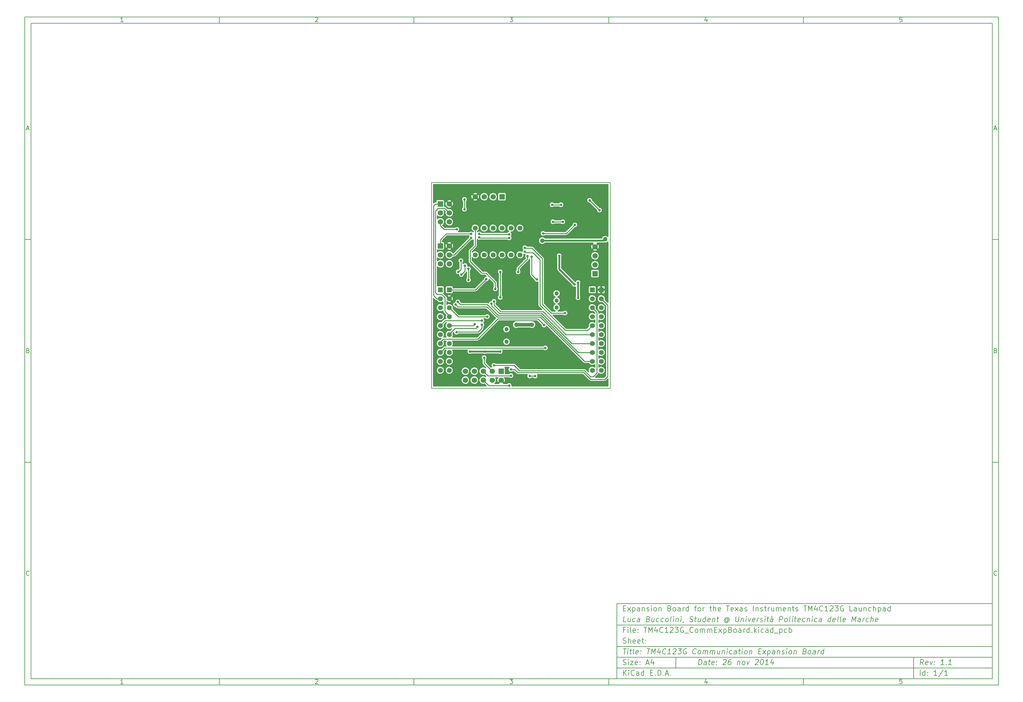
<source format=gbl>
G04 (created by PCBNEW (2013-07-07 BZR 4022)-stable) date 11/26/2014 18:45:40*
%MOIN*%
G04 Gerber Fmt 3.4, Leading zero omitted, Abs format*
%FSLAX34Y34*%
G01*
G70*
G90*
G04 APERTURE LIST*
%ADD10C,0.00590551*%
%ADD11C,0.00629921*%
%ADD12R,0.06X0.06*%
%ADD13C,0.06*%
%ADD14R,0.055X0.055*%
%ADD15C,0.055*%
%ADD16C,0.0472441*%
%ADD17C,0.0551181*%
%ADD18C,0.028*%
%ADD19C,0.05*%
%ADD20C,0.01*%
%ADD21C,0.04*%
%ADD22C,0.02*%
%ADD23C,0.012*%
G04 APERTURE END LIST*
G54D10*
X4000Y-4000D02*
X112930Y-4000D01*
X112930Y-78680D01*
X4000Y-78680D01*
X4000Y-4000D01*
X4700Y-4700D02*
X112230Y-4700D01*
X112230Y-77980D01*
X4700Y-77980D01*
X4700Y-4700D01*
X25780Y-4000D02*
X25780Y-4700D01*
X15032Y-4552D02*
X14747Y-4552D01*
X14890Y-4552D02*
X14890Y-4052D01*
X14842Y-4123D01*
X14794Y-4171D01*
X14747Y-4195D01*
X25780Y-78680D02*
X25780Y-77980D01*
X15032Y-78532D02*
X14747Y-78532D01*
X14890Y-78532D02*
X14890Y-78032D01*
X14842Y-78103D01*
X14794Y-78151D01*
X14747Y-78175D01*
X47560Y-4000D02*
X47560Y-4700D01*
X36527Y-4100D02*
X36550Y-4076D01*
X36598Y-4052D01*
X36717Y-4052D01*
X36765Y-4076D01*
X36789Y-4100D01*
X36812Y-4147D01*
X36812Y-4195D01*
X36789Y-4266D01*
X36503Y-4552D01*
X36812Y-4552D01*
X47560Y-78680D02*
X47560Y-77980D01*
X36527Y-78080D02*
X36550Y-78056D01*
X36598Y-78032D01*
X36717Y-78032D01*
X36765Y-78056D01*
X36789Y-78080D01*
X36812Y-78127D01*
X36812Y-78175D01*
X36789Y-78246D01*
X36503Y-78532D01*
X36812Y-78532D01*
X69340Y-4000D02*
X69340Y-4700D01*
X58283Y-4052D02*
X58592Y-4052D01*
X58426Y-4242D01*
X58497Y-4242D01*
X58545Y-4266D01*
X58569Y-4290D01*
X58592Y-4338D01*
X58592Y-4457D01*
X58569Y-4504D01*
X58545Y-4528D01*
X58497Y-4552D01*
X58354Y-4552D01*
X58307Y-4528D01*
X58283Y-4504D01*
X69340Y-78680D02*
X69340Y-77980D01*
X58283Y-78032D02*
X58592Y-78032D01*
X58426Y-78222D01*
X58497Y-78222D01*
X58545Y-78246D01*
X58569Y-78270D01*
X58592Y-78318D01*
X58592Y-78437D01*
X58569Y-78484D01*
X58545Y-78508D01*
X58497Y-78532D01*
X58354Y-78532D01*
X58307Y-78508D01*
X58283Y-78484D01*
X91120Y-4000D02*
X91120Y-4700D01*
X80325Y-4219D02*
X80325Y-4552D01*
X80206Y-4028D02*
X80087Y-4385D01*
X80396Y-4385D01*
X91120Y-78680D02*
X91120Y-77980D01*
X80325Y-78199D02*
X80325Y-78532D01*
X80206Y-78008D02*
X80087Y-78365D01*
X80396Y-78365D01*
X102129Y-4052D02*
X101890Y-4052D01*
X101867Y-4290D01*
X101890Y-4266D01*
X101938Y-4242D01*
X102057Y-4242D01*
X102105Y-4266D01*
X102129Y-4290D01*
X102152Y-4338D01*
X102152Y-4457D01*
X102129Y-4504D01*
X102105Y-4528D01*
X102057Y-4552D01*
X101938Y-4552D01*
X101890Y-4528D01*
X101867Y-4504D01*
X102129Y-78032D02*
X101890Y-78032D01*
X101867Y-78270D01*
X101890Y-78246D01*
X101938Y-78222D01*
X102057Y-78222D01*
X102105Y-78246D01*
X102129Y-78270D01*
X102152Y-78318D01*
X102152Y-78437D01*
X102129Y-78484D01*
X102105Y-78508D01*
X102057Y-78532D01*
X101938Y-78532D01*
X101890Y-78508D01*
X101867Y-78484D01*
X4000Y-28890D02*
X4700Y-28890D01*
X4230Y-16509D02*
X4469Y-16509D01*
X4183Y-16652D02*
X4350Y-16152D01*
X4516Y-16652D01*
X112930Y-28890D02*
X112230Y-28890D01*
X112460Y-16509D02*
X112699Y-16509D01*
X112413Y-16652D02*
X112580Y-16152D01*
X112746Y-16652D01*
X4000Y-53780D02*
X4700Y-53780D01*
X4385Y-41280D02*
X4457Y-41304D01*
X4480Y-41328D01*
X4504Y-41375D01*
X4504Y-41447D01*
X4480Y-41494D01*
X4457Y-41518D01*
X4409Y-41542D01*
X4219Y-41542D01*
X4219Y-41042D01*
X4385Y-41042D01*
X4433Y-41066D01*
X4457Y-41090D01*
X4480Y-41137D01*
X4480Y-41185D01*
X4457Y-41232D01*
X4433Y-41256D01*
X4385Y-41280D01*
X4219Y-41280D01*
X112930Y-53780D02*
X112230Y-53780D01*
X112615Y-41280D02*
X112687Y-41304D01*
X112710Y-41328D01*
X112734Y-41375D01*
X112734Y-41447D01*
X112710Y-41494D01*
X112687Y-41518D01*
X112639Y-41542D01*
X112449Y-41542D01*
X112449Y-41042D01*
X112615Y-41042D01*
X112663Y-41066D01*
X112687Y-41090D01*
X112710Y-41137D01*
X112710Y-41185D01*
X112687Y-41232D01*
X112663Y-41256D01*
X112615Y-41280D01*
X112449Y-41280D01*
X4504Y-66384D02*
X4480Y-66408D01*
X4409Y-66432D01*
X4361Y-66432D01*
X4290Y-66408D01*
X4242Y-66360D01*
X4219Y-66313D01*
X4195Y-66218D01*
X4195Y-66146D01*
X4219Y-66051D01*
X4242Y-66003D01*
X4290Y-65956D01*
X4361Y-65932D01*
X4409Y-65932D01*
X4480Y-65956D01*
X4504Y-65980D01*
X112734Y-66384D02*
X112710Y-66408D01*
X112639Y-66432D01*
X112591Y-66432D01*
X112520Y-66408D01*
X112472Y-66360D01*
X112449Y-66313D01*
X112425Y-66218D01*
X112425Y-66146D01*
X112449Y-66051D01*
X112472Y-66003D01*
X112520Y-65956D01*
X112591Y-65932D01*
X112639Y-65932D01*
X112710Y-65956D01*
X112734Y-65980D01*
X79380Y-76422D02*
X79455Y-75822D01*
X79597Y-75822D01*
X79680Y-75851D01*
X79730Y-75908D01*
X79751Y-75965D01*
X79765Y-76080D01*
X79755Y-76165D01*
X79712Y-76280D01*
X79676Y-76337D01*
X79612Y-76394D01*
X79522Y-76422D01*
X79380Y-76422D01*
X80237Y-76422D02*
X80276Y-76108D01*
X80255Y-76051D01*
X80201Y-76022D01*
X80087Y-76022D01*
X80026Y-76051D01*
X80240Y-76394D02*
X80180Y-76422D01*
X80037Y-76422D01*
X79983Y-76394D01*
X79962Y-76337D01*
X79969Y-76280D01*
X80005Y-76222D01*
X80065Y-76194D01*
X80208Y-76194D01*
X80269Y-76165D01*
X80487Y-76022D02*
X80715Y-76022D01*
X80597Y-75822D02*
X80533Y-76337D01*
X80555Y-76394D01*
X80608Y-76422D01*
X80665Y-76422D01*
X81097Y-76394D02*
X81037Y-76422D01*
X80922Y-76422D01*
X80869Y-76394D01*
X80847Y-76337D01*
X80876Y-76108D01*
X80912Y-76051D01*
X80972Y-76022D01*
X81087Y-76022D01*
X81140Y-76051D01*
X81162Y-76108D01*
X81155Y-76165D01*
X80862Y-76222D01*
X81387Y-76365D02*
X81412Y-76394D01*
X81380Y-76422D01*
X81355Y-76394D01*
X81387Y-76365D01*
X81380Y-76422D01*
X81426Y-76051D02*
X81451Y-76080D01*
X81419Y-76108D01*
X81394Y-76080D01*
X81426Y-76051D01*
X81419Y-76108D01*
X82162Y-75880D02*
X82194Y-75851D01*
X82255Y-75822D01*
X82397Y-75822D01*
X82451Y-75851D01*
X82476Y-75880D01*
X82497Y-75937D01*
X82490Y-75994D01*
X82451Y-76080D01*
X82065Y-76422D01*
X82437Y-76422D01*
X83026Y-75822D02*
X82912Y-75822D01*
X82851Y-75851D01*
X82819Y-75880D01*
X82751Y-75965D01*
X82708Y-76080D01*
X82680Y-76308D01*
X82701Y-76365D01*
X82726Y-76394D01*
X82780Y-76422D01*
X82894Y-76422D01*
X82955Y-76394D01*
X82987Y-76365D01*
X83022Y-76308D01*
X83040Y-76165D01*
X83019Y-76108D01*
X82994Y-76080D01*
X82940Y-76051D01*
X82826Y-76051D01*
X82765Y-76080D01*
X82733Y-76108D01*
X82697Y-76165D01*
X83772Y-76022D02*
X83722Y-76422D01*
X83765Y-76080D02*
X83797Y-76051D01*
X83858Y-76022D01*
X83944Y-76022D01*
X83997Y-76051D01*
X84019Y-76108D01*
X83980Y-76422D01*
X84351Y-76422D02*
X84297Y-76394D01*
X84272Y-76365D01*
X84251Y-76308D01*
X84272Y-76137D01*
X84308Y-76080D01*
X84340Y-76051D01*
X84401Y-76022D01*
X84487Y-76022D01*
X84540Y-76051D01*
X84565Y-76080D01*
X84587Y-76137D01*
X84565Y-76308D01*
X84530Y-76365D01*
X84497Y-76394D01*
X84437Y-76422D01*
X84351Y-76422D01*
X84801Y-76022D02*
X84894Y-76422D01*
X85087Y-76022D01*
X85762Y-75880D02*
X85794Y-75851D01*
X85855Y-75822D01*
X85997Y-75822D01*
X86051Y-75851D01*
X86076Y-75880D01*
X86097Y-75937D01*
X86090Y-75994D01*
X86051Y-76080D01*
X85665Y-76422D01*
X86037Y-76422D01*
X86483Y-75822D02*
X86540Y-75822D01*
X86594Y-75851D01*
X86619Y-75880D01*
X86640Y-75937D01*
X86655Y-76051D01*
X86637Y-76194D01*
X86594Y-76308D01*
X86558Y-76365D01*
X86526Y-76394D01*
X86465Y-76422D01*
X86408Y-76422D01*
X86355Y-76394D01*
X86330Y-76365D01*
X86308Y-76308D01*
X86294Y-76194D01*
X86312Y-76051D01*
X86355Y-75937D01*
X86390Y-75880D01*
X86422Y-75851D01*
X86483Y-75822D01*
X87180Y-76422D02*
X86837Y-76422D01*
X87008Y-76422D02*
X87083Y-75822D01*
X87015Y-75908D01*
X86951Y-75965D01*
X86890Y-75994D01*
X87744Y-76022D02*
X87694Y-76422D01*
X87630Y-75794D02*
X87433Y-76222D01*
X87805Y-76222D01*
X70972Y-77622D02*
X70972Y-77022D01*
X71315Y-77622D02*
X71058Y-77280D01*
X71315Y-77022D02*
X70972Y-77365D01*
X71572Y-77622D02*
X71572Y-77222D01*
X71572Y-77022D02*
X71544Y-77051D01*
X71572Y-77080D01*
X71601Y-77051D01*
X71572Y-77022D01*
X71572Y-77080D01*
X72201Y-77565D02*
X72172Y-77594D01*
X72087Y-77622D01*
X72030Y-77622D01*
X71944Y-77594D01*
X71887Y-77537D01*
X71858Y-77480D01*
X71830Y-77365D01*
X71830Y-77280D01*
X71858Y-77165D01*
X71887Y-77108D01*
X71944Y-77051D01*
X72030Y-77022D01*
X72087Y-77022D01*
X72172Y-77051D01*
X72201Y-77080D01*
X72715Y-77622D02*
X72715Y-77308D01*
X72687Y-77251D01*
X72630Y-77222D01*
X72515Y-77222D01*
X72458Y-77251D01*
X72715Y-77594D02*
X72658Y-77622D01*
X72515Y-77622D01*
X72458Y-77594D01*
X72430Y-77537D01*
X72430Y-77480D01*
X72458Y-77422D01*
X72515Y-77394D01*
X72658Y-77394D01*
X72715Y-77365D01*
X73258Y-77622D02*
X73258Y-77022D01*
X73258Y-77594D02*
X73201Y-77622D01*
X73087Y-77622D01*
X73030Y-77594D01*
X73001Y-77565D01*
X72972Y-77508D01*
X72972Y-77337D01*
X73001Y-77280D01*
X73030Y-77251D01*
X73087Y-77222D01*
X73201Y-77222D01*
X73258Y-77251D01*
X74001Y-77308D02*
X74201Y-77308D01*
X74287Y-77622D02*
X74001Y-77622D01*
X74001Y-77022D01*
X74287Y-77022D01*
X74544Y-77565D02*
X74572Y-77594D01*
X74544Y-77622D01*
X74515Y-77594D01*
X74544Y-77565D01*
X74544Y-77622D01*
X74829Y-77622D02*
X74829Y-77022D01*
X74972Y-77022D01*
X75058Y-77051D01*
X75115Y-77108D01*
X75144Y-77165D01*
X75172Y-77280D01*
X75172Y-77365D01*
X75144Y-77480D01*
X75115Y-77537D01*
X75058Y-77594D01*
X74972Y-77622D01*
X74829Y-77622D01*
X75429Y-77565D02*
X75458Y-77594D01*
X75429Y-77622D01*
X75401Y-77594D01*
X75429Y-77565D01*
X75429Y-77622D01*
X75687Y-77451D02*
X75972Y-77451D01*
X75629Y-77622D02*
X75829Y-77022D01*
X76029Y-77622D01*
X76229Y-77565D02*
X76258Y-77594D01*
X76229Y-77622D01*
X76201Y-77594D01*
X76229Y-77565D01*
X76229Y-77622D01*
X104522Y-76422D02*
X104358Y-76137D01*
X104180Y-76422D02*
X104255Y-75822D01*
X104483Y-75822D01*
X104537Y-75851D01*
X104562Y-75880D01*
X104583Y-75937D01*
X104572Y-76022D01*
X104537Y-76080D01*
X104505Y-76108D01*
X104444Y-76137D01*
X104215Y-76137D01*
X105012Y-76394D02*
X104951Y-76422D01*
X104837Y-76422D01*
X104783Y-76394D01*
X104762Y-76337D01*
X104790Y-76108D01*
X104826Y-76051D01*
X104887Y-76022D01*
X105001Y-76022D01*
X105055Y-76051D01*
X105076Y-76108D01*
X105069Y-76165D01*
X104776Y-76222D01*
X105287Y-76022D02*
X105380Y-76422D01*
X105572Y-76022D01*
X105758Y-76365D02*
X105783Y-76394D01*
X105751Y-76422D01*
X105726Y-76394D01*
X105758Y-76365D01*
X105751Y-76422D01*
X105797Y-76051D02*
X105822Y-76080D01*
X105790Y-76108D01*
X105765Y-76080D01*
X105797Y-76051D01*
X105790Y-76108D01*
X106808Y-76422D02*
X106465Y-76422D01*
X106637Y-76422D02*
X106712Y-75822D01*
X106644Y-75908D01*
X106580Y-75965D01*
X106519Y-75994D01*
X107072Y-76365D02*
X107097Y-76394D01*
X107065Y-76422D01*
X107040Y-76394D01*
X107072Y-76365D01*
X107065Y-76422D01*
X107665Y-76422D02*
X107322Y-76422D01*
X107494Y-76422D02*
X107569Y-75822D01*
X107501Y-75908D01*
X107437Y-75965D01*
X107376Y-75994D01*
X70944Y-76394D02*
X71030Y-76422D01*
X71172Y-76422D01*
X71230Y-76394D01*
X71258Y-76365D01*
X71287Y-76308D01*
X71287Y-76251D01*
X71258Y-76194D01*
X71230Y-76165D01*
X71172Y-76137D01*
X71058Y-76108D01*
X71001Y-76080D01*
X70972Y-76051D01*
X70944Y-75994D01*
X70944Y-75937D01*
X70972Y-75880D01*
X71001Y-75851D01*
X71058Y-75822D01*
X71201Y-75822D01*
X71287Y-75851D01*
X71544Y-76422D02*
X71544Y-76022D01*
X71544Y-75822D02*
X71515Y-75851D01*
X71544Y-75880D01*
X71572Y-75851D01*
X71544Y-75822D01*
X71544Y-75880D01*
X71772Y-76022D02*
X72087Y-76022D01*
X71772Y-76422D01*
X72087Y-76422D01*
X72544Y-76394D02*
X72487Y-76422D01*
X72372Y-76422D01*
X72315Y-76394D01*
X72287Y-76337D01*
X72287Y-76108D01*
X72315Y-76051D01*
X72372Y-76022D01*
X72487Y-76022D01*
X72544Y-76051D01*
X72572Y-76108D01*
X72572Y-76165D01*
X72287Y-76222D01*
X72830Y-76365D02*
X72858Y-76394D01*
X72830Y-76422D01*
X72801Y-76394D01*
X72830Y-76365D01*
X72830Y-76422D01*
X72830Y-76051D02*
X72858Y-76080D01*
X72830Y-76108D01*
X72801Y-76080D01*
X72830Y-76051D01*
X72830Y-76108D01*
X73544Y-76251D02*
X73830Y-76251D01*
X73487Y-76422D02*
X73687Y-75822D01*
X73887Y-76422D01*
X74344Y-76022D02*
X74344Y-76422D01*
X74201Y-75794D02*
X74058Y-76222D01*
X74430Y-76222D01*
X104172Y-77622D02*
X104172Y-77022D01*
X104715Y-77622D02*
X104715Y-77022D01*
X104715Y-77594D02*
X104658Y-77622D01*
X104544Y-77622D01*
X104487Y-77594D01*
X104458Y-77565D01*
X104430Y-77508D01*
X104430Y-77337D01*
X104458Y-77280D01*
X104487Y-77251D01*
X104544Y-77222D01*
X104658Y-77222D01*
X104715Y-77251D01*
X105001Y-77565D02*
X105030Y-77594D01*
X105001Y-77622D01*
X104972Y-77594D01*
X105001Y-77565D01*
X105001Y-77622D01*
X105001Y-77251D02*
X105030Y-77280D01*
X105001Y-77308D01*
X104972Y-77280D01*
X105001Y-77251D01*
X105001Y-77308D01*
X106058Y-77622D02*
X105715Y-77622D01*
X105887Y-77622D02*
X105887Y-77022D01*
X105829Y-77108D01*
X105772Y-77165D01*
X105715Y-77194D01*
X106744Y-76994D02*
X106230Y-77765D01*
X107258Y-77622D02*
X106915Y-77622D01*
X107087Y-77622D02*
X107087Y-77022D01*
X107029Y-77108D01*
X106972Y-77165D01*
X106915Y-77194D01*
X70969Y-74622D02*
X71312Y-74622D01*
X71065Y-75222D02*
X71140Y-74622D01*
X71437Y-75222D02*
X71487Y-74822D01*
X71512Y-74622D02*
X71480Y-74651D01*
X71505Y-74680D01*
X71537Y-74651D01*
X71512Y-74622D01*
X71505Y-74680D01*
X71687Y-74822D02*
X71915Y-74822D01*
X71797Y-74622D02*
X71733Y-75137D01*
X71755Y-75194D01*
X71808Y-75222D01*
X71865Y-75222D01*
X72151Y-75222D02*
X72097Y-75194D01*
X72076Y-75137D01*
X72140Y-74622D01*
X72612Y-75194D02*
X72551Y-75222D01*
X72437Y-75222D01*
X72383Y-75194D01*
X72362Y-75137D01*
X72390Y-74908D01*
X72426Y-74851D01*
X72487Y-74822D01*
X72601Y-74822D01*
X72655Y-74851D01*
X72676Y-74908D01*
X72669Y-74965D01*
X72376Y-75022D01*
X72901Y-75165D02*
X72926Y-75194D01*
X72894Y-75222D01*
X72869Y-75194D01*
X72901Y-75165D01*
X72894Y-75222D01*
X72940Y-74851D02*
X72965Y-74880D01*
X72933Y-74908D01*
X72908Y-74880D01*
X72940Y-74851D01*
X72933Y-74908D01*
X73626Y-74622D02*
X73969Y-74622D01*
X73722Y-75222D02*
X73797Y-74622D01*
X74094Y-75222D02*
X74169Y-74622D01*
X74315Y-75051D01*
X74569Y-74622D01*
X74494Y-75222D01*
X75087Y-74822D02*
X75037Y-75222D01*
X74972Y-74594D02*
X74776Y-75022D01*
X75147Y-75022D01*
X75701Y-75165D02*
X75669Y-75194D01*
X75580Y-75222D01*
X75522Y-75222D01*
X75440Y-75194D01*
X75390Y-75137D01*
X75369Y-75080D01*
X75355Y-74965D01*
X75365Y-74880D01*
X75408Y-74765D01*
X75444Y-74708D01*
X75508Y-74651D01*
X75597Y-74622D01*
X75655Y-74622D01*
X75737Y-74651D01*
X75762Y-74680D01*
X76265Y-75222D02*
X75922Y-75222D01*
X76094Y-75222D02*
X76169Y-74622D01*
X76101Y-74708D01*
X76037Y-74765D01*
X75976Y-74794D01*
X76562Y-74680D02*
X76594Y-74651D01*
X76655Y-74622D01*
X76797Y-74622D01*
X76851Y-74651D01*
X76876Y-74680D01*
X76897Y-74737D01*
X76890Y-74794D01*
X76851Y-74880D01*
X76465Y-75222D01*
X76837Y-75222D01*
X77112Y-74622D02*
X77483Y-74622D01*
X77255Y-74851D01*
X77340Y-74851D01*
X77394Y-74880D01*
X77419Y-74908D01*
X77440Y-74965D01*
X77422Y-75108D01*
X77387Y-75165D01*
X77355Y-75194D01*
X77294Y-75222D01*
X77122Y-75222D01*
X77069Y-75194D01*
X77044Y-75165D01*
X78051Y-74651D02*
X77997Y-74622D01*
X77912Y-74622D01*
X77822Y-74651D01*
X77758Y-74708D01*
X77722Y-74765D01*
X77680Y-74880D01*
X77669Y-74965D01*
X77683Y-75080D01*
X77705Y-75137D01*
X77755Y-75194D01*
X77837Y-75222D01*
X77894Y-75222D01*
X77983Y-75194D01*
X78015Y-75165D01*
X78040Y-74965D01*
X77926Y-74965D01*
X79072Y-75165D02*
X79040Y-75194D01*
X78951Y-75222D01*
X78894Y-75222D01*
X78812Y-75194D01*
X78762Y-75137D01*
X78740Y-75080D01*
X78726Y-74965D01*
X78737Y-74880D01*
X78780Y-74765D01*
X78815Y-74708D01*
X78880Y-74651D01*
X78969Y-74622D01*
X79026Y-74622D01*
X79108Y-74651D01*
X79133Y-74680D01*
X79408Y-75222D02*
X79355Y-75194D01*
X79330Y-75165D01*
X79308Y-75108D01*
X79330Y-74937D01*
X79365Y-74880D01*
X79397Y-74851D01*
X79458Y-74822D01*
X79544Y-74822D01*
X79597Y-74851D01*
X79622Y-74880D01*
X79644Y-74937D01*
X79622Y-75108D01*
X79587Y-75165D01*
X79555Y-75194D01*
X79494Y-75222D01*
X79408Y-75222D01*
X79865Y-75222D02*
X79915Y-74822D01*
X79908Y-74880D02*
X79940Y-74851D01*
X80001Y-74822D01*
X80087Y-74822D01*
X80140Y-74851D01*
X80162Y-74908D01*
X80122Y-75222D01*
X80162Y-74908D02*
X80197Y-74851D01*
X80258Y-74822D01*
X80344Y-74822D01*
X80397Y-74851D01*
X80419Y-74908D01*
X80380Y-75222D01*
X80665Y-75222D02*
X80715Y-74822D01*
X80708Y-74880D02*
X80740Y-74851D01*
X80801Y-74822D01*
X80887Y-74822D01*
X80940Y-74851D01*
X80962Y-74908D01*
X80922Y-75222D01*
X80962Y-74908D02*
X80997Y-74851D01*
X81058Y-74822D01*
X81144Y-74822D01*
X81197Y-74851D01*
X81219Y-74908D01*
X81180Y-75222D01*
X81772Y-74822D02*
X81722Y-75222D01*
X81515Y-74822D02*
X81476Y-75137D01*
X81497Y-75194D01*
X81551Y-75222D01*
X81637Y-75222D01*
X81697Y-75194D01*
X81730Y-75165D01*
X82058Y-74822D02*
X82008Y-75222D01*
X82051Y-74880D02*
X82083Y-74851D01*
X82144Y-74822D01*
X82230Y-74822D01*
X82283Y-74851D01*
X82305Y-74908D01*
X82265Y-75222D01*
X82551Y-75222D02*
X82601Y-74822D01*
X82626Y-74622D02*
X82594Y-74651D01*
X82619Y-74680D01*
X82651Y-74651D01*
X82626Y-74622D01*
X82619Y-74680D01*
X83097Y-75194D02*
X83037Y-75222D01*
X82922Y-75222D01*
X82869Y-75194D01*
X82844Y-75165D01*
X82822Y-75108D01*
X82844Y-74937D01*
X82880Y-74880D01*
X82912Y-74851D01*
X82972Y-74822D01*
X83087Y-74822D01*
X83140Y-74851D01*
X83608Y-75222D02*
X83647Y-74908D01*
X83626Y-74851D01*
X83572Y-74822D01*
X83458Y-74822D01*
X83397Y-74851D01*
X83612Y-75194D02*
X83551Y-75222D01*
X83408Y-75222D01*
X83355Y-75194D01*
X83333Y-75137D01*
X83340Y-75080D01*
X83376Y-75022D01*
X83437Y-74994D01*
X83580Y-74994D01*
X83640Y-74965D01*
X83858Y-74822D02*
X84087Y-74822D01*
X83969Y-74622D02*
X83905Y-75137D01*
X83926Y-75194D01*
X83980Y-75222D01*
X84037Y-75222D01*
X84237Y-75222D02*
X84287Y-74822D01*
X84312Y-74622D02*
X84280Y-74651D01*
X84305Y-74680D01*
X84337Y-74651D01*
X84312Y-74622D01*
X84305Y-74680D01*
X84608Y-75222D02*
X84555Y-75194D01*
X84530Y-75165D01*
X84508Y-75108D01*
X84530Y-74937D01*
X84565Y-74880D01*
X84597Y-74851D01*
X84658Y-74822D01*
X84744Y-74822D01*
X84797Y-74851D01*
X84822Y-74880D01*
X84844Y-74937D01*
X84822Y-75108D01*
X84787Y-75165D01*
X84755Y-75194D01*
X84694Y-75222D01*
X84608Y-75222D01*
X85115Y-74822D02*
X85065Y-75222D01*
X85108Y-74880D02*
X85140Y-74851D01*
X85201Y-74822D01*
X85287Y-74822D01*
X85340Y-74851D01*
X85362Y-74908D01*
X85322Y-75222D01*
X86105Y-74908D02*
X86305Y-74908D01*
X86351Y-75222D02*
X86065Y-75222D01*
X86140Y-74622D01*
X86426Y-74622D01*
X86551Y-75222D02*
X86915Y-74822D01*
X86601Y-74822D02*
X86865Y-75222D01*
X87144Y-74822D02*
X87069Y-75422D01*
X87140Y-74851D02*
X87201Y-74822D01*
X87315Y-74822D01*
X87369Y-74851D01*
X87394Y-74880D01*
X87415Y-74937D01*
X87394Y-75108D01*
X87358Y-75165D01*
X87326Y-75194D01*
X87265Y-75222D01*
X87151Y-75222D01*
X87097Y-75194D01*
X87894Y-75222D02*
X87933Y-74908D01*
X87912Y-74851D01*
X87858Y-74822D01*
X87744Y-74822D01*
X87683Y-74851D01*
X87897Y-75194D02*
X87837Y-75222D01*
X87694Y-75222D01*
X87640Y-75194D01*
X87619Y-75137D01*
X87626Y-75080D01*
X87662Y-75022D01*
X87722Y-74994D01*
X87865Y-74994D01*
X87926Y-74965D01*
X88230Y-74822D02*
X88180Y-75222D01*
X88222Y-74880D02*
X88255Y-74851D01*
X88315Y-74822D01*
X88401Y-74822D01*
X88455Y-74851D01*
X88476Y-74908D01*
X88437Y-75222D01*
X88697Y-75194D02*
X88751Y-75222D01*
X88865Y-75222D01*
X88926Y-75194D01*
X88962Y-75137D01*
X88965Y-75108D01*
X88944Y-75051D01*
X88890Y-75022D01*
X88805Y-75022D01*
X88751Y-74994D01*
X88730Y-74937D01*
X88733Y-74908D01*
X88769Y-74851D01*
X88830Y-74822D01*
X88915Y-74822D01*
X88969Y-74851D01*
X89208Y-75222D02*
X89258Y-74822D01*
X89283Y-74622D02*
X89251Y-74651D01*
X89276Y-74680D01*
X89308Y-74651D01*
X89283Y-74622D01*
X89276Y-74680D01*
X89579Y-75222D02*
X89526Y-75194D01*
X89501Y-75165D01*
X89480Y-75108D01*
X89501Y-74937D01*
X89537Y-74880D01*
X89569Y-74851D01*
X89629Y-74822D01*
X89715Y-74822D01*
X89769Y-74851D01*
X89794Y-74880D01*
X89815Y-74937D01*
X89794Y-75108D01*
X89758Y-75165D01*
X89726Y-75194D01*
X89665Y-75222D01*
X89579Y-75222D01*
X90087Y-74822D02*
X90037Y-75222D01*
X90079Y-74880D02*
X90112Y-74851D01*
X90172Y-74822D01*
X90258Y-74822D01*
X90312Y-74851D01*
X90333Y-74908D01*
X90294Y-75222D01*
X91276Y-74908D02*
X91358Y-74937D01*
X91383Y-74965D01*
X91404Y-75022D01*
X91394Y-75108D01*
X91358Y-75165D01*
X91326Y-75194D01*
X91265Y-75222D01*
X91037Y-75222D01*
X91112Y-74622D01*
X91312Y-74622D01*
X91365Y-74651D01*
X91390Y-74680D01*
X91412Y-74737D01*
X91404Y-74794D01*
X91369Y-74851D01*
X91337Y-74880D01*
X91276Y-74908D01*
X91076Y-74908D01*
X91722Y-75222D02*
X91669Y-75194D01*
X91644Y-75165D01*
X91622Y-75108D01*
X91644Y-74937D01*
X91679Y-74880D01*
X91712Y-74851D01*
X91772Y-74822D01*
X91858Y-74822D01*
X91912Y-74851D01*
X91937Y-74880D01*
X91958Y-74937D01*
X91937Y-75108D01*
X91901Y-75165D01*
X91869Y-75194D01*
X91808Y-75222D01*
X91722Y-75222D01*
X92437Y-75222D02*
X92476Y-74908D01*
X92454Y-74851D01*
X92401Y-74822D01*
X92287Y-74822D01*
X92226Y-74851D01*
X92440Y-75194D02*
X92379Y-75222D01*
X92237Y-75222D01*
X92183Y-75194D01*
X92162Y-75137D01*
X92169Y-75080D01*
X92204Y-75022D01*
X92265Y-74994D01*
X92408Y-74994D01*
X92469Y-74965D01*
X92722Y-75222D02*
X92772Y-74822D01*
X92758Y-74937D02*
X92794Y-74880D01*
X92826Y-74851D01*
X92887Y-74822D01*
X92944Y-74822D01*
X93351Y-75222D02*
X93426Y-74622D01*
X93354Y-75194D02*
X93294Y-75222D01*
X93179Y-75222D01*
X93126Y-75194D01*
X93101Y-75165D01*
X93080Y-75108D01*
X93101Y-74937D01*
X93137Y-74880D01*
X93169Y-74851D01*
X93229Y-74822D01*
X93344Y-74822D01*
X93397Y-74851D01*
X71172Y-72508D02*
X70972Y-72508D01*
X70972Y-72822D02*
X70972Y-72222D01*
X71258Y-72222D01*
X71487Y-72822D02*
X71487Y-72422D01*
X71487Y-72222D02*
X71458Y-72251D01*
X71487Y-72280D01*
X71515Y-72251D01*
X71487Y-72222D01*
X71487Y-72280D01*
X71858Y-72822D02*
X71801Y-72794D01*
X71772Y-72737D01*
X71772Y-72222D01*
X72315Y-72794D02*
X72258Y-72822D01*
X72144Y-72822D01*
X72087Y-72794D01*
X72058Y-72737D01*
X72058Y-72508D01*
X72087Y-72451D01*
X72144Y-72422D01*
X72258Y-72422D01*
X72315Y-72451D01*
X72344Y-72508D01*
X72344Y-72565D01*
X72058Y-72622D01*
X72601Y-72765D02*
X72630Y-72794D01*
X72601Y-72822D01*
X72572Y-72794D01*
X72601Y-72765D01*
X72601Y-72822D01*
X72601Y-72451D02*
X72630Y-72480D01*
X72601Y-72508D01*
X72572Y-72480D01*
X72601Y-72451D01*
X72601Y-72508D01*
X73258Y-72222D02*
X73601Y-72222D01*
X73430Y-72822D02*
X73430Y-72222D01*
X73801Y-72822D02*
X73801Y-72222D01*
X74001Y-72651D01*
X74201Y-72222D01*
X74201Y-72822D01*
X74744Y-72422D02*
X74744Y-72822D01*
X74601Y-72194D02*
X74458Y-72622D01*
X74830Y-72622D01*
X75401Y-72765D02*
X75372Y-72794D01*
X75287Y-72822D01*
X75230Y-72822D01*
X75144Y-72794D01*
X75087Y-72737D01*
X75058Y-72680D01*
X75030Y-72565D01*
X75030Y-72480D01*
X75058Y-72365D01*
X75087Y-72308D01*
X75144Y-72251D01*
X75230Y-72222D01*
X75287Y-72222D01*
X75372Y-72251D01*
X75401Y-72280D01*
X75972Y-72822D02*
X75630Y-72822D01*
X75801Y-72822D02*
X75801Y-72222D01*
X75744Y-72308D01*
X75687Y-72365D01*
X75630Y-72394D01*
X76201Y-72280D02*
X76230Y-72251D01*
X76287Y-72222D01*
X76430Y-72222D01*
X76487Y-72251D01*
X76515Y-72280D01*
X76544Y-72337D01*
X76544Y-72394D01*
X76515Y-72480D01*
X76172Y-72822D01*
X76544Y-72822D01*
X76744Y-72222D02*
X77115Y-72222D01*
X76915Y-72451D01*
X77001Y-72451D01*
X77058Y-72480D01*
X77087Y-72508D01*
X77115Y-72565D01*
X77115Y-72708D01*
X77087Y-72765D01*
X77058Y-72794D01*
X77001Y-72822D01*
X76830Y-72822D01*
X76772Y-72794D01*
X76744Y-72765D01*
X77687Y-72251D02*
X77630Y-72222D01*
X77544Y-72222D01*
X77458Y-72251D01*
X77401Y-72308D01*
X77372Y-72365D01*
X77344Y-72480D01*
X77344Y-72565D01*
X77372Y-72680D01*
X77401Y-72737D01*
X77458Y-72794D01*
X77544Y-72822D01*
X77601Y-72822D01*
X77687Y-72794D01*
X77715Y-72765D01*
X77715Y-72565D01*
X77601Y-72565D01*
X77830Y-72880D02*
X78287Y-72880D01*
X78772Y-72765D02*
X78744Y-72794D01*
X78658Y-72822D01*
X78601Y-72822D01*
X78515Y-72794D01*
X78458Y-72737D01*
X78430Y-72680D01*
X78401Y-72565D01*
X78401Y-72480D01*
X78430Y-72365D01*
X78458Y-72308D01*
X78515Y-72251D01*
X78601Y-72222D01*
X78658Y-72222D01*
X78744Y-72251D01*
X78772Y-72280D01*
X79115Y-72822D02*
X79058Y-72794D01*
X79030Y-72765D01*
X79001Y-72708D01*
X79001Y-72537D01*
X79030Y-72480D01*
X79058Y-72451D01*
X79115Y-72422D01*
X79201Y-72422D01*
X79258Y-72451D01*
X79287Y-72480D01*
X79315Y-72537D01*
X79315Y-72708D01*
X79287Y-72765D01*
X79258Y-72794D01*
X79201Y-72822D01*
X79115Y-72822D01*
X79572Y-72822D02*
X79572Y-72422D01*
X79572Y-72480D02*
X79601Y-72451D01*
X79658Y-72422D01*
X79744Y-72422D01*
X79801Y-72451D01*
X79830Y-72508D01*
X79830Y-72822D01*
X79830Y-72508D02*
X79858Y-72451D01*
X79915Y-72422D01*
X80001Y-72422D01*
X80058Y-72451D01*
X80087Y-72508D01*
X80087Y-72822D01*
X80372Y-72822D02*
X80372Y-72422D01*
X80372Y-72480D02*
X80401Y-72451D01*
X80458Y-72422D01*
X80544Y-72422D01*
X80601Y-72451D01*
X80630Y-72508D01*
X80630Y-72822D01*
X80630Y-72508D02*
X80658Y-72451D01*
X80715Y-72422D01*
X80801Y-72422D01*
X80858Y-72451D01*
X80887Y-72508D01*
X80887Y-72822D01*
X81172Y-72508D02*
X81372Y-72508D01*
X81458Y-72822D02*
X81172Y-72822D01*
X81172Y-72222D01*
X81458Y-72222D01*
X81658Y-72822D02*
X81972Y-72422D01*
X81658Y-72422D02*
X81972Y-72822D01*
X82201Y-72422D02*
X82201Y-73022D01*
X82201Y-72451D02*
X82258Y-72422D01*
X82372Y-72422D01*
X82430Y-72451D01*
X82458Y-72480D01*
X82487Y-72537D01*
X82487Y-72708D01*
X82458Y-72765D01*
X82430Y-72794D01*
X82372Y-72822D01*
X82258Y-72822D01*
X82201Y-72794D01*
X82944Y-72508D02*
X83030Y-72537D01*
X83058Y-72565D01*
X83087Y-72622D01*
X83087Y-72708D01*
X83058Y-72765D01*
X83030Y-72794D01*
X82972Y-72822D01*
X82744Y-72822D01*
X82744Y-72222D01*
X82944Y-72222D01*
X83001Y-72251D01*
X83030Y-72280D01*
X83058Y-72337D01*
X83058Y-72394D01*
X83030Y-72451D01*
X83001Y-72480D01*
X82944Y-72508D01*
X82744Y-72508D01*
X83430Y-72822D02*
X83372Y-72794D01*
X83344Y-72765D01*
X83315Y-72708D01*
X83315Y-72537D01*
X83344Y-72480D01*
X83372Y-72451D01*
X83430Y-72422D01*
X83515Y-72422D01*
X83572Y-72451D01*
X83601Y-72480D01*
X83630Y-72537D01*
X83630Y-72708D01*
X83601Y-72765D01*
X83572Y-72794D01*
X83515Y-72822D01*
X83430Y-72822D01*
X84144Y-72822D02*
X84144Y-72508D01*
X84115Y-72451D01*
X84058Y-72422D01*
X83944Y-72422D01*
X83887Y-72451D01*
X84144Y-72794D02*
X84087Y-72822D01*
X83944Y-72822D01*
X83887Y-72794D01*
X83858Y-72737D01*
X83858Y-72680D01*
X83887Y-72622D01*
X83944Y-72594D01*
X84087Y-72594D01*
X84144Y-72565D01*
X84430Y-72822D02*
X84430Y-72422D01*
X84430Y-72537D02*
X84458Y-72480D01*
X84487Y-72451D01*
X84544Y-72422D01*
X84601Y-72422D01*
X85058Y-72822D02*
X85058Y-72222D01*
X85058Y-72794D02*
X85001Y-72822D01*
X84887Y-72822D01*
X84830Y-72794D01*
X84801Y-72765D01*
X84772Y-72708D01*
X84772Y-72537D01*
X84801Y-72480D01*
X84830Y-72451D01*
X84887Y-72422D01*
X85001Y-72422D01*
X85058Y-72451D01*
X85344Y-72765D02*
X85372Y-72794D01*
X85344Y-72822D01*
X85315Y-72794D01*
X85344Y-72765D01*
X85344Y-72822D01*
X85630Y-72822D02*
X85630Y-72222D01*
X85687Y-72594D02*
X85858Y-72822D01*
X85858Y-72422D02*
X85630Y-72651D01*
X86115Y-72822D02*
X86115Y-72422D01*
X86115Y-72222D02*
X86087Y-72251D01*
X86115Y-72280D01*
X86144Y-72251D01*
X86115Y-72222D01*
X86115Y-72280D01*
X86658Y-72794D02*
X86601Y-72822D01*
X86487Y-72822D01*
X86430Y-72794D01*
X86401Y-72765D01*
X86372Y-72708D01*
X86372Y-72537D01*
X86401Y-72480D01*
X86430Y-72451D01*
X86487Y-72422D01*
X86601Y-72422D01*
X86658Y-72451D01*
X87172Y-72822D02*
X87172Y-72508D01*
X87144Y-72451D01*
X87087Y-72422D01*
X86972Y-72422D01*
X86915Y-72451D01*
X87172Y-72794D02*
X87115Y-72822D01*
X86972Y-72822D01*
X86915Y-72794D01*
X86887Y-72737D01*
X86887Y-72680D01*
X86915Y-72622D01*
X86972Y-72594D01*
X87115Y-72594D01*
X87172Y-72565D01*
X87715Y-72822D02*
X87715Y-72222D01*
X87715Y-72794D02*
X87658Y-72822D01*
X87544Y-72822D01*
X87487Y-72794D01*
X87458Y-72765D01*
X87430Y-72708D01*
X87430Y-72537D01*
X87458Y-72480D01*
X87487Y-72451D01*
X87544Y-72422D01*
X87658Y-72422D01*
X87715Y-72451D01*
X87858Y-72880D02*
X88315Y-72880D01*
X88458Y-72422D02*
X88458Y-73022D01*
X88458Y-72451D02*
X88515Y-72422D01*
X88630Y-72422D01*
X88687Y-72451D01*
X88715Y-72480D01*
X88744Y-72537D01*
X88744Y-72708D01*
X88715Y-72765D01*
X88687Y-72794D01*
X88630Y-72822D01*
X88515Y-72822D01*
X88458Y-72794D01*
X89258Y-72794D02*
X89201Y-72822D01*
X89087Y-72822D01*
X89030Y-72794D01*
X89001Y-72765D01*
X88972Y-72708D01*
X88972Y-72537D01*
X89001Y-72480D01*
X89030Y-72451D01*
X89087Y-72422D01*
X89201Y-72422D01*
X89258Y-72451D01*
X89515Y-72822D02*
X89515Y-72222D01*
X89515Y-72451D02*
X89572Y-72422D01*
X89687Y-72422D01*
X89744Y-72451D01*
X89772Y-72480D01*
X89801Y-72537D01*
X89801Y-72708D01*
X89772Y-72765D01*
X89744Y-72794D01*
X89687Y-72822D01*
X89572Y-72822D01*
X89515Y-72794D01*
X70944Y-73994D02*
X71030Y-74022D01*
X71172Y-74022D01*
X71230Y-73994D01*
X71258Y-73965D01*
X71287Y-73908D01*
X71287Y-73851D01*
X71258Y-73794D01*
X71230Y-73765D01*
X71172Y-73737D01*
X71058Y-73708D01*
X71001Y-73680D01*
X70972Y-73651D01*
X70944Y-73594D01*
X70944Y-73537D01*
X70972Y-73480D01*
X71001Y-73451D01*
X71058Y-73422D01*
X71201Y-73422D01*
X71287Y-73451D01*
X71544Y-74022D02*
X71544Y-73422D01*
X71801Y-74022D02*
X71801Y-73708D01*
X71772Y-73651D01*
X71715Y-73622D01*
X71630Y-73622D01*
X71572Y-73651D01*
X71544Y-73680D01*
X72315Y-73994D02*
X72258Y-74022D01*
X72144Y-74022D01*
X72087Y-73994D01*
X72058Y-73937D01*
X72058Y-73708D01*
X72087Y-73651D01*
X72144Y-73622D01*
X72258Y-73622D01*
X72315Y-73651D01*
X72344Y-73708D01*
X72344Y-73765D01*
X72058Y-73822D01*
X72830Y-73994D02*
X72772Y-74022D01*
X72658Y-74022D01*
X72601Y-73994D01*
X72572Y-73937D01*
X72572Y-73708D01*
X72601Y-73651D01*
X72658Y-73622D01*
X72772Y-73622D01*
X72830Y-73651D01*
X72858Y-73708D01*
X72858Y-73765D01*
X72572Y-73822D01*
X73030Y-73622D02*
X73258Y-73622D01*
X73115Y-73422D02*
X73115Y-73937D01*
X73144Y-73994D01*
X73201Y-74022D01*
X73258Y-74022D01*
X73458Y-73965D02*
X73487Y-73994D01*
X73458Y-74022D01*
X73430Y-73994D01*
X73458Y-73965D01*
X73458Y-74022D01*
X73458Y-73651D02*
X73487Y-73680D01*
X73458Y-73708D01*
X73430Y-73680D01*
X73458Y-73651D01*
X73458Y-73708D01*
X71265Y-71622D02*
X70980Y-71622D01*
X71055Y-71022D01*
X71772Y-71222D02*
X71722Y-71622D01*
X71515Y-71222D02*
X71476Y-71537D01*
X71497Y-71594D01*
X71551Y-71622D01*
X71637Y-71622D01*
X71697Y-71594D01*
X71730Y-71565D01*
X72269Y-71594D02*
X72208Y-71622D01*
X72094Y-71622D01*
X72040Y-71594D01*
X72015Y-71565D01*
X71994Y-71508D01*
X72015Y-71337D01*
X72051Y-71280D01*
X72083Y-71251D01*
X72144Y-71222D01*
X72258Y-71222D01*
X72312Y-71251D01*
X72780Y-71622D02*
X72819Y-71308D01*
X72797Y-71251D01*
X72744Y-71222D01*
X72630Y-71222D01*
X72569Y-71251D01*
X72783Y-71594D02*
X72722Y-71622D01*
X72580Y-71622D01*
X72526Y-71594D01*
X72505Y-71537D01*
X72512Y-71480D01*
X72547Y-71422D01*
X72608Y-71394D01*
X72751Y-71394D01*
X72812Y-71365D01*
X73762Y-71308D02*
X73844Y-71337D01*
X73869Y-71365D01*
X73890Y-71422D01*
X73880Y-71508D01*
X73844Y-71565D01*
X73812Y-71594D01*
X73751Y-71622D01*
X73522Y-71622D01*
X73597Y-71022D01*
X73797Y-71022D01*
X73851Y-71051D01*
X73876Y-71080D01*
X73897Y-71137D01*
X73890Y-71194D01*
X73854Y-71251D01*
X73822Y-71280D01*
X73762Y-71308D01*
X73562Y-71308D01*
X74430Y-71222D02*
X74380Y-71622D01*
X74172Y-71222D02*
X74133Y-71537D01*
X74155Y-71594D01*
X74208Y-71622D01*
X74294Y-71622D01*
X74355Y-71594D01*
X74387Y-71565D01*
X74926Y-71594D02*
X74865Y-71622D01*
X74751Y-71622D01*
X74697Y-71594D01*
X74672Y-71565D01*
X74651Y-71508D01*
X74672Y-71337D01*
X74708Y-71280D01*
X74740Y-71251D01*
X74801Y-71222D01*
X74915Y-71222D01*
X74969Y-71251D01*
X75440Y-71594D02*
X75380Y-71622D01*
X75265Y-71622D01*
X75212Y-71594D01*
X75187Y-71565D01*
X75165Y-71508D01*
X75187Y-71337D01*
X75222Y-71280D01*
X75255Y-71251D01*
X75315Y-71222D01*
X75430Y-71222D01*
X75483Y-71251D01*
X75780Y-71622D02*
X75726Y-71594D01*
X75701Y-71565D01*
X75680Y-71508D01*
X75701Y-71337D01*
X75737Y-71280D01*
X75769Y-71251D01*
X75830Y-71222D01*
X75915Y-71222D01*
X75969Y-71251D01*
X75994Y-71280D01*
X76015Y-71337D01*
X75994Y-71508D01*
X75958Y-71565D01*
X75926Y-71594D01*
X75865Y-71622D01*
X75780Y-71622D01*
X76322Y-71622D02*
X76269Y-71594D01*
X76247Y-71537D01*
X76312Y-71022D01*
X76551Y-71622D02*
X76601Y-71222D01*
X76626Y-71022D02*
X76594Y-71051D01*
X76619Y-71080D01*
X76651Y-71051D01*
X76626Y-71022D01*
X76619Y-71080D01*
X76887Y-71222D02*
X76837Y-71622D01*
X76880Y-71280D02*
X76912Y-71251D01*
X76972Y-71222D01*
X77058Y-71222D01*
X77112Y-71251D01*
X77133Y-71308D01*
X77094Y-71622D01*
X77380Y-71622D02*
X77430Y-71222D01*
X77455Y-71022D02*
X77422Y-71051D01*
X77447Y-71080D01*
X77480Y-71051D01*
X77455Y-71022D01*
X77447Y-71080D01*
X77697Y-71594D02*
X77694Y-71622D01*
X77658Y-71680D01*
X77626Y-71708D01*
X78383Y-71594D02*
X78465Y-71622D01*
X78608Y-71622D01*
X78669Y-71594D01*
X78701Y-71565D01*
X78737Y-71508D01*
X78744Y-71451D01*
X78722Y-71394D01*
X78697Y-71365D01*
X78644Y-71337D01*
X78533Y-71308D01*
X78480Y-71280D01*
X78454Y-71251D01*
X78433Y-71194D01*
X78440Y-71137D01*
X78476Y-71080D01*
X78508Y-71051D01*
X78569Y-71022D01*
X78712Y-71022D01*
X78794Y-71051D01*
X78944Y-71222D02*
X79172Y-71222D01*
X79055Y-71022D02*
X78990Y-71537D01*
X79012Y-71594D01*
X79065Y-71622D01*
X79122Y-71622D01*
X79630Y-71222D02*
X79580Y-71622D01*
X79372Y-71222D02*
X79333Y-71537D01*
X79355Y-71594D01*
X79408Y-71622D01*
X79494Y-71622D01*
X79555Y-71594D01*
X79587Y-71565D01*
X80122Y-71622D02*
X80197Y-71022D01*
X80126Y-71594D02*
X80065Y-71622D01*
X79951Y-71622D01*
X79897Y-71594D01*
X79872Y-71565D01*
X79851Y-71508D01*
X79872Y-71337D01*
X79908Y-71280D01*
X79940Y-71251D01*
X80001Y-71222D01*
X80115Y-71222D01*
X80169Y-71251D01*
X80640Y-71594D02*
X80580Y-71622D01*
X80465Y-71622D01*
X80412Y-71594D01*
X80390Y-71537D01*
X80419Y-71308D01*
X80454Y-71251D01*
X80515Y-71222D01*
X80630Y-71222D01*
X80683Y-71251D01*
X80705Y-71308D01*
X80697Y-71365D01*
X80405Y-71422D01*
X80972Y-71222D02*
X80922Y-71622D01*
X80965Y-71280D02*
X80997Y-71251D01*
X81058Y-71222D01*
X81144Y-71222D01*
X81197Y-71251D01*
X81219Y-71308D01*
X81180Y-71622D01*
X81430Y-71222D02*
X81658Y-71222D01*
X81540Y-71022D02*
X81476Y-71537D01*
X81497Y-71594D01*
X81551Y-71622D01*
X81608Y-71622D01*
X82672Y-71337D02*
X82647Y-71308D01*
X82594Y-71280D01*
X82537Y-71280D01*
X82476Y-71308D01*
X82444Y-71337D01*
X82408Y-71394D01*
X82401Y-71451D01*
X82422Y-71508D01*
X82447Y-71537D01*
X82501Y-71565D01*
X82558Y-71565D01*
X82619Y-71537D01*
X82651Y-71508D01*
X82680Y-71280D02*
X82651Y-71508D01*
X82676Y-71537D01*
X82705Y-71537D01*
X82765Y-71508D01*
X82801Y-71451D01*
X82819Y-71308D01*
X82772Y-71222D01*
X82694Y-71165D01*
X82583Y-71137D01*
X82465Y-71165D01*
X82372Y-71222D01*
X82305Y-71308D01*
X82262Y-71422D01*
X82276Y-71537D01*
X82322Y-71622D01*
X82401Y-71680D01*
X82512Y-71708D01*
X82630Y-71680D01*
X82722Y-71622D01*
X83569Y-71022D02*
X83508Y-71508D01*
X83530Y-71565D01*
X83555Y-71594D01*
X83608Y-71622D01*
X83722Y-71622D01*
X83783Y-71594D01*
X83815Y-71565D01*
X83851Y-71508D01*
X83912Y-71022D01*
X84172Y-71222D02*
X84122Y-71622D01*
X84165Y-71280D02*
X84197Y-71251D01*
X84258Y-71222D01*
X84344Y-71222D01*
X84397Y-71251D01*
X84419Y-71308D01*
X84380Y-71622D01*
X84665Y-71622D02*
X84715Y-71222D01*
X84740Y-71022D02*
X84708Y-71051D01*
X84733Y-71080D01*
X84765Y-71051D01*
X84740Y-71022D01*
X84733Y-71080D01*
X84944Y-71222D02*
X85037Y-71622D01*
X85230Y-71222D01*
X85640Y-71594D02*
X85580Y-71622D01*
X85465Y-71622D01*
X85412Y-71594D01*
X85390Y-71537D01*
X85419Y-71308D01*
X85454Y-71251D01*
X85515Y-71222D01*
X85630Y-71222D01*
X85683Y-71251D01*
X85705Y-71308D01*
X85697Y-71365D01*
X85405Y-71422D01*
X85922Y-71622D02*
X85972Y-71222D01*
X85958Y-71337D02*
X85994Y-71280D01*
X86026Y-71251D01*
X86087Y-71222D01*
X86144Y-71222D01*
X86269Y-71594D02*
X86322Y-71622D01*
X86437Y-71622D01*
X86497Y-71594D01*
X86533Y-71537D01*
X86537Y-71508D01*
X86515Y-71451D01*
X86462Y-71422D01*
X86376Y-71422D01*
X86322Y-71394D01*
X86301Y-71337D01*
X86305Y-71308D01*
X86340Y-71251D01*
X86401Y-71222D01*
X86487Y-71222D01*
X86540Y-71251D01*
X86780Y-71622D02*
X86830Y-71222D01*
X86855Y-71022D02*
X86822Y-71051D01*
X86847Y-71080D01*
X86880Y-71051D01*
X86855Y-71022D01*
X86847Y-71080D01*
X87030Y-71222D02*
X87258Y-71222D01*
X87140Y-71022D02*
X87076Y-71537D01*
X87097Y-71594D01*
X87151Y-71622D01*
X87208Y-71622D01*
X87665Y-71622D02*
X87705Y-71308D01*
X87683Y-71251D01*
X87630Y-71222D01*
X87515Y-71222D01*
X87454Y-71251D01*
X87669Y-71594D02*
X87608Y-71622D01*
X87465Y-71622D01*
X87412Y-71594D01*
X87390Y-71537D01*
X87397Y-71480D01*
X87433Y-71422D01*
X87494Y-71394D01*
X87637Y-71394D01*
X87697Y-71365D01*
X87544Y-70994D02*
X87619Y-71080D01*
X88408Y-71622D02*
X88483Y-71022D01*
X88712Y-71022D01*
X88765Y-71051D01*
X88790Y-71080D01*
X88812Y-71137D01*
X88801Y-71222D01*
X88765Y-71280D01*
X88733Y-71308D01*
X88672Y-71337D01*
X88444Y-71337D01*
X89094Y-71622D02*
X89040Y-71594D01*
X89015Y-71565D01*
X88994Y-71508D01*
X89015Y-71337D01*
X89051Y-71280D01*
X89083Y-71251D01*
X89144Y-71222D01*
X89230Y-71222D01*
X89283Y-71251D01*
X89308Y-71280D01*
X89329Y-71337D01*
X89308Y-71508D01*
X89272Y-71565D01*
X89240Y-71594D01*
X89180Y-71622D01*
X89094Y-71622D01*
X89637Y-71622D02*
X89583Y-71594D01*
X89562Y-71537D01*
X89626Y-71022D01*
X89865Y-71622D02*
X89915Y-71222D01*
X89940Y-71022D02*
X89908Y-71051D01*
X89933Y-71080D01*
X89965Y-71051D01*
X89940Y-71022D01*
X89933Y-71080D01*
X90115Y-71222D02*
X90344Y-71222D01*
X90226Y-71022D02*
X90162Y-71537D01*
X90183Y-71594D01*
X90237Y-71622D01*
X90294Y-71622D01*
X90726Y-71594D02*
X90665Y-71622D01*
X90551Y-71622D01*
X90497Y-71594D01*
X90476Y-71537D01*
X90505Y-71308D01*
X90540Y-71251D01*
X90601Y-71222D01*
X90715Y-71222D01*
X90769Y-71251D01*
X90790Y-71308D01*
X90783Y-71365D01*
X90490Y-71422D01*
X91269Y-71594D02*
X91208Y-71622D01*
X91094Y-71622D01*
X91040Y-71594D01*
X91015Y-71565D01*
X90994Y-71508D01*
X91015Y-71337D01*
X91051Y-71280D01*
X91083Y-71251D01*
X91144Y-71222D01*
X91258Y-71222D01*
X91312Y-71251D01*
X91572Y-71222D02*
X91522Y-71622D01*
X91565Y-71280D02*
X91597Y-71251D01*
X91658Y-71222D01*
X91744Y-71222D01*
X91797Y-71251D01*
X91819Y-71308D01*
X91780Y-71622D01*
X92065Y-71622D02*
X92115Y-71222D01*
X92140Y-71022D02*
X92108Y-71051D01*
X92133Y-71080D01*
X92165Y-71051D01*
X92140Y-71022D01*
X92133Y-71080D01*
X92612Y-71594D02*
X92551Y-71622D01*
X92437Y-71622D01*
X92383Y-71594D01*
X92358Y-71565D01*
X92337Y-71508D01*
X92358Y-71337D01*
X92394Y-71280D01*
X92426Y-71251D01*
X92487Y-71222D01*
X92601Y-71222D01*
X92654Y-71251D01*
X93122Y-71622D02*
X93162Y-71308D01*
X93140Y-71251D01*
X93087Y-71222D01*
X92972Y-71222D01*
X92912Y-71251D01*
X93126Y-71594D02*
X93065Y-71622D01*
X92922Y-71622D01*
X92869Y-71594D01*
X92847Y-71537D01*
X92855Y-71480D01*
X92890Y-71422D01*
X92951Y-71394D01*
X93094Y-71394D01*
X93155Y-71365D01*
X94122Y-71622D02*
X94197Y-71022D01*
X94126Y-71594D02*
X94065Y-71622D01*
X93951Y-71622D01*
X93897Y-71594D01*
X93872Y-71565D01*
X93851Y-71508D01*
X93872Y-71337D01*
X93908Y-71280D01*
X93940Y-71251D01*
X94001Y-71222D01*
X94115Y-71222D01*
X94169Y-71251D01*
X94640Y-71594D02*
X94580Y-71622D01*
X94465Y-71622D01*
X94412Y-71594D01*
X94390Y-71537D01*
X94419Y-71308D01*
X94454Y-71251D01*
X94515Y-71222D01*
X94630Y-71222D01*
X94683Y-71251D01*
X94705Y-71308D01*
X94697Y-71365D01*
X94405Y-71422D01*
X95008Y-71622D02*
X94955Y-71594D01*
X94933Y-71537D01*
X94997Y-71022D01*
X95322Y-71622D02*
X95269Y-71594D01*
X95247Y-71537D01*
X95312Y-71022D01*
X95783Y-71594D02*
X95722Y-71622D01*
X95608Y-71622D01*
X95555Y-71594D01*
X95533Y-71537D01*
X95562Y-71308D01*
X95597Y-71251D01*
X95658Y-71222D01*
X95772Y-71222D01*
X95826Y-71251D01*
X95847Y-71308D01*
X95840Y-71365D01*
X95547Y-71422D01*
X96522Y-71622D02*
X96597Y-71022D01*
X96744Y-71451D01*
X96997Y-71022D01*
X96922Y-71622D01*
X97465Y-71622D02*
X97505Y-71308D01*
X97483Y-71251D01*
X97430Y-71222D01*
X97315Y-71222D01*
X97255Y-71251D01*
X97469Y-71594D02*
X97408Y-71622D01*
X97265Y-71622D01*
X97212Y-71594D01*
X97190Y-71537D01*
X97197Y-71480D01*
X97233Y-71422D01*
X97294Y-71394D01*
X97437Y-71394D01*
X97497Y-71365D01*
X97751Y-71622D02*
X97801Y-71222D01*
X97787Y-71337D02*
X97822Y-71280D01*
X97855Y-71251D01*
X97915Y-71222D01*
X97972Y-71222D01*
X98383Y-71594D02*
X98322Y-71622D01*
X98208Y-71622D01*
X98155Y-71594D01*
X98130Y-71565D01*
X98108Y-71508D01*
X98130Y-71337D01*
X98165Y-71280D01*
X98197Y-71251D01*
X98258Y-71222D01*
X98372Y-71222D01*
X98426Y-71251D01*
X98637Y-71622D02*
X98712Y-71022D01*
X98894Y-71622D02*
X98933Y-71308D01*
X98912Y-71251D01*
X98858Y-71222D01*
X98772Y-71222D01*
X98712Y-71251D01*
X98680Y-71280D01*
X99412Y-71594D02*
X99351Y-71622D01*
X99237Y-71622D01*
X99183Y-71594D01*
X99162Y-71537D01*
X99190Y-71308D01*
X99226Y-71251D01*
X99287Y-71222D01*
X99401Y-71222D01*
X99455Y-71251D01*
X99476Y-71308D01*
X99469Y-71365D01*
X99176Y-71422D01*
X70972Y-70108D02*
X71172Y-70108D01*
X71258Y-70422D02*
X70972Y-70422D01*
X70972Y-69822D01*
X71258Y-69822D01*
X71458Y-70422D02*
X71772Y-70022D01*
X71458Y-70022D02*
X71772Y-70422D01*
X72001Y-70022D02*
X72001Y-70622D01*
X72001Y-70051D02*
X72058Y-70022D01*
X72172Y-70022D01*
X72230Y-70051D01*
X72258Y-70080D01*
X72287Y-70137D01*
X72287Y-70308D01*
X72258Y-70365D01*
X72230Y-70394D01*
X72172Y-70422D01*
X72058Y-70422D01*
X72001Y-70394D01*
X72801Y-70422D02*
X72801Y-70108D01*
X72772Y-70051D01*
X72715Y-70022D01*
X72601Y-70022D01*
X72544Y-70051D01*
X72801Y-70394D02*
X72744Y-70422D01*
X72601Y-70422D01*
X72544Y-70394D01*
X72515Y-70337D01*
X72515Y-70280D01*
X72544Y-70222D01*
X72601Y-70194D01*
X72744Y-70194D01*
X72801Y-70165D01*
X73087Y-70022D02*
X73087Y-70422D01*
X73087Y-70080D02*
X73115Y-70051D01*
X73172Y-70022D01*
X73258Y-70022D01*
X73315Y-70051D01*
X73344Y-70108D01*
X73344Y-70422D01*
X73601Y-70394D02*
X73658Y-70422D01*
X73772Y-70422D01*
X73829Y-70394D01*
X73858Y-70337D01*
X73858Y-70308D01*
X73829Y-70251D01*
X73772Y-70222D01*
X73687Y-70222D01*
X73629Y-70194D01*
X73601Y-70137D01*
X73601Y-70108D01*
X73629Y-70051D01*
X73687Y-70022D01*
X73772Y-70022D01*
X73829Y-70051D01*
X74115Y-70422D02*
X74115Y-70022D01*
X74115Y-69822D02*
X74087Y-69851D01*
X74115Y-69880D01*
X74144Y-69851D01*
X74115Y-69822D01*
X74115Y-69880D01*
X74487Y-70422D02*
X74429Y-70394D01*
X74401Y-70365D01*
X74372Y-70308D01*
X74372Y-70137D01*
X74401Y-70080D01*
X74429Y-70051D01*
X74487Y-70022D01*
X74572Y-70022D01*
X74629Y-70051D01*
X74658Y-70080D01*
X74687Y-70137D01*
X74687Y-70308D01*
X74658Y-70365D01*
X74629Y-70394D01*
X74572Y-70422D01*
X74487Y-70422D01*
X74944Y-70022D02*
X74944Y-70422D01*
X74944Y-70080D02*
X74972Y-70051D01*
X75029Y-70022D01*
X75115Y-70022D01*
X75172Y-70051D01*
X75201Y-70108D01*
X75201Y-70422D01*
X76144Y-70108D02*
X76229Y-70137D01*
X76258Y-70165D01*
X76287Y-70222D01*
X76287Y-70308D01*
X76258Y-70365D01*
X76229Y-70394D01*
X76172Y-70422D01*
X75944Y-70422D01*
X75944Y-69822D01*
X76144Y-69822D01*
X76201Y-69851D01*
X76229Y-69880D01*
X76258Y-69937D01*
X76258Y-69994D01*
X76229Y-70051D01*
X76201Y-70080D01*
X76144Y-70108D01*
X75944Y-70108D01*
X76629Y-70422D02*
X76572Y-70394D01*
X76544Y-70365D01*
X76515Y-70308D01*
X76515Y-70137D01*
X76544Y-70080D01*
X76572Y-70051D01*
X76629Y-70022D01*
X76715Y-70022D01*
X76772Y-70051D01*
X76801Y-70080D01*
X76829Y-70137D01*
X76829Y-70308D01*
X76801Y-70365D01*
X76772Y-70394D01*
X76715Y-70422D01*
X76629Y-70422D01*
X77344Y-70422D02*
X77344Y-70108D01*
X77315Y-70051D01*
X77258Y-70022D01*
X77144Y-70022D01*
X77087Y-70051D01*
X77344Y-70394D02*
X77287Y-70422D01*
X77144Y-70422D01*
X77087Y-70394D01*
X77058Y-70337D01*
X77058Y-70280D01*
X77087Y-70222D01*
X77144Y-70194D01*
X77287Y-70194D01*
X77344Y-70165D01*
X77629Y-70422D02*
X77629Y-70022D01*
X77629Y-70137D02*
X77658Y-70080D01*
X77687Y-70051D01*
X77744Y-70022D01*
X77801Y-70022D01*
X78258Y-70422D02*
X78258Y-69822D01*
X78258Y-70394D02*
X78201Y-70422D01*
X78087Y-70422D01*
X78029Y-70394D01*
X78001Y-70365D01*
X77972Y-70308D01*
X77972Y-70137D01*
X78001Y-70080D01*
X78029Y-70051D01*
X78087Y-70022D01*
X78201Y-70022D01*
X78258Y-70051D01*
X78915Y-70022D02*
X79144Y-70022D01*
X79001Y-70422D02*
X79001Y-69908D01*
X79029Y-69851D01*
X79087Y-69822D01*
X79144Y-69822D01*
X79429Y-70422D02*
X79372Y-70394D01*
X79344Y-70365D01*
X79315Y-70308D01*
X79315Y-70137D01*
X79344Y-70080D01*
X79372Y-70051D01*
X79429Y-70022D01*
X79515Y-70022D01*
X79572Y-70051D01*
X79601Y-70080D01*
X79629Y-70137D01*
X79629Y-70308D01*
X79601Y-70365D01*
X79572Y-70394D01*
X79515Y-70422D01*
X79429Y-70422D01*
X79887Y-70422D02*
X79887Y-70022D01*
X79887Y-70137D02*
X79915Y-70080D01*
X79944Y-70051D01*
X80001Y-70022D01*
X80058Y-70022D01*
X80629Y-70022D02*
X80858Y-70022D01*
X80715Y-69822D02*
X80715Y-70337D01*
X80744Y-70394D01*
X80801Y-70422D01*
X80858Y-70422D01*
X81058Y-70422D02*
X81058Y-69822D01*
X81315Y-70422D02*
X81315Y-70108D01*
X81287Y-70051D01*
X81229Y-70022D01*
X81144Y-70022D01*
X81087Y-70051D01*
X81058Y-70080D01*
X81829Y-70394D02*
X81772Y-70422D01*
X81658Y-70422D01*
X81601Y-70394D01*
X81572Y-70337D01*
X81572Y-70108D01*
X81601Y-70051D01*
X81658Y-70022D01*
X81772Y-70022D01*
X81829Y-70051D01*
X81858Y-70108D01*
X81858Y-70165D01*
X81572Y-70222D01*
X82487Y-69822D02*
X82829Y-69822D01*
X82658Y-70422D02*
X82658Y-69822D01*
X83258Y-70394D02*
X83201Y-70422D01*
X83087Y-70422D01*
X83029Y-70394D01*
X83001Y-70337D01*
X83001Y-70108D01*
X83029Y-70051D01*
X83087Y-70022D01*
X83201Y-70022D01*
X83258Y-70051D01*
X83287Y-70108D01*
X83287Y-70165D01*
X83001Y-70222D01*
X83487Y-70422D02*
X83801Y-70022D01*
X83487Y-70022D02*
X83801Y-70422D01*
X84287Y-70422D02*
X84287Y-70108D01*
X84258Y-70051D01*
X84201Y-70022D01*
X84087Y-70022D01*
X84029Y-70051D01*
X84287Y-70394D02*
X84229Y-70422D01*
X84087Y-70422D01*
X84029Y-70394D01*
X84001Y-70337D01*
X84001Y-70280D01*
X84029Y-70222D01*
X84087Y-70194D01*
X84229Y-70194D01*
X84287Y-70165D01*
X84544Y-70394D02*
X84601Y-70422D01*
X84715Y-70422D01*
X84772Y-70394D01*
X84801Y-70337D01*
X84801Y-70308D01*
X84772Y-70251D01*
X84715Y-70222D01*
X84629Y-70222D01*
X84572Y-70194D01*
X84544Y-70137D01*
X84544Y-70108D01*
X84572Y-70051D01*
X84629Y-70022D01*
X84715Y-70022D01*
X84772Y-70051D01*
X85515Y-70422D02*
X85515Y-69822D01*
X85801Y-70022D02*
X85801Y-70422D01*
X85801Y-70080D02*
X85829Y-70051D01*
X85887Y-70022D01*
X85972Y-70022D01*
X86029Y-70051D01*
X86058Y-70108D01*
X86058Y-70422D01*
X86315Y-70394D02*
X86372Y-70422D01*
X86487Y-70422D01*
X86544Y-70394D01*
X86572Y-70337D01*
X86572Y-70308D01*
X86544Y-70251D01*
X86487Y-70222D01*
X86401Y-70222D01*
X86344Y-70194D01*
X86315Y-70137D01*
X86315Y-70108D01*
X86344Y-70051D01*
X86401Y-70022D01*
X86487Y-70022D01*
X86544Y-70051D01*
X86744Y-70022D02*
X86972Y-70022D01*
X86829Y-69822D02*
X86829Y-70337D01*
X86858Y-70394D01*
X86915Y-70422D01*
X86972Y-70422D01*
X87172Y-70422D02*
X87172Y-70022D01*
X87172Y-70137D02*
X87201Y-70080D01*
X87229Y-70051D01*
X87287Y-70022D01*
X87344Y-70022D01*
X87801Y-70022D02*
X87801Y-70422D01*
X87544Y-70022D02*
X87544Y-70337D01*
X87572Y-70394D01*
X87629Y-70422D01*
X87715Y-70422D01*
X87772Y-70394D01*
X87801Y-70365D01*
X88087Y-70422D02*
X88087Y-70022D01*
X88087Y-70080D02*
X88115Y-70051D01*
X88172Y-70022D01*
X88258Y-70022D01*
X88315Y-70051D01*
X88344Y-70108D01*
X88344Y-70422D01*
X88344Y-70108D02*
X88372Y-70051D01*
X88429Y-70022D01*
X88515Y-70022D01*
X88572Y-70051D01*
X88601Y-70108D01*
X88601Y-70422D01*
X89115Y-70394D02*
X89058Y-70422D01*
X88944Y-70422D01*
X88887Y-70394D01*
X88858Y-70337D01*
X88858Y-70108D01*
X88887Y-70051D01*
X88944Y-70022D01*
X89058Y-70022D01*
X89115Y-70051D01*
X89144Y-70108D01*
X89144Y-70165D01*
X88858Y-70222D01*
X89401Y-70022D02*
X89401Y-70422D01*
X89401Y-70080D02*
X89429Y-70051D01*
X89487Y-70022D01*
X89572Y-70022D01*
X89629Y-70051D01*
X89658Y-70108D01*
X89658Y-70422D01*
X89858Y-70022D02*
X90087Y-70022D01*
X89944Y-69822D02*
X89944Y-70337D01*
X89972Y-70394D01*
X90029Y-70422D01*
X90087Y-70422D01*
X90258Y-70394D02*
X90315Y-70422D01*
X90429Y-70422D01*
X90487Y-70394D01*
X90515Y-70337D01*
X90515Y-70308D01*
X90487Y-70251D01*
X90429Y-70222D01*
X90344Y-70222D01*
X90287Y-70194D01*
X90258Y-70137D01*
X90258Y-70108D01*
X90287Y-70051D01*
X90344Y-70022D01*
X90429Y-70022D01*
X90487Y-70051D01*
X91144Y-69822D02*
X91487Y-69822D01*
X91315Y-70422D02*
X91315Y-69822D01*
X91687Y-70422D02*
X91687Y-69822D01*
X91887Y-70251D01*
X92087Y-69822D01*
X92087Y-70422D01*
X92629Y-70022D02*
X92629Y-70422D01*
X92487Y-69794D02*
X92344Y-70222D01*
X92715Y-70222D01*
X93287Y-70365D02*
X93258Y-70394D01*
X93172Y-70422D01*
X93115Y-70422D01*
X93029Y-70394D01*
X92972Y-70337D01*
X92944Y-70280D01*
X92915Y-70165D01*
X92915Y-70080D01*
X92944Y-69965D01*
X92972Y-69908D01*
X93029Y-69851D01*
X93115Y-69822D01*
X93172Y-69822D01*
X93258Y-69851D01*
X93287Y-69880D01*
X93858Y-70422D02*
X93515Y-70422D01*
X93687Y-70422D02*
X93687Y-69822D01*
X93629Y-69908D01*
X93572Y-69965D01*
X93515Y-69994D01*
X94087Y-69880D02*
X94115Y-69851D01*
X94172Y-69822D01*
X94315Y-69822D01*
X94372Y-69851D01*
X94401Y-69880D01*
X94429Y-69937D01*
X94429Y-69994D01*
X94401Y-70080D01*
X94058Y-70422D01*
X94429Y-70422D01*
X94629Y-69822D02*
X95001Y-69822D01*
X94801Y-70051D01*
X94887Y-70051D01*
X94944Y-70080D01*
X94972Y-70108D01*
X95001Y-70165D01*
X95001Y-70308D01*
X94972Y-70365D01*
X94944Y-70394D01*
X94887Y-70422D01*
X94715Y-70422D01*
X94658Y-70394D01*
X94629Y-70365D01*
X95572Y-69851D02*
X95515Y-69822D01*
X95430Y-69822D01*
X95344Y-69851D01*
X95287Y-69908D01*
X95258Y-69965D01*
X95230Y-70080D01*
X95230Y-70165D01*
X95258Y-70280D01*
X95287Y-70337D01*
X95344Y-70394D01*
X95430Y-70422D01*
X95487Y-70422D01*
X95572Y-70394D01*
X95601Y-70365D01*
X95601Y-70165D01*
X95487Y-70165D01*
X96601Y-70422D02*
X96315Y-70422D01*
X96315Y-69822D01*
X97058Y-70422D02*
X97058Y-70108D01*
X97030Y-70051D01*
X96972Y-70022D01*
X96858Y-70022D01*
X96801Y-70051D01*
X97058Y-70394D02*
X97001Y-70422D01*
X96858Y-70422D01*
X96801Y-70394D01*
X96772Y-70337D01*
X96772Y-70280D01*
X96801Y-70222D01*
X96858Y-70194D01*
X97001Y-70194D01*
X97058Y-70165D01*
X97601Y-70022D02*
X97601Y-70422D01*
X97344Y-70022D02*
X97344Y-70337D01*
X97372Y-70394D01*
X97429Y-70422D01*
X97515Y-70422D01*
X97572Y-70394D01*
X97601Y-70365D01*
X97887Y-70022D02*
X97887Y-70422D01*
X97887Y-70080D02*
X97915Y-70051D01*
X97972Y-70022D01*
X98058Y-70022D01*
X98115Y-70051D01*
X98144Y-70108D01*
X98144Y-70422D01*
X98687Y-70394D02*
X98629Y-70422D01*
X98515Y-70422D01*
X98458Y-70394D01*
X98429Y-70365D01*
X98401Y-70308D01*
X98401Y-70137D01*
X98429Y-70080D01*
X98458Y-70051D01*
X98515Y-70022D01*
X98629Y-70022D01*
X98687Y-70051D01*
X98944Y-70422D02*
X98944Y-69822D01*
X99201Y-70422D02*
X99201Y-70108D01*
X99172Y-70051D01*
X99115Y-70022D01*
X99029Y-70022D01*
X98972Y-70051D01*
X98944Y-70080D01*
X99487Y-70022D02*
X99487Y-70622D01*
X99487Y-70051D02*
X99544Y-70022D01*
X99658Y-70022D01*
X99715Y-70051D01*
X99744Y-70080D01*
X99772Y-70137D01*
X99772Y-70308D01*
X99744Y-70365D01*
X99715Y-70394D01*
X99658Y-70422D01*
X99544Y-70422D01*
X99487Y-70394D01*
X100287Y-70422D02*
X100287Y-70108D01*
X100258Y-70051D01*
X100201Y-70022D01*
X100087Y-70022D01*
X100029Y-70051D01*
X100287Y-70394D02*
X100229Y-70422D01*
X100087Y-70422D01*
X100029Y-70394D01*
X100001Y-70337D01*
X100001Y-70280D01*
X100029Y-70222D01*
X100087Y-70194D01*
X100229Y-70194D01*
X100287Y-70165D01*
X100829Y-70422D02*
X100829Y-69822D01*
X100829Y-70394D02*
X100772Y-70422D01*
X100658Y-70422D01*
X100601Y-70394D01*
X100572Y-70365D01*
X100544Y-70308D01*
X100544Y-70137D01*
X100572Y-70080D01*
X100601Y-70051D01*
X100658Y-70022D01*
X100772Y-70022D01*
X100829Y-70051D01*
X70230Y-69580D02*
X70230Y-77980D01*
X70230Y-71980D02*
X112230Y-71980D01*
X70230Y-69580D02*
X112230Y-69580D01*
X70230Y-74380D02*
X112230Y-74380D01*
X103430Y-75580D02*
X103430Y-77980D01*
X70230Y-76780D02*
X112230Y-76780D01*
X70230Y-75580D02*
X112230Y-75580D01*
X76830Y-75580D02*
X76830Y-76780D01*
G54D11*
X49500Y-22500D02*
X69500Y-22500D01*
X69500Y-22500D02*
X69500Y-45500D01*
X49500Y-45500D02*
G75*
G03X49500Y-45500I0J0D01*
G74*
G01*
X49499Y-45500D02*
X49500Y-45500D01*
X49500Y-45499D02*
X49500Y-45500D01*
X49500Y-45500D02*
G75*
G03X49500Y-45500I0J0D01*
G74*
G01*
X49499Y-45500D02*
X49500Y-45500D01*
X49500Y-45499D02*
X49500Y-45500D01*
X69500Y-22500D02*
X69500Y-45500D01*
X49500Y-22500D02*
X69500Y-22500D01*
X49500Y-45500D02*
X49500Y-22500D01*
X49500Y-45500D02*
X69500Y-45500D01*
G54D12*
X50500Y-24900D03*
G54D13*
X51500Y-24900D03*
X50500Y-25900D03*
X51500Y-25900D03*
X50500Y-26900D03*
X51500Y-26900D03*
G54D12*
X50500Y-29600D03*
G54D13*
X51500Y-29600D03*
X50500Y-30600D03*
X51500Y-30600D03*
X50500Y-31600D03*
X51500Y-31600D03*
G54D12*
X67800Y-32700D03*
G54D13*
X67800Y-31700D03*
X67800Y-30700D03*
X67800Y-29700D03*
G54D12*
X57400Y-24100D03*
G54D13*
X56400Y-24100D03*
X55400Y-24100D03*
X54400Y-24100D03*
G54D14*
X50500Y-34500D03*
G54D15*
X50500Y-35500D03*
X50500Y-36500D03*
X50500Y-37500D03*
X50500Y-38500D03*
X50500Y-39500D03*
X50500Y-40500D03*
X50500Y-41500D03*
X50500Y-42500D03*
X50500Y-43500D03*
G54D14*
X68500Y-34500D03*
G54D15*
X68500Y-35500D03*
X68500Y-36500D03*
X68500Y-37500D03*
X68500Y-38500D03*
X68500Y-39500D03*
X68500Y-40500D03*
X68500Y-41500D03*
X68500Y-42500D03*
X68500Y-43500D03*
G54D14*
X51500Y-34500D03*
G54D15*
X51500Y-35500D03*
X51500Y-36500D03*
X51500Y-37500D03*
X51500Y-38500D03*
X51500Y-39500D03*
X51500Y-40500D03*
X51500Y-41500D03*
X51500Y-42500D03*
X51500Y-43500D03*
G54D14*
X67500Y-34500D03*
G54D15*
X67500Y-35500D03*
X67500Y-36500D03*
X67500Y-37500D03*
X67500Y-38500D03*
X67500Y-39500D03*
X67500Y-40500D03*
X67500Y-41500D03*
X67500Y-42500D03*
X67500Y-43500D03*
G54D12*
X57300Y-43600D03*
G54D13*
X57300Y-44600D03*
X56300Y-43600D03*
X56300Y-44600D03*
X55300Y-43600D03*
X55300Y-44600D03*
X54300Y-43600D03*
X54300Y-44600D03*
X53300Y-43600D03*
X53300Y-44600D03*
G54D16*
X63500Y-36487D03*
X63500Y-34912D03*
X63500Y-35700D03*
G54D17*
X59400Y-27600D03*
X58400Y-27600D03*
X57400Y-27600D03*
X56400Y-27600D03*
X55400Y-27600D03*
X54400Y-27600D03*
X54400Y-30600D03*
X55400Y-30600D03*
X56400Y-30600D03*
X57400Y-30600D03*
X58400Y-30600D03*
X59400Y-30600D03*
G54D16*
X57900Y-40300D03*
X57900Y-38900D03*
G54D18*
X53650Y-33400D03*
X53650Y-32150D03*
X53200Y-25500D03*
X53200Y-24400D03*
G54D19*
X59000Y-38400D03*
X60750Y-38400D03*
X68950Y-28850D03*
X61900Y-29000D03*
G54D18*
X57200Y-41400D03*
X55500Y-41400D03*
X53800Y-41400D03*
X60250Y-30750D03*
X62000Y-28200D03*
X65550Y-27250D03*
X59200Y-32500D03*
X55650Y-33300D03*
X55150Y-37950D03*
X61300Y-33350D03*
X60700Y-30800D03*
X55150Y-38400D03*
X52300Y-39250D03*
X60500Y-44150D03*
X61100Y-44150D03*
X55750Y-37500D03*
X58200Y-45200D03*
X62250Y-41000D03*
X62100Y-38450D03*
X54350Y-38350D03*
X54650Y-38650D03*
X56500Y-35800D03*
X56200Y-36050D03*
X55400Y-42100D03*
X58400Y-43400D03*
X56500Y-42950D03*
X58400Y-44100D03*
X59950Y-30250D03*
X58200Y-28700D03*
X54850Y-28650D03*
X53950Y-28700D03*
X64450Y-37100D03*
X58200Y-28300D03*
X54850Y-28250D03*
X53950Y-28250D03*
X59950Y-29800D03*
X52450Y-35850D03*
X52350Y-27750D03*
X52850Y-32800D03*
X53250Y-31800D03*
X52500Y-32500D03*
X52800Y-31250D03*
X52200Y-36150D03*
X66000Y-28600D03*
X64100Y-28552D03*
X56600Y-38550D03*
X55800Y-38450D03*
X67100Y-44800D03*
G54D19*
X64350Y-44200D03*
X64350Y-43100D03*
G54D18*
X59900Y-35200D03*
X58800Y-31550D03*
X55300Y-26900D03*
X66500Y-38700D03*
X64800Y-31700D03*
X65200Y-25400D03*
X65200Y-25000D03*
X65200Y-24600D03*
X65200Y-24200D03*
X67500Y-23000D03*
X64200Y-26900D03*
X63100Y-26900D03*
X63000Y-25000D03*
X64000Y-25000D03*
X57200Y-35350D03*
X57200Y-32500D03*
X56650Y-34400D03*
X65900Y-35400D03*
X65900Y-33700D03*
X65500Y-33900D03*
X63800Y-30700D03*
X68300Y-25600D03*
X67200Y-24500D03*
G54D20*
X53650Y-32150D02*
X53650Y-33400D01*
X53200Y-24400D02*
X53200Y-25500D01*
G54D21*
X60750Y-38400D02*
X59000Y-38400D01*
G54D22*
X68950Y-28850D02*
X68800Y-29000D01*
X68800Y-29000D02*
X61900Y-29000D01*
X55500Y-41400D02*
X57200Y-41400D01*
X53800Y-41400D02*
X55500Y-41400D01*
G54D20*
X60050Y-31250D02*
X60250Y-31050D01*
X60250Y-31050D02*
X60250Y-30750D01*
X64600Y-28200D02*
X62000Y-28200D01*
X65550Y-27250D02*
X64600Y-28200D01*
X59200Y-32100D02*
X60050Y-31250D01*
X59200Y-32500D02*
X59200Y-32100D01*
X59200Y-32500D02*
X59200Y-32500D01*
X55650Y-33300D02*
X54450Y-34500D01*
X51500Y-34500D02*
X54450Y-34500D01*
X52500Y-37950D02*
X51050Y-37950D01*
X52500Y-37950D02*
X55150Y-37950D01*
X51050Y-37950D02*
X50500Y-38500D01*
X61300Y-33350D02*
X61250Y-33350D01*
X60700Y-32800D02*
X60700Y-30800D01*
X61250Y-33350D02*
X60700Y-32800D01*
X55150Y-38800D02*
X55150Y-38400D01*
X54750Y-39200D02*
X55150Y-38800D01*
X52350Y-39200D02*
X54750Y-39200D01*
X52300Y-39250D02*
X52350Y-39200D01*
X60500Y-44150D02*
X61100Y-44150D01*
X52500Y-37500D02*
X55750Y-37500D01*
X51500Y-36500D02*
X52450Y-37450D01*
X52450Y-37450D02*
X52500Y-37500D01*
X56000Y-45200D02*
X55900Y-45200D01*
X56000Y-45200D02*
X58200Y-45200D01*
X55900Y-45200D02*
X55300Y-44600D01*
X62250Y-41000D02*
X51000Y-41000D01*
X51000Y-41000D02*
X50500Y-41500D01*
X50500Y-41500D02*
X51000Y-41000D01*
X54700Y-40000D02*
X56949Y-37750D01*
X56949Y-37750D02*
X61400Y-37750D01*
X61400Y-37750D02*
X62100Y-38450D01*
X50500Y-40500D02*
X50500Y-40350D01*
X50500Y-40350D02*
X50850Y-40000D01*
X50850Y-40000D02*
X54700Y-40000D01*
X51500Y-38500D02*
X54200Y-38500D01*
X54200Y-38500D02*
X54350Y-38350D01*
X51500Y-39500D02*
X51500Y-39450D01*
X54500Y-38800D02*
X54650Y-38650D01*
X52150Y-38800D02*
X54500Y-38800D01*
X51500Y-39450D02*
X52150Y-38800D01*
X67500Y-39500D02*
X64550Y-39500D01*
X56500Y-36200D02*
X56500Y-35800D01*
X57249Y-36949D02*
X56500Y-36200D01*
X61999Y-36949D02*
X57249Y-36949D01*
X64550Y-39500D02*
X61999Y-36949D01*
X57099Y-37149D02*
X61849Y-37149D01*
X56250Y-36100D02*
X56200Y-36050D01*
X56250Y-36300D02*
X57099Y-37149D01*
X65200Y-40500D02*
X67500Y-40500D01*
X62650Y-37950D02*
X62600Y-37900D01*
X65200Y-40500D02*
X62650Y-37950D01*
X56250Y-36300D02*
X56250Y-36100D01*
X61849Y-37149D02*
X62600Y-37900D01*
X55400Y-42100D02*
X55400Y-42700D01*
X55400Y-42700D02*
X56300Y-43600D01*
X58400Y-43400D02*
X58800Y-43400D01*
X68900Y-44500D02*
X68000Y-44500D01*
X68000Y-44500D02*
X67300Y-44500D01*
X69200Y-44200D02*
X69200Y-43650D01*
X69200Y-36200D02*
X68500Y-35500D01*
X69200Y-36200D02*
X69200Y-43650D01*
X69200Y-44200D02*
X68900Y-44500D01*
X66550Y-43750D02*
X67300Y-44500D01*
X59150Y-43750D02*
X66550Y-43750D01*
X58800Y-43400D02*
X59150Y-43750D01*
X67300Y-44200D02*
X67282Y-44200D01*
X67282Y-44200D02*
X66632Y-43549D01*
X58750Y-42950D02*
X59349Y-43549D01*
X56500Y-42950D02*
X58750Y-42950D01*
X59349Y-43549D02*
X66632Y-43549D01*
X68000Y-37000D02*
X68000Y-42800D01*
X68000Y-37000D02*
X67500Y-36500D01*
X68000Y-43800D02*
X68000Y-43700D01*
X67600Y-44200D02*
X68000Y-43800D01*
X67300Y-44200D02*
X67600Y-44200D01*
X68000Y-43700D02*
X68000Y-42800D01*
X55300Y-43600D02*
X55800Y-44100D01*
X55800Y-44100D02*
X58400Y-44100D01*
X66950Y-39050D02*
X67500Y-38500D01*
X64500Y-39050D02*
X66950Y-39050D01*
X64500Y-39050D02*
X64450Y-39000D01*
X59950Y-30250D02*
X60050Y-30350D01*
X60050Y-30350D02*
X60850Y-30350D01*
X60850Y-30350D02*
X61650Y-31150D01*
X61650Y-31150D02*
X61650Y-36200D01*
X61650Y-36200D02*
X64500Y-39050D01*
X52050Y-30600D02*
X51500Y-30600D01*
X54900Y-28700D02*
X58200Y-28700D01*
X54850Y-28650D02*
X54900Y-28700D01*
X52050Y-30600D02*
X53950Y-28700D01*
X50500Y-29600D02*
X50500Y-28900D01*
X54900Y-28300D02*
X58200Y-28300D01*
X54850Y-28250D02*
X54900Y-28300D01*
X51150Y-28250D02*
X53950Y-28250D01*
X50500Y-28900D02*
X51150Y-28250D01*
X62900Y-37100D02*
X64450Y-37100D01*
X61900Y-36100D02*
X62900Y-37100D01*
X61900Y-31000D02*
X61900Y-36100D01*
X60750Y-29850D02*
X61900Y-31000D01*
X60000Y-29850D02*
X60750Y-29850D01*
X59950Y-29800D02*
X60000Y-29850D01*
X49950Y-25950D02*
X49950Y-25699D01*
X51500Y-37400D02*
X51000Y-36900D01*
X51000Y-36900D02*
X51000Y-35350D01*
X51000Y-35350D02*
X50650Y-35000D01*
X50650Y-35000D02*
X50150Y-35000D01*
X50150Y-35000D02*
X49950Y-34800D01*
X49950Y-34800D02*
X49950Y-25950D01*
X51500Y-37500D02*
X51500Y-37400D01*
X51000Y-25400D02*
X51500Y-25900D01*
X50250Y-25400D02*
X51000Y-25400D01*
X49950Y-25699D02*
X50250Y-25400D01*
X50500Y-27350D02*
X50500Y-26900D01*
X50900Y-27750D02*
X50500Y-27350D01*
X52750Y-36150D02*
X52450Y-35850D01*
X52350Y-27750D02*
X50900Y-27750D01*
X52850Y-32800D02*
X53250Y-32400D01*
X53250Y-32400D02*
X53250Y-31800D01*
X52750Y-36150D02*
X52750Y-36150D01*
X67500Y-41500D02*
X65900Y-41500D01*
X55750Y-36150D02*
X52750Y-36150D01*
X56950Y-37350D02*
X55750Y-36150D01*
X61750Y-37350D02*
X56950Y-37350D01*
X65900Y-41500D02*
X61750Y-37350D01*
X49750Y-25650D02*
X49750Y-25100D01*
X49750Y-35150D02*
X49750Y-25650D01*
X50100Y-35500D02*
X49750Y-35150D01*
X50500Y-35500D02*
X50100Y-35500D01*
X49950Y-24900D02*
X50500Y-24900D01*
X49750Y-25100D02*
X49950Y-24900D01*
X66600Y-42500D02*
X66600Y-42482D01*
X52500Y-32500D02*
X52800Y-32200D01*
X52800Y-32200D02*
X52800Y-31250D01*
X55700Y-36400D02*
X52450Y-36400D01*
X66600Y-42500D02*
X67500Y-42500D01*
X52450Y-36400D02*
X52200Y-36150D01*
X55717Y-36400D02*
X55700Y-36400D01*
X56867Y-37550D02*
X55717Y-36400D01*
X61667Y-37550D02*
X56867Y-37550D01*
X66600Y-42482D02*
X61667Y-37550D01*
G54D22*
X64100Y-28552D02*
X64100Y-28600D01*
G54D20*
X64350Y-41900D02*
X64350Y-41150D01*
G54D21*
X67100Y-44800D02*
X64950Y-44800D01*
X64950Y-44800D02*
X64350Y-44200D01*
X64350Y-43100D02*
X64350Y-41900D01*
G54D20*
X56600Y-38550D02*
X57100Y-38550D01*
X57699Y-37950D02*
X57100Y-38550D01*
X61150Y-37950D02*
X57699Y-37950D01*
X64350Y-41150D02*
X61150Y-37950D01*
X58750Y-31550D02*
X58800Y-31550D01*
X65200Y-25000D02*
X65200Y-25400D01*
X65200Y-24200D02*
X65200Y-24600D01*
X63100Y-26900D02*
X64200Y-26900D01*
X64000Y-25000D02*
X63000Y-25000D01*
X57200Y-32500D02*
X57200Y-35350D01*
X54400Y-27600D02*
X54400Y-29600D01*
X56650Y-33700D02*
X56650Y-34400D01*
X55600Y-32650D02*
X56650Y-33700D01*
X55150Y-32650D02*
X55600Y-32650D01*
X53850Y-31350D02*
X55150Y-32650D01*
X53850Y-30150D02*
X53850Y-31350D01*
X54400Y-29600D02*
X53850Y-30150D01*
G54D22*
X65900Y-33700D02*
X65900Y-35400D01*
X65500Y-33900D02*
X63800Y-32200D01*
X63800Y-32200D02*
X63800Y-30700D01*
G54D20*
X67200Y-24500D02*
X68300Y-25600D01*
G54D10*
G36*
X67770Y-43133D02*
X67717Y-43097D01*
X67635Y-43063D01*
X67547Y-43045D01*
X67458Y-43044D01*
X67370Y-43061D01*
X67288Y-43094D01*
X67213Y-43143D01*
X67149Y-43206D01*
X67099Y-43279D01*
X67064Y-43361D01*
X67045Y-43449D01*
X67044Y-43538D01*
X67060Y-43626D01*
X67077Y-43669D01*
X66795Y-43387D01*
X66779Y-43373D01*
X66762Y-43360D01*
X66761Y-43359D01*
X66760Y-43358D01*
X66742Y-43348D01*
X66723Y-43338D01*
X66722Y-43338D01*
X66721Y-43337D01*
X66700Y-43331D01*
X66680Y-43325D01*
X66679Y-43324D01*
X66678Y-43324D01*
X66657Y-43322D01*
X66636Y-43320D01*
X66633Y-43320D01*
X66633Y-43320D01*
X66633Y-43320D01*
X66632Y-43319D01*
X59445Y-43319D01*
X58912Y-42787D01*
X58896Y-42773D01*
X58879Y-42760D01*
X58878Y-42759D01*
X58877Y-42758D01*
X58859Y-42748D01*
X58840Y-42738D01*
X58839Y-42738D01*
X58838Y-42737D01*
X58818Y-42731D01*
X58797Y-42725D01*
X58796Y-42724D01*
X58795Y-42724D01*
X58774Y-42722D01*
X58753Y-42720D01*
X58750Y-42720D01*
X58750Y-42720D01*
X58750Y-42720D01*
X58750Y-42720D01*
X56722Y-42720D01*
X56704Y-42702D01*
X56652Y-42667D01*
X56595Y-42642D01*
X56533Y-42630D01*
X56470Y-42629D01*
X56409Y-42641D01*
X56351Y-42665D01*
X56298Y-42699D01*
X56253Y-42743D01*
X56218Y-42795D01*
X56193Y-42852D01*
X56180Y-42914D01*
X56179Y-42976D01*
X56190Y-43038D01*
X56214Y-43096D01*
X56231Y-43124D01*
X56163Y-43137D01*
X56162Y-43137D01*
X55630Y-42604D01*
X55630Y-42322D01*
X55643Y-42310D01*
X55679Y-42258D01*
X55705Y-42201D01*
X55719Y-42140D01*
X55720Y-42068D01*
X55707Y-42007D01*
X55683Y-41949D01*
X55649Y-41896D01*
X55604Y-41852D01*
X55552Y-41817D01*
X55495Y-41792D01*
X55433Y-41780D01*
X55370Y-41779D01*
X55309Y-41791D01*
X55251Y-41815D01*
X55198Y-41849D01*
X55153Y-41893D01*
X55118Y-41945D01*
X55093Y-42002D01*
X55080Y-42064D01*
X55079Y-42126D01*
X55090Y-42188D01*
X55114Y-42246D01*
X55148Y-42299D01*
X55170Y-42322D01*
X55170Y-42700D01*
X55172Y-42721D01*
X55173Y-42742D01*
X55174Y-42743D01*
X55174Y-42744D01*
X55180Y-42765D01*
X55186Y-42785D01*
X55187Y-42786D01*
X55187Y-42787D01*
X55197Y-42806D01*
X55207Y-42825D01*
X55207Y-42826D01*
X55208Y-42827D01*
X55221Y-42843D01*
X55235Y-42860D01*
X55236Y-42862D01*
X55236Y-42862D01*
X55236Y-42862D01*
X55237Y-42862D01*
X55594Y-43219D01*
X55529Y-43175D01*
X55442Y-43139D01*
X55350Y-43120D01*
X55256Y-43119D01*
X55163Y-43137D01*
X55076Y-43172D01*
X54997Y-43224D01*
X54930Y-43289D01*
X54877Y-43367D01*
X54840Y-43454D01*
X54820Y-43546D01*
X54819Y-43640D01*
X54836Y-43732D01*
X54871Y-43820D01*
X54922Y-43899D01*
X54987Y-43967D01*
X55064Y-44021D01*
X55150Y-44058D01*
X55242Y-44078D01*
X55337Y-44080D01*
X55429Y-44064D01*
X55436Y-44061D01*
X55594Y-44219D01*
X55529Y-44175D01*
X55442Y-44139D01*
X55350Y-44120D01*
X55256Y-44119D01*
X55163Y-44137D01*
X55076Y-44172D01*
X54997Y-44224D01*
X54930Y-44289D01*
X54877Y-44367D01*
X54840Y-44454D01*
X54820Y-44546D01*
X54819Y-44640D01*
X54836Y-44732D01*
X54871Y-44820D01*
X54922Y-44899D01*
X54987Y-44967D01*
X55064Y-45021D01*
X55150Y-45058D01*
X55242Y-45078D01*
X55337Y-45080D01*
X55429Y-45064D01*
X55436Y-45061D01*
X55614Y-45240D01*
X54780Y-45240D01*
X54780Y-44552D01*
X54780Y-43552D01*
X54761Y-43460D01*
X54725Y-43373D01*
X54673Y-43295D01*
X54607Y-43228D01*
X54529Y-43175D01*
X54442Y-43139D01*
X54350Y-43120D01*
X54256Y-43119D01*
X54163Y-43137D01*
X54076Y-43172D01*
X53997Y-43224D01*
X53930Y-43289D01*
X53877Y-43367D01*
X53840Y-43454D01*
X53820Y-43546D01*
X53819Y-43640D01*
X53836Y-43732D01*
X53871Y-43820D01*
X53922Y-43899D01*
X53987Y-43967D01*
X54064Y-44021D01*
X54150Y-44058D01*
X54242Y-44078D01*
X54337Y-44080D01*
X54429Y-44064D01*
X54517Y-44030D01*
X54596Y-43980D01*
X54665Y-43915D01*
X54719Y-43838D01*
X54757Y-43752D01*
X54778Y-43660D01*
X54780Y-43552D01*
X54780Y-44552D01*
X54761Y-44460D01*
X54725Y-44373D01*
X54673Y-44295D01*
X54607Y-44228D01*
X54529Y-44175D01*
X54442Y-44139D01*
X54350Y-44120D01*
X54256Y-44119D01*
X54163Y-44137D01*
X54076Y-44172D01*
X53997Y-44224D01*
X53930Y-44289D01*
X53877Y-44367D01*
X53840Y-44454D01*
X53820Y-44546D01*
X53819Y-44640D01*
X53836Y-44732D01*
X53871Y-44820D01*
X53922Y-44899D01*
X53987Y-44967D01*
X54064Y-45021D01*
X54150Y-45058D01*
X54242Y-45078D01*
X54337Y-45080D01*
X54429Y-45064D01*
X54517Y-45030D01*
X54596Y-44980D01*
X54665Y-44915D01*
X54719Y-44838D01*
X54757Y-44752D01*
X54778Y-44660D01*
X54780Y-44552D01*
X54780Y-45240D01*
X53780Y-45240D01*
X53780Y-44552D01*
X53780Y-43552D01*
X53761Y-43460D01*
X53725Y-43373D01*
X53673Y-43295D01*
X53607Y-43228D01*
X53529Y-43175D01*
X53442Y-43139D01*
X53350Y-43120D01*
X53256Y-43119D01*
X53163Y-43137D01*
X53076Y-43172D01*
X52997Y-43224D01*
X52930Y-43289D01*
X52877Y-43367D01*
X52840Y-43454D01*
X52820Y-43546D01*
X52819Y-43640D01*
X52836Y-43732D01*
X52871Y-43820D01*
X52922Y-43899D01*
X52987Y-43967D01*
X53064Y-44021D01*
X53150Y-44058D01*
X53242Y-44078D01*
X53337Y-44080D01*
X53429Y-44064D01*
X53517Y-44030D01*
X53596Y-43980D01*
X53665Y-43915D01*
X53719Y-43838D01*
X53757Y-43752D01*
X53778Y-43660D01*
X53780Y-43552D01*
X53780Y-44552D01*
X53761Y-44460D01*
X53725Y-44373D01*
X53673Y-44295D01*
X53607Y-44228D01*
X53529Y-44175D01*
X53442Y-44139D01*
X53350Y-44120D01*
X53256Y-44119D01*
X53163Y-44137D01*
X53076Y-44172D01*
X52997Y-44224D01*
X52930Y-44289D01*
X52877Y-44367D01*
X52840Y-44454D01*
X52820Y-44546D01*
X52819Y-44640D01*
X52836Y-44732D01*
X52871Y-44820D01*
X52922Y-44899D01*
X52987Y-44967D01*
X53064Y-45021D01*
X53150Y-45058D01*
X53242Y-45078D01*
X53337Y-45080D01*
X53429Y-45064D01*
X53517Y-45030D01*
X53596Y-44980D01*
X53665Y-44915D01*
X53719Y-44838D01*
X53757Y-44752D01*
X53778Y-44660D01*
X53780Y-44552D01*
X53780Y-45240D01*
X51955Y-45240D01*
X51955Y-43455D01*
X51955Y-42455D01*
X51937Y-42367D01*
X51903Y-42285D01*
X51854Y-42211D01*
X51791Y-42147D01*
X51717Y-42097D01*
X51635Y-42063D01*
X51547Y-42045D01*
X51458Y-42044D01*
X51370Y-42061D01*
X51288Y-42094D01*
X51213Y-42143D01*
X51149Y-42206D01*
X51099Y-42279D01*
X51064Y-42361D01*
X51045Y-42449D01*
X51044Y-42538D01*
X51060Y-42626D01*
X51093Y-42708D01*
X51141Y-42783D01*
X51203Y-42848D01*
X51276Y-42899D01*
X51358Y-42934D01*
X51445Y-42953D01*
X51535Y-42955D01*
X51622Y-42940D01*
X51706Y-42908D01*
X51781Y-42860D01*
X51846Y-42798D01*
X51897Y-42725D01*
X51933Y-42644D01*
X51953Y-42557D01*
X51955Y-42455D01*
X51955Y-43455D01*
X51937Y-43367D01*
X51903Y-43285D01*
X51854Y-43211D01*
X51791Y-43147D01*
X51717Y-43097D01*
X51635Y-43063D01*
X51547Y-43045D01*
X51458Y-43044D01*
X51370Y-43061D01*
X51288Y-43094D01*
X51213Y-43143D01*
X51149Y-43206D01*
X51099Y-43279D01*
X51064Y-43361D01*
X51045Y-43449D01*
X51044Y-43538D01*
X51060Y-43626D01*
X51093Y-43708D01*
X51141Y-43783D01*
X51203Y-43848D01*
X51276Y-43899D01*
X51358Y-43934D01*
X51445Y-43953D01*
X51535Y-43955D01*
X51622Y-43940D01*
X51706Y-43908D01*
X51781Y-43860D01*
X51846Y-43798D01*
X51897Y-43725D01*
X51933Y-43644D01*
X51953Y-43557D01*
X51955Y-43455D01*
X51955Y-45240D01*
X50955Y-45240D01*
X50955Y-43455D01*
X50955Y-42455D01*
X50937Y-42367D01*
X50903Y-42285D01*
X50854Y-42211D01*
X50791Y-42147D01*
X50717Y-42097D01*
X50635Y-42063D01*
X50547Y-42045D01*
X50458Y-42044D01*
X50370Y-42061D01*
X50288Y-42094D01*
X50213Y-42143D01*
X50149Y-42206D01*
X50099Y-42279D01*
X50064Y-42361D01*
X50045Y-42449D01*
X50044Y-42538D01*
X50060Y-42626D01*
X50093Y-42708D01*
X50141Y-42783D01*
X50203Y-42848D01*
X50276Y-42899D01*
X50358Y-42934D01*
X50445Y-42953D01*
X50535Y-42955D01*
X50622Y-42940D01*
X50706Y-42908D01*
X50781Y-42860D01*
X50846Y-42798D01*
X50897Y-42725D01*
X50933Y-42644D01*
X50953Y-42557D01*
X50955Y-42455D01*
X50955Y-43455D01*
X50937Y-43367D01*
X50903Y-43285D01*
X50854Y-43211D01*
X50791Y-43147D01*
X50717Y-43097D01*
X50635Y-43063D01*
X50547Y-43045D01*
X50458Y-43044D01*
X50370Y-43061D01*
X50288Y-43094D01*
X50213Y-43143D01*
X50149Y-43206D01*
X50099Y-43279D01*
X50064Y-43361D01*
X50045Y-43449D01*
X50044Y-43538D01*
X50060Y-43626D01*
X50093Y-43708D01*
X50141Y-43783D01*
X50203Y-43848D01*
X50276Y-43899D01*
X50358Y-43934D01*
X50445Y-43953D01*
X50535Y-43955D01*
X50622Y-43940D01*
X50706Y-43908D01*
X50781Y-43860D01*
X50846Y-43798D01*
X50897Y-43725D01*
X50933Y-43644D01*
X50953Y-43557D01*
X50955Y-43455D01*
X50955Y-45240D01*
X49760Y-45240D01*
X49760Y-35485D01*
X49937Y-35662D01*
X49953Y-35676D01*
X49970Y-35689D01*
X49971Y-35690D01*
X49972Y-35691D01*
X49990Y-35701D01*
X50009Y-35711D01*
X50010Y-35711D01*
X50011Y-35712D01*
X50031Y-35718D01*
X50052Y-35724D01*
X50053Y-35725D01*
X50054Y-35725D01*
X50075Y-35727D01*
X50096Y-35729D01*
X50099Y-35729D01*
X50099Y-35729D01*
X50099Y-35729D01*
X50100Y-35730D01*
X50106Y-35730D01*
X50141Y-35783D01*
X50203Y-35848D01*
X50276Y-35899D01*
X50358Y-35934D01*
X50445Y-35953D01*
X50535Y-35955D01*
X50622Y-35940D01*
X50706Y-35908D01*
X50770Y-35867D01*
X50770Y-36133D01*
X50717Y-36097D01*
X50635Y-36063D01*
X50547Y-36045D01*
X50458Y-36044D01*
X50370Y-36061D01*
X50288Y-36094D01*
X50213Y-36143D01*
X50149Y-36206D01*
X50099Y-36279D01*
X50064Y-36361D01*
X50045Y-36449D01*
X50044Y-36538D01*
X50060Y-36626D01*
X50093Y-36708D01*
X50141Y-36783D01*
X50203Y-36848D01*
X50276Y-36899D01*
X50358Y-36934D01*
X50445Y-36953D01*
X50535Y-36955D01*
X50622Y-36940D01*
X50706Y-36908D01*
X50770Y-36867D01*
X50770Y-36900D01*
X50772Y-36921D01*
X50773Y-36942D01*
X50774Y-36943D01*
X50774Y-36944D01*
X50780Y-36965D01*
X50786Y-36985D01*
X50787Y-36986D01*
X50787Y-36987D01*
X50797Y-37006D01*
X50807Y-37025D01*
X50807Y-37026D01*
X50808Y-37027D01*
X50821Y-37043D01*
X50835Y-37060D01*
X50836Y-37062D01*
X50836Y-37062D01*
X50836Y-37062D01*
X50837Y-37062D01*
X51085Y-37311D01*
X51064Y-37361D01*
X51045Y-37449D01*
X51044Y-37538D01*
X51060Y-37626D01*
X51093Y-37708D01*
X51100Y-37720D01*
X51050Y-37720D01*
X51028Y-37722D01*
X51007Y-37723D01*
X51006Y-37724D01*
X51005Y-37724D01*
X50984Y-37730D01*
X50964Y-37736D01*
X50963Y-37737D01*
X50962Y-37737D01*
X50955Y-37741D01*
X50955Y-37455D01*
X50937Y-37367D01*
X50903Y-37285D01*
X50854Y-37211D01*
X50791Y-37147D01*
X50717Y-37097D01*
X50635Y-37063D01*
X50547Y-37045D01*
X50458Y-37044D01*
X50370Y-37061D01*
X50288Y-37094D01*
X50213Y-37143D01*
X50149Y-37206D01*
X50099Y-37279D01*
X50064Y-37361D01*
X50045Y-37449D01*
X50044Y-37538D01*
X50060Y-37626D01*
X50093Y-37708D01*
X50141Y-37783D01*
X50203Y-37848D01*
X50276Y-37899D01*
X50358Y-37934D01*
X50445Y-37953D01*
X50535Y-37955D01*
X50622Y-37940D01*
X50706Y-37908D01*
X50781Y-37860D01*
X50846Y-37798D01*
X50897Y-37725D01*
X50933Y-37644D01*
X50953Y-37557D01*
X50955Y-37455D01*
X50955Y-37741D01*
X50943Y-37747D01*
X50924Y-37757D01*
X50923Y-37757D01*
X50922Y-37758D01*
X50906Y-37771D01*
X50889Y-37785D01*
X50887Y-37786D01*
X50887Y-37786D01*
X50887Y-37786D01*
X50887Y-37787D01*
X50615Y-38059D01*
X50547Y-38045D01*
X50458Y-38044D01*
X50370Y-38061D01*
X50288Y-38094D01*
X50213Y-38143D01*
X50149Y-38206D01*
X50099Y-38279D01*
X50064Y-38361D01*
X50045Y-38449D01*
X50044Y-38538D01*
X50060Y-38626D01*
X50093Y-38708D01*
X50141Y-38783D01*
X50203Y-38848D01*
X50276Y-38899D01*
X50358Y-38934D01*
X50445Y-38953D01*
X50535Y-38955D01*
X50622Y-38940D01*
X50706Y-38908D01*
X50781Y-38860D01*
X50846Y-38798D01*
X50897Y-38725D01*
X50933Y-38644D01*
X50953Y-38557D01*
X50955Y-38455D01*
X50940Y-38384D01*
X51145Y-38180D01*
X51176Y-38180D01*
X51149Y-38206D01*
X51099Y-38279D01*
X51064Y-38361D01*
X51045Y-38449D01*
X51044Y-38538D01*
X51060Y-38626D01*
X51093Y-38708D01*
X51141Y-38783D01*
X51203Y-38848D01*
X51276Y-38899D01*
X51358Y-38934D01*
X51445Y-38953D01*
X51535Y-38955D01*
X51622Y-38940D01*
X51706Y-38908D01*
X51734Y-38889D01*
X51574Y-39050D01*
X51547Y-39045D01*
X51458Y-39044D01*
X51370Y-39061D01*
X51288Y-39094D01*
X51213Y-39143D01*
X51149Y-39206D01*
X51099Y-39279D01*
X51064Y-39361D01*
X51045Y-39449D01*
X51044Y-39538D01*
X51060Y-39626D01*
X51093Y-39708D01*
X51132Y-39770D01*
X50866Y-39770D01*
X50897Y-39725D01*
X50933Y-39644D01*
X50953Y-39557D01*
X50955Y-39455D01*
X50937Y-39367D01*
X50903Y-39285D01*
X50854Y-39211D01*
X50791Y-39147D01*
X50717Y-39097D01*
X50635Y-39063D01*
X50547Y-39045D01*
X50458Y-39044D01*
X50370Y-39061D01*
X50288Y-39094D01*
X50213Y-39143D01*
X50149Y-39206D01*
X50099Y-39279D01*
X50064Y-39361D01*
X50045Y-39449D01*
X50044Y-39538D01*
X50060Y-39626D01*
X50093Y-39708D01*
X50141Y-39783D01*
X50203Y-39848D01*
X50276Y-39899D01*
X50358Y-39934D01*
X50445Y-39953D01*
X50535Y-39955D01*
X50576Y-39948D01*
X50479Y-40044D01*
X50458Y-40044D01*
X50370Y-40061D01*
X50288Y-40094D01*
X50213Y-40143D01*
X50149Y-40206D01*
X50099Y-40279D01*
X50064Y-40361D01*
X50045Y-40449D01*
X50044Y-40538D01*
X50060Y-40626D01*
X50093Y-40708D01*
X50141Y-40783D01*
X50203Y-40848D01*
X50276Y-40899D01*
X50358Y-40934D01*
X50445Y-40953D01*
X50535Y-40955D01*
X50622Y-40940D01*
X50706Y-40908D01*
X50781Y-40860D01*
X50846Y-40798D01*
X50897Y-40725D01*
X50933Y-40644D01*
X50953Y-40557D01*
X50955Y-40455D01*
X50937Y-40367D01*
X50903Y-40285D01*
X50898Y-40277D01*
X50945Y-40230D01*
X51133Y-40230D01*
X51099Y-40279D01*
X51064Y-40361D01*
X51045Y-40449D01*
X51044Y-40538D01*
X51060Y-40626D01*
X51093Y-40708D01*
X51132Y-40770D01*
X51000Y-40770D01*
X50978Y-40772D01*
X50957Y-40773D01*
X50956Y-40774D01*
X50955Y-40774D01*
X50934Y-40780D01*
X50914Y-40786D01*
X50913Y-40787D01*
X50912Y-40787D01*
X50893Y-40797D01*
X50874Y-40807D01*
X50873Y-40807D01*
X50872Y-40808D01*
X50856Y-40821D01*
X50839Y-40835D01*
X50837Y-40836D01*
X50837Y-40836D01*
X50837Y-40836D01*
X50837Y-40837D01*
X50615Y-41059D01*
X50547Y-41045D01*
X50458Y-41044D01*
X50370Y-41061D01*
X50288Y-41094D01*
X50213Y-41143D01*
X50149Y-41206D01*
X50099Y-41279D01*
X50064Y-41361D01*
X50045Y-41449D01*
X50044Y-41538D01*
X50060Y-41626D01*
X50093Y-41708D01*
X50141Y-41783D01*
X50203Y-41848D01*
X50276Y-41899D01*
X50358Y-41934D01*
X50445Y-41953D01*
X50535Y-41955D01*
X50622Y-41940D01*
X50706Y-41908D01*
X50781Y-41860D01*
X50846Y-41798D01*
X50897Y-41725D01*
X50933Y-41644D01*
X50953Y-41557D01*
X50955Y-41455D01*
X50940Y-41384D01*
X51095Y-41230D01*
X51133Y-41230D01*
X51099Y-41279D01*
X51064Y-41361D01*
X51045Y-41449D01*
X51044Y-41538D01*
X51060Y-41626D01*
X51093Y-41708D01*
X51141Y-41783D01*
X51203Y-41848D01*
X51276Y-41899D01*
X51358Y-41934D01*
X51445Y-41953D01*
X51535Y-41955D01*
X51622Y-41940D01*
X51706Y-41908D01*
X51781Y-41860D01*
X51846Y-41798D01*
X51897Y-41725D01*
X51933Y-41644D01*
X51953Y-41557D01*
X51955Y-41455D01*
X51937Y-41367D01*
X51903Y-41285D01*
X51866Y-41230D01*
X53528Y-41230D01*
X53518Y-41245D01*
X53493Y-41302D01*
X53480Y-41364D01*
X53479Y-41426D01*
X53490Y-41488D01*
X53514Y-41546D01*
X53548Y-41599D01*
X53591Y-41644D01*
X53643Y-41680D01*
X53700Y-41705D01*
X53761Y-41719D01*
X53824Y-41720D01*
X53886Y-41709D01*
X53944Y-41687D01*
X53956Y-41680D01*
X55342Y-41680D01*
X55343Y-41680D01*
X55400Y-41705D01*
X55461Y-41719D01*
X55524Y-41720D01*
X55586Y-41709D01*
X55644Y-41687D01*
X55656Y-41680D01*
X57042Y-41680D01*
X57043Y-41680D01*
X57100Y-41705D01*
X57161Y-41719D01*
X57224Y-41720D01*
X57286Y-41709D01*
X57344Y-41687D01*
X57397Y-41653D01*
X57443Y-41610D01*
X57479Y-41558D01*
X57505Y-41501D01*
X57519Y-41440D01*
X57520Y-41368D01*
X57507Y-41307D01*
X57483Y-41249D01*
X57471Y-41230D01*
X62027Y-41230D01*
X62041Y-41244D01*
X62093Y-41280D01*
X62150Y-41305D01*
X62211Y-41319D01*
X62274Y-41320D01*
X62336Y-41309D01*
X62394Y-41287D01*
X62447Y-41253D01*
X62493Y-41210D01*
X62529Y-41158D01*
X62555Y-41101D01*
X62569Y-41040D01*
X62570Y-40968D01*
X62557Y-40907D01*
X62533Y-40849D01*
X62499Y-40796D01*
X62454Y-40752D01*
X62402Y-40717D01*
X62345Y-40692D01*
X62283Y-40680D01*
X62220Y-40679D01*
X62159Y-40691D01*
X62101Y-40715D01*
X62048Y-40749D01*
X62027Y-40770D01*
X58316Y-40770D01*
X58316Y-40259D01*
X58316Y-38859D01*
X58300Y-38779D01*
X58269Y-38703D01*
X58224Y-38635D01*
X58166Y-38577D01*
X58098Y-38532D01*
X58023Y-38500D01*
X57943Y-38484D01*
X57862Y-38483D01*
X57781Y-38498D01*
X57706Y-38529D01*
X57637Y-38574D01*
X57579Y-38631D01*
X57533Y-38698D01*
X57501Y-38773D01*
X57484Y-38853D01*
X57483Y-38934D01*
X57497Y-39015D01*
X57528Y-39091D01*
X57572Y-39159D01*
X57628Y-39218D01*
X57695Y-39265D01*
X57770Y-39297D01*
X57850Y-39315D01*
X57932Y-39317D01*
X58012Y-39302D01*
X58088Y-39273D01*
X58157Y-39229D01*
X58216Y-39173D01*
X58263Y-39106D01*
X58296Y-39032D01*
X58314Y-38952D01*
X58316Y-38859D01*
X58316Y-40259D01*
X58300Y-40179D01*
X58269Y-40103D01*
X58224Y-40035D01*
X58166Y-39977D01*
X58098Y-39932D01*
X58023Y-39900D01*
X57943Y-39884D01*
X57862Y-39883D01*
X57781Y-39898D01*
X57706Y-39929D01*
X57637Y-39974D01*
X57579Y-40031D01*
X57533Y-40098D01*
X57501Y-40173D01*
X57484Y-40253D01*
X57483Y-40334D01*
X57497Y-40415D01*
X57528Y-40491D01*
X57572Y-40559D01*
X57628Y-40618D01*
X57695Y-40665D01*
X57770Y-40697D01*
X57850Y-40715D01*
X57932Y-40717D01*
X58012Y-40702D01*
X58088Y-40673D01*
X58157Y-40629D01*
X58216Y-40573D01*
X58263Y-40506D01*
X58296Y-40432D01*
X58314Y-40352D01*
X58316Y-40259D01*
X58316Y-40770D01*
X51866Y-40770D01*
X51897Y-40725D01*
X51933Y-40644D01*
X51953Y-40557D01*
X51955Y-40455D01*
X51937Y-40367D01*
X51903Y-40285D01*
X51866Y-40230D01*
X54700Y-40230D01*
X54721Y-40227D01*
X54742Y-40226D01*
X54743Y-40225D01*
X54744Y-40225D01*
X54765Y-40219D01*
X54785Y-40213D01*
X54786Y-40212D01*
X54787Y-40212D01*
X54806Y-40202D01*
X54825Y-40192D01*
X54826Y-40192D01*
X54827Y-40191D01*
X54843Y-40178D01*
X54860Y-40164D01*
X54862Y-40163D01*
X54862Y-40163D01*
X54862Y-40163D01*
X54862Y-40162D01*
X57045Y-37980D01*
X58906Y-37980D01*
X58878Y-37985D01*
X58799Y-38017D01*
X58729Y-38063D01*
X58669Y-38122D01*
X58621Y-38191D01*
X58588Y-38269D01*
X58570Y-38351D01*
X58569Y-38436D01*
X58584Y-38519D01*
X58615Y-38597D01*
X58661Y-38668D01*
X58719Y-38729D01*
X58789Y-38777D01*
X58866Y-38810D01*
X58948Y-38829D01*
X59033Y-38830D01*
X59116Y-38816D01*
X59194Y-38785D01*
X59203Y-38780D01*
X60545Y-38780D01*
X60616Y-38810D01*
X60698Y-38829D01*
X60783Y-38830D01*
X60866Y-38816D01*
X60944Y-38785D01*
X61016Y-38740D01*
X61077Y-38682D01*
X61125Y-38613D01*
X61159Y-38536D01*
X61178Y-38454D01*
X61180Y-38357D01*
X61163Y-38275D01*
X61131Y-38197D01*
X61084Y-38126D01*
X61025Y-38067D01*
X60955Y-38019D01*
X60877Y-37987D01*
X60842Y-37980D01*
X61304Y-37980D01*
X61779Y-38455D01*
X61779Y-38476D01*
X61790Y-38538D01*
X61814Y-38596D01*
X61848Y-38649D01*
X61891Y-38694D01*
X61943Y-38730D01*
X62000Y-38755D01*
X62061Y-38769D01*
X62124Y-38770D01*
X62186Y-38759D01*
X62244Y-38737D01*
X62297Y-38703D01*
X62343Y-38660D01*
X62379Y-38608D01*
X62386Y-38594D01*
X66396Y-42604D01*
X66397Y-42606D01*
X66407Y-42625D01*
X66408Y-42626D01*
X66408Y-42627D01*
X66422Y-42644D01*
X66435Y-42660D01*
X66436Y-42661D01*
X66436Y-42662D01*
X66453Y-42675D01*
X66470Y-42689D01*
X66470Y-42690D01*
X66471Y-42690D01*
X66490Y-42700D01*
X66509Y-42711D01*
X66510Y-42711D01*
X66510Y-42712D01*
X66531Y-42718D01*
X66552Y-42724D01*
X66552Y-42725D01*
X66553Y-42725D01*
X66575Y-42727D01*
X66596Y-42729D01*
X66598Y-42729D01*
X66598Y-42729D01*
X66598Y-42729D01*
X66600Y-42730D01*
X67106Y-42730D01*
X67141Y-42783D01*
X67203Y-42848D01*
X67276Y-42899D01*
X67358Y-42934D01*
X67445Y-42953D01*
X67535Y-42955D01*
X67622Y-42940D01*
X67706Y-42908D01*
X67770Y-42867D01*
X67770Y-43133D01*
X67770Y-43133D01*
G37*
G54D23*
X67770Y-43133D02*
X67717Y-43097D01*
X67635Y-43063D01*
X67547Y-43045D01*
X67458Y-43044D01*
X67370Y-43061D01*
X67288Y-43094D01*
X67213Y-43143D01*
X67149Y-43206D01*
X67099Y-43279D01*
X67064Y-43361D01*
X67045Y-43449D01*
X67044Y-43538D01*
X67060Y-43626D01*
X67077Y-43669D01*
X66795Y-43387D01*
X66779Y-43373D01*
X66762Y-43360D01*
X66761Y-43359D01*
X66760Y-43358D01*
X66742Y-43348D01*
X66723Y-43338D01*
X66722Y-43338D01*
X66721Y-43337D01*
X66700Y-43331D01*
X66680Y-43325D01*
X66679Y-43324D01*
X66678Y-43324D01*
X66657Y-43322D01*
X66636Y-43320D01*
X66633Y-43320D01*
X66633Y-43320D01*
X66633Y-43320D01*
X66632Y-43319D01*
X59445Y-43319D01*
X58912Y-42787D01*
X58896Y-42773D01*
X58879Y-42760D01*
X58878Y-42759D01*
X58877Y-42758D01*
X58859Y-42748D01*
X58840Y-42738D01*
X58839Y-42738D01*
X58838Y-42737D01*
X58818Y-42731D01*
X58797Y-42725D01*
X58796Y-42724D01*
X58795Y-42724D01*
X58774Y-42722D01*
X58753Y-42720D01*
X58750Y-42720D01*
X58750Y-42720D01*
X58750Y-42720D01*
X58750Y-42720D01*
X56722Y-42720D01*
X56704Y-42702D01*
X56652Y-42667D01*
X56595Y-42642D01*
X56533Y-42630D01*
X56470Y-42629D01*
X56409Y-42641D01*
X56351Y-42665D01*
X56298Y-42699D01*
X56253Y-42743D01*
X56218Y-42795D01*
X56193Y-42852D01*
X56180Y-42914D01*
X56179Y-42976D01*
X56190Y-43038D01*
X56214Y-43096D01*
X56231Y-43124D01*
X56163Y-43137D01*
X56162Y-43137D01*
X55630Y-42604D01*
X55630Y-42322D01*
X55643Y-42310D01*
X55679Y-42258D01*
X55705Y-42201D01*
X55719Y-42140D01*
X55720Y-42068D01*
X55707Y-42007D01*
X55683Y-41949D01*
X55649Y-41896D01*
X55604Y-41852D01*
X55552Y-41817D01*
X55495Y-41792D01*
X55433Y-41780D01*
X55370Y-41779D01*
X55309Y-41791D01*
X55251Y-41815D01*
X55198Y-41849D01*
X55153Y-41893D01*
X55118Y-41945D01*
X55093Y-42002D01*
X55080Y-42064D01*
X55079Y-42126D01*
X55090Y-42188D01*
X55114Y-42246D01*
X55148Y-42299D01*
X55170Y-42322D01*
X55170Y-42700D01*
X55172Y-42721D01*
X55173Y-42742D01*
X55174Y-42743D01*
X55174Y-42744D01*
X55180Y-42765D01*
X55186Y-42785D01*
X55187Y-42786D01*
X55187Y-42787D01*
X55197Y-42806D01*
X55207Y-42825D01*
X55207Y-42826D01*
X55208Y-42827D01*
X55221Y-42843D01*
X55235Y-42860D01*
X55236Y-42862D01*
X55236Y-42862D01*
X55236Y-42862D01*
X55237Y-42862D01*
X55594Y-43219D01*
X55529Y-43175D01*
X55442Y-43139D01*
X55350Y-43120D01*
X55256Y-43119D01*
X55163Y-43137D01*
X55076Y-43172D01*
X54997Y-43224D01*
X54930Y-43289D01*
X54877Y-43367D01*
X54840Y-43454D01*
X54820Y-43546D01*
X54819Y-43640D01*
X54836Y-43732D01*
X54871Y-43820D01*
X54922Y-43899D01*
X54987Y-43967D01*
X55064Y-44021D01*
X55150Y-44058D01*
X55242Y-44078D01*
X55337Y-44080D01*
X55429Y-44064D01*
X55436Y-44061D01*
X55594Y-44219D01*
X55529Y-44175D01*
X55442Y-44139D01*
X55350Y-44120D01*
X55256Y-44119D01*
X55163Y-44137D01*
X55076Y-44172D01*
X54997Y-44224D01*
X54930Y-44289D01*
X54877Y-44367D01*
X54840Y-44454D01*
X54820Y-44546D01*
X54819Y-44640D01*
X54836Y-44732D01*
X54871Y-44820D01*
X54922Y-44899D01*
X54987Y-44967D01*
X55064Y-45021D01*
X55150Y-45058D01*
X55242Y-45078D01*
X55337Y-45080D01*
X55429Y-45064D01*
X55436Y-45061D01*
X55614Y-45240D01*
X54780Y-45240D01*
X54780Y-44552D01*
X54780Y-43552D01*
X54761Y-43460D01*
X54725Y-43373D01*
X54673Y-43295D01*
X54607Y-43228D01*
X54529Y-43175D01*
X54442Y-43139D01*
X54350Y-43120D01*
X54256Y-43119D01*
X54163Y-43137D01*
X54076Y-43172D01*
X53997Y-43224D01*
X53930Y-43289D01*
X53877Y-43367D01*
X53840Y-43454D01*
X53820Y-43546D01*
X53819Y-43640D01*
X53836Y-43732D01*
X53871Y-43820D01*
X53922Y-43899D01*
X53987Y-43967D01*
X54064Y-44021D01*
X54150Y-44058D01*
X54242Y-44078D01*
X54337Y-44080D01*
X54429Y-44064D01*
X54517Y-44030D01*
X54596Y-43980D01*
X54665Y-43915D01*
X54719Y-43838D01*
X54757Y-43752D01*
X54778Y-43660D01*
X54780Y-43552D01*
X54780Y-44552D01*
X54761Y-44460D01*
X54725Y-44373D01*
X54673Y-44295D01*
X54607Y-44228D01*
X54529Y-44175D01*
X54442Y-44139D01*
X54350Y-44120D01*
X54256Y-44119D01*
X54163Y-44137D01*
X54076Y-44172D01*
X53997Y-44224D01*
X53930Y-44289D01*
X53877Y-44367D01*
X53840Y-44454D01*
X53820Y-44546D01*
X53819Y-44640D01*
X53836Y-44732D01*
X53871Y-44820D01*
X53922Y-44899D01*
X53987Y-44967D01*
X54064Y-45021D01*
X54150Y-45058D01*
X54242Y-45078D01*
X54337Y-45080D01*
X54429Y-45064D01*
X54517Y-45030D01*
X54596Y-44980D01*
X54665Y-44915D01*
X54719Y-44838D01*
X54757Y-44752D01*
X54778Y-44660D01*
X54780Y-44552D01*
X54780Y-45240D01*
X53780Y-45240D01*
X53780Y-44552D01*
X53780Y-43552D01*
X53761Y-43460D01*
X53725Y-43373D01*
X53673Y-43295D01*
X53607Y-43228D01*
X53529Y-43175D01*
X53442Y-43139D01*
X53350Y-43120D01*
X53256Y-43119D01*
X53163Y-43137D01*
X53076Y-43172D01*
X52997Y-43224D01*
X52930Y-43289D01*
X52877Y-43367D01*
X52840Y-43454D01*
X52820Y-43546D01*
X52819Y-43640D01*
X52836Y-43732D01*
X52871Y-43820D01*
X52922Y-43899D01*
X52987Y-43967D01*
X53064Y-44021D01*
X53150Y-44058D01*
X53242Y-44078D01*
X53337Y-44080D01*
X53429Y-44064D01*
X53517Y-44030D01*
X53596Y-43980D01*
X53665Y-43915D01*
X53719Y-43838D01*
X53757Y-43752D01*
X53778Y-43660D01*
X53780Y-43552D01*
X53780Y-44552D01*
X53761Y-44460D01*
X53725Y-44373D01*
X53673Y-44295D01*
X53607Y-44228D01*
X53529Y-44175D01*
X53442Y-44139D01*
X53350Y-44120D01*
X53256Y-44119D01*
X53163Y-44137D01*
X53076Y-44172D01*
X52997Y-44224D01*
X52930Y-44289D01*
X52877Y-44367D01*
X52840Y-44454D01*
X52820Y-44546D01*
X52819Y-44640D01*
X52836Y-44732D01*
X52871Y-44820D01*
X52922Y-44899D01*
X52987Y-44967D01*
X53064Y-45021D01*
X53150Y-45058D01*
X53242Y-45078D01*
X53337Y-45080D01*
X53429Y-45064D01*
X53517Y-45030D01*
X53596Y-44980D01*
X53665Y-44915D01*
X53719Y-44838D01*
X53757Y-44752D01*
X53778Y-44660D01*
X53780Y-44552D01*
X53780Y-45240D01*
X51955Y-45240D01*
X51955Y-43455D01*
X51955Y-42455D01*
X51937Y-42367D01*
X51903Y-42285D01*
X51854Y-42211D01*
X51791Y-42147D01*
X51717Y-42097D01*
X51635Y-42063D01*
X51547Y-42045D01*
X51458Y-42044D01*
X51370Y-42061D01*
X51288Y-42094D01*
X51213Y-42143D01*
X51149Y-42206D01*
X51099Y-42279D01*
X51064Y-42361D01*
X51045Y-42449D01*
X51044Y-42538D01*
X51060Y-42626D01*
X51093Y-42708D01*
X51141Y-42783D01*
X51203Y-42848D01*
X51276Y-42899D01*
X51358Y-42934D01*
X51445Y-42953D01*
X51535Y-42955D01*
X51622Y-42940D01*
X51706Y-42908D01*
X51781Y-42860D01*
X51846Y-42798D01*
X51897Y-42725D01*
X51933Y-42644D01*
X51953Y-42557D01*
X51955Y-42455D01*
X51955Y-43455D01*
X51937Y-43367D01*
X51903Y-43285D01*
X51854Y-43211D01*
X51791Y-43147D01*
X51717Y-43097D01*
X51635Y-43063D01*
X51547Y-43045D01*
X51458Y-43044D01*
X51370Y-43061D01*
X51288Y-43094D01*
X51213Y-43143D01*
X51149Y-43206D01*
X51099Y-43279D01*
X51064Y-43361D01*
X51045Y-43449D01*
X51044Y-43538D01*
X51060Y-43626D01*
X51093Y-43708D01*
X51141Y-43783D01*
X51203Y-43848D01*
X51276Y-43899D01*
X51358Y-43934D01*
X51445Y-43953D01*
X51535Y-43955D01*
X51622Y-43940D01*
X51706Y-43908D01*
X51781Y-43860D01*
X51846Y-43798D01*
X51897Y-43725D01*
X51933Y-43644D01*
X51953Y-43557D01*
X51955Y-43455D01*
X51955Y-45240D01*
X50955Y-45240D01*
X50955Y-43455D01*
X50955Y-42455D01*
X50937Y-42367D01*
X50903Y-42285D01*
X50854Y-42211D01*
X50791Y-42147D01*
X50717Y-42097D01*
X50635Y-42063D01*
X50547Y-42045D01*
X50458Y-42044D01*
X50370Y-42061D01*
X50288Y-42094D01*
X50213Y-42143D01*
X50149Y-42206D01*
X50099Y-42279D01*
X50064Y-42361D01*
X50045Y-42449D01*
X50044Y-42538D01*
X50060Y-42626D01*
X50093Y-42708D01*
X50141Y-42783D01*
X50203Y-42848D01*
X50276Y-42899D01*
X50358Y-42934D01*
X50445Y-42953D01*
X50535Y-42955D01*
X50622Y-42940D01*
X50706Y-42908D01*
X50781Y-42860D01*
X50846Y-42798D01*
X50897Y-42725D01*
X50933Y-42644D01*
X50953Y-42557D01*
X50955Y-42455D01*
X50955Y-43455D01*
X50937Y-43367D01*
X50903Y-43285D01*
X50854Y-43211D01*
X50791Y-43147D01*
X50717Y-43097D01*
X50635Y-43063D01*
X50547Y-43045D01*
X50458Y-43044D01*
X50370Y-43061D01*
X50288Y-43094D01*
X50213Y-43143D01*
X50149Y-43206D01*
X50099Y-43279D01*
X50064Y-43361D01*
X50045Y-43449D01*
X50044Y-43538D01*
X50060Y-43626D01*
X50093Y-43708D01*
X50141Y-43783D01*
X50203Y-43848D01*
X50276Y-43899D01*
X50358Y-43934D01*
X50445Y-43953D01*
X50535Y-43955D01*
X50622Y-43940D01*
X50706Y-43908D01*
X50781Y-43860D01*
X50846Y-43798D01*
X50897Y-43725D01*
X50933Y-43644D01*
X50953Y-43557D01*
X50955Y-43455D01*
X50955Y-45240D01*
X49760Y-45240D01*
X49760Y-35485D01*
X49937Y-35662D01*
X49953Y-35676D01*
X49970Y-35689D01*
X49971Y-35690D01*
X49972Y-35691D01*
X49990Y-35701D01*
X50009Y-35711D01*
X50010Y-35711D01*
X50011Y-35712D01*
X50031Y-35718D01*
X50052Y-35724D01*
X50053Y-35725D01*
X50054Y-35725D01*
X50075Y-35727D01*
X50096Y-35729D01*
X50099Y-35729D01*
X50099Y-35729D01*
X50099Y-35729D01*
X50100Y-35730D01*
X50106Y-35730D01*
X50141Y-35783D01*
X50203Y-35848D01*
X50276Y-35899D01*
X50358Y-35934D01*
X50445Y-35953D01*
X50535Y-35955D01*
X50622Y-35940D01*
X50706Y-35908D01*
X50770Y-35867D01*
X50770Y-36133D01*
X50717Y-36097D01*
X50635Y-36063D01*
X50547Y-36045D01*
X50458Y-36044D01*
X50370Y-36061D01*
X50288Y-36094D01*
X50213Y-36143D01*
X50149Y-36206D01*
X50099Y-36279D01*
X50064Y-36361D01*
X50045Y-36449D01*
X50044Y-36538D01*
X50060Y-36626D01*
X50093Y-36708D01*
X50141Y-36783D01*
X50203Y-36848D01*
X50276Y-36899D01*
X50358Y-36934D01*
X50445Y-36953D01*
X50535Y-36955D01*
X50622Y-36940D01*
X50706Y-36908D01*
X50770Y-36867D01*
X50770Y-36900D01*
X50772Y-36921D01*
X50773Y-36942D01*
X50774Y-36943D01*
X50774Y-36944D01*
X50780Y-36965D01*
X50786Y-36985D01*
X50787Y-36986D01*
X50787Y-36987D01*
X50797Y-37006D01*
X50807Y-37025D01*
X50807Y-37026D01*
X50808Y-37027D01*
X50821Y-37043D01*
X50835Y-37060D01*
X50836Y-37062D01*
X50836Y-37062D01*
X50836Y-37062D01*
X50837Y-37062D01*
X51085Y-37311D01*
X51064Y-37361D01*
X51045Y-37449D01*
X51044Y-37538D01*
X51060Y-37626D01*
X51093Y-37708D01*
X51100Y-37720D01*
X51050Y-37720D01*
X51028Y-37722D01*
X51007Y-37723D01*
X51006Y-37724D01*
X51005Y-37724D01*
X50984Y-37730D01*
X50964Y-37736D01*
X50963Y-37737D01*
X50962Y-37737D01*
X50955Y-37741D01*
X50955Y-37455D01*
X50937Y-37367D01*
X50903Y-37285D01*
X50854Y-37211D01*
X50791Y-37147D01*
X50717Y-37097D01*
X50635Y-37063D01*
X50547Y-37045D01*
X50458Y-37044D01*
X50370Y-37061D01*
X50288Y-37094D01*
X50213Y-37143D01*
X50149Y-37206D01*
X50099Y-37279D01*
X50064Y-37361D01*
X50045Y-37449D01*
X50044Y-37538D01*
X50060Y-37626D01*
X50093Y-37708D01*
X50141Y-37783D01*
X50203Y-37848D01*
X50276Y-37899D01*
X50358Y-37934D01*
X50445Y-37953D01*
X50535Y-37955D01*
X50622Y-37940D01*
X50706Y-37908D01*
X50781Y-37860D01*
X50846Y-37798D01*
X50897Y-37725D01*
X50933Y-37644D01*
X50953Y-37557D01*
X50955Y-37455D01*
X50955Y-37741D01*
X50943Y-37747D01*
X50924Y-37757D01*
X50923Y-37757D01*
X50922Y-37758D01*
X50906Y-37771D01*
X50889Y-37785D01*
X50887Y-37786D01*
X50887Y-37786D01*
X50887Y-37786D01*
X50887Y-37787D01*
X50615Y-38059D01*
X50547Y-38045D01*
X50458Y-38044D01*
X50370Y-38061D01*
X50288Y-38094D01*
X50213Y-38143D01*
X50149Y-38206D01*
X50099Y-38279D01*
X50064Y-38361D01*
X50045Y-38449D01*
X50044Y-38538D01*
X50060Y-38626D01*
X50093Y-38708D01*
X50141Y-38783D01*
X50203Y-38848D01*
X50276Y-38899D01*
X50358Y-38934D01*
X50445Y-38953D01*
X50535Y-38955D01*
X50622Y-38940D01*
X50706Y-38908D01*
X50781Y-38860D01*
X50846Y-38798D01*
X50897Y-38725D01*
X50933Y-38644D01*
X50953Y-38557D01*
X50955Y-38455D01*
X50940Y-38384D01*
X51145Y-38180D01*
X51176Y-38180D01*
X51149Y-38206D01*
X51099Y-38279D01*
X51064Y-38361D01*
X51045Y-38449D01*
X51044Y-38538D01*
X51060Y-38626D01*
X51093Y-38708D01*
X51141Y-38783D01*
X51203Y-38848D01*
X51276Y-38899D01*
X51358Y-38934D01*
X51445Y-38953D01*
X51535Y-38955D01*
X51622Y-38940D01*
X51706Y-38908D01*
X51734Y-38889D01*
X51574Y-39050D01*
X51547Y-39045D01*
X51458Y-39044D01*
X51370Y-39061D01*
X51288Y-39094D01*
X51213Y-39143D01*
X51149Y-39206D01*
X51099Y-39279D01*
X51064Y-39361D01*
X51045Y-39449D01*
X51044Y-39538D01*
X51060Y-39626D01*
X51093Y-39708D01*
X51132Y-39770D01*
X50866Y-39770D01*
X50897Y-39725D01*
X50933Y-39644D01*
X50953Y-39557D01*
X50955Y-39455D01*
X50937Y-39367D01*
X50903Y-39285D01*
X50854Y-39211D01*
X50791Y-39147D01*
X50717Y-39097D01*
X50635Y-39063D01*
X50547Y-39045D01*
X50458Y-39044D01*
X50370Y-39061D01*
X50288Y-39094D01*
X50213Y-39143D01*
X50149Y-39206D01*
X50099Y-39279D01*
X50064Y-39361D01*
X50045Y-39449D01*
X50044Y-39538D01*
X50060Y-39626D01*
X50093Y-39708D01*
X50141Y-39783D01*
X50203Y-39848D01*
X50276Y-39899D01*
X50358Y-39934D01*
X50445Y-39953D01*
X50535Y-39955D01*
X50576Y-39948D01*
X50479Y-40044D01*
X50458Y-40044D01*
X50370Y-40061D01*
X50288Y-40094D01*
X50213Y-40143D01*
X50149Y-40206D01*
X50099Y-40279D01*
X50064Y-40361D01*
X50045Y-40449D01*
X50044Y-40538D01*
X50060Y-40626D01*
X50093Y-40708D01*
X50141Y-40783D01*
X50203Y-40848D01*
X50276Y-40899D01*
X50358Y-40934D01*
X50445Y-40953D01*
X50535Y-40955D01*
X50622Y-40940D01*
X50706Y-40908D01*
X50781Y-40860D01*
X50846Y-40798D01*
X50897Y-40725D01*
X50933Y-40644D01*
X50953Y-40557D01*
X50955Y-40455D01*
X50937Y-40367D01*
X50903Y-40285D01*
X50898Y-40277D01*
X50945Y-40230D01*
X51133Y-40230D01*
X51099Y-40279D01*
X51064Y-40361D01*
X51045Y-40449D01*
X51044Y-40538D01*
X51060Y-40626D01*
X51093Y-40708D01*
X51132Y-40770D01*
X51000Y-40770D01*
X50978Y-40772D01*
X50957Y-40773D01*
X50956Y-40774D01*
X50955Y-40774D01*
X50934Y-40780D01*
X50914Y-40786D01*
X50913Y-40787D01*
X50912Y-40787D01*
X50893Y-40797D01*
X50874Y-40807D01*
X50873Y-40807D01*
X50872Y-40808D01*
X50856Y-40821D01*
X50839Y-40835D01*
X50837Y-40836D01*
X50837Y-40836D01*
X50837Y-40836D01*
X50837Y-40837D01*
X50615Y-41059D01*
X50547Y-41045D01*
X50458Y-41044D01*
X50370Y-41061D01*
X50288Y-41094D01*
X50213Y-41143D01*
X50149Y-41206D01*
X50099Y-41279D01*
X50064Y-41361D01*
X50045Y-41449D01*
X50044Y-41538D01*
X50060Y-41626D01*
X50093Y-41708D01*
X50141Y-41783D01*
X50203Y-41848D01*
X50276Y-41899D01*
X50358Y-41934D01*
X50445Y-41953D01*
X50535Y-41955D01*
X50622Y-41940D01*
X50706Y-41908D01*
X50781Y-41860D01*
X50846Y-41798D01*
X50897Y-41725D01*
X50933Y-41644D01*
X50953Y-41557D01*
X50955Y-41455D01*
X50940Y-41384D01*
X51095Y-41230D01*
X51133Y-41230D01*
X51099Y-41279D01*
X51064Y-41361D01*
X51045Y-41449D01*
X51044Y-41538D01*
X51060Y-41626D01*
X51093Y-41708D01*
X51141Y-41783D01*
X51203Y-41848D01*
X51276Y-41899D01*
X51358Y-41934D01*
X51445Y-41953D01*
X51535Y-41955D01*
X51622Y-41940D01*
X51706Y-41908D01*
X51781Y-41860D01*
X51846Y-41798D01*
X51897Y-41725D01*
X51933Y-41644D01*
X51953Y-41557D01*
X51955Y-41455D01*
X51937Y-41367D01*
X51903Y-41285D01*
X51866Y-41230D01*
X53528Y-41230D01*
X53518Y-41245D01*
X53493Y-41302D01*
X53480Y-41364D01*
X53479Y-41426D01*
X53490Y-41488D01*
X53514Y-41546D01*
X53548Y-41599D01*
X53591Y-41644D01*
X53643Y-41680D01*
X53700Y-41705D01*
X53761Y-41719D01*
X53824Y-41720D01*
X53886Y-41709D01*
X53944Y-41687D01*
X53956Y-41680D01*
X55342Y-41680D01*
X55343Y-41680D01*
X55400Y-41705D01*
X55461Y-41719D01*
X55524Y-41720D01*
X55586Y-41709D01*
X55644Y-41687D01*
X55656Y-41680D01*
X57042Y-41680D01*
X57043Y-41680D01*
X57100Y-41705D01*
X57161Y-41719D01*
X57224Y-41720D01*
X57286Y-41709D01*
X57344Y-41687D01*
X57397Y-41653D01*
X57443Y-41610D01*
X57479Y-41558D01*
X57505Y-41501D01*
X57519Y-41440D01*
X57520Y-41368D01*
X57507Y-41307D01*
X57483Y-41249D01*
X57471Y-41230D01*
X62027Y-41230D01*
X62041Y-41244D01*
X62093Y-41280D01*
X62150Y-41305D01*
X62211Y-41319D01*
X62274Y-41320D01*
X62336Y-41309D01*
X62394Y-41287D01*
X62447Y-41253D01*
X62493Y-41210D01*
X62529Y-41158D01*
X62555Y-41101D01*
X62569Y-41040D01*
X62570Y-40968D01*
X62557Y-40907D01*
X62533Y-40849D01*
X62499Y-40796D01*
X62454Y-40752D01*
X62402Y-40717D01*
X62345Y-40692D01*
X62283Y-40680D01*
X62220Y-40679D01*
X62159Y-40691D01*
X62101Y-40715D01*
X62048Y-40749D01*
X62027Y-40770D01*
X58316Y-40770D01*
X58316Y-40259D01*
X58316Y-38859D01*
X58300Y-38779D01*
X58269Y-38703D01*
X58224Y-38635D01*
X58166Y-38577D01*
X58098Y-38532D01*
X58023Y-38500D01*
X57943Y-38484D01*
X57862Y-38483D01*
X57781Y-38498D01*
X57706Y-38529D01*
X57637Y-38574D01*
X57579Y-38631D01*
X57533Y-38698D01*
X57501Y-38773D01*
X57484Y-38853D01*
X57483Y-38934D01*
X57497Y-39015D01*
X57528Y-39091D01*
X57572Y-39159D01*
X57628Y-39218D01*
X57695Y-39265D01*
X57770Y-39297D01*
X57850Y-39315D01*
X57932Y-39317D01*
X58012Y-39302D01*
X58088Y-39273D01*
X58157Y-39229D01*
X58216Y-39173D01*
X58263Y-39106D01*
X58296Y-39032D01*
X58314Y-38952D01*
X58316Y-38859D01*
X58316Y-40259D01*
X58300Y-40179D01*
X58269Y-40103D01*
X58224Y-40035D01*
X58166Y-39977D01*
X58098Y-39932D01*
X58023Y-39900D01*
X57943Y-39884D01*
X57862Y-39883D01*
X57781Y-39898D01*
X57706Y-39929D01*
X57637Y-39974D01*
X57579Y-40031D01*
X57533Y-40098D01*
X57501Y-40173D01*
X57484Y-40253D01*
X57483Y-40334D01*
X57497Y-40415D01*
X57528Y-40491D01*
X57572Y-40559D01*
X57628Y-40618D01*
X57695Y-40665D01*
X57770Y-40697D01*
X57850Y-40715D01*
X57932Y-40717D01*
X58012Y-40702D01*
X58088Y-40673D01*
X58157Y-40629D01*
X58216Y-40573D01*
X58263Y-40506D01*
X58296Y-40432D01*
X58314Y-40352D01*
X58316Y-40259D01*
X58316Y-40770D01*
X51866Y-40770D01*
X51897Y-40725D01*
X51933Y-40644D01*
X51953Y-40557D01*
X51955Y-40455D01*
X51937Y-40367D01*
X51903Y-40285D01*
X51866Y-40230D01*
X54700Y-40230D01*
X54721Y-40227D01*
X54742Y-40226D01*
X54743Y-40225D01*
X54744Y-40225D01*
X54765Y-40219D01*
X54785Y-40213D01*
X54786Y-40212D01*
X54787Y-40212D01*
X54806Y-40202D01*
X54825Y-40192D01*
X54826Y-40192D01*
X54827Y-40191D01*
X54843Y-40178D01*
X54860Y-40164D01*
X54862Y-40163D01*
X54862Y-40163D01*
X54862Y-40163D01*
X54862Y-40162D01*
X57045Y-37980D01*
X58906Y-37980D01*
X58878Y-37985D01*
X58799Y-38017D01*
X58729Y-38063D01*
X58669Y-38122D01*
X58621Y-38191D01*
X58588Y-38269D01*
X58570Y-38351D01*
X58569Y-38436D01*
X58584Y-38519D01*
X58615Y-38597D01*
X58661Y-38668D01*
X58719Y-38729D01*
X58789Y-38777D01*
X58866Y-38810D01*
X58948Y-38829D01*
X59033Y-38830D01*
X59116Y-38816D01*
X59194Y-38785D01*
X59203Y-38780D01*
X60545Y-38780D01*
X60616Y-38810D01*
X60698Y-38829D01*
X60783Y-38830D01*
X60866Y-38816D01*
X60944Y-38785D01*
X61016Y-38740D01*
X61077Y-38682D01*
X61125Y-38613D01*
X61159Y-38536D01*
X61178Y-38454D01*
X61180Y-38357D01*
X61163Y-38275D01*
X61131Y-38197D01*
X61084Y-38126D01*
X61025Y-38067D01*
X60955Y-38019D01*
X60877Y-37987D01*
X60842Y-37980D01*
X61304Y-37980D01*
X61779Y-38455D01*
X61779Y-38476D01*
X61790Y-38538D01*
X61814Y-38596D01*
X61848Y-38649D01*
X61891Y-38694D01*
X61943Y-38730D01*
X62000Y-38755D01*
X62061Y-38769D01*
X62124Y-38770D01*
X62186Y-38759D01*
X62244Y-38737D01*
X62297Y-38703D01*
X62343Y-38660D01*
X62379Y-38608D01*
X62386Y-38594D01*
X66396Y-42604D01*
X66397Y-42606D01*
X66407Y-42625D01*
X66408Y-42626D01*
X66408Y-42627D01*
X66422Y-42644D01*
X66435Y-42660D01*
X66436Y-42661D01*
X66436Y-42662D01*
X66453Y-42675D01*
X66470Y-42689D01*
X66470Y-42690D01*
X66471Y-42690D01*
X66490Y-42700D01*
X66509Y-42711D01*
X66510Y-42711D01*
X66510Y-42712D01*
X66531Y-42718D01*
X66552Y-42724D01*
X66552Y-42725D01*
X66553Y-42725D01*
X66575Y-42727D01*
X66596Y-42729D01*
X66598Y-42729D01*
X66598Y-42729D01*
X66598Y-42729D01*
X66600Y-42730D01*
X67106Y-42730D01*
X67141Y-42783D01*
X67203Y-42848D01*
X67276Y-42899D01*
X67358Y-42934D01*
X67445Y-42953D01*
X67535Y-42955D01*
X67622Y-42940D01*
X67706Y-42908D01*
X67770Y-42867D01*
X67770Y-43133D01*
G54D10*
G36*
X69240Y-35914D02*
X68940Y-35615D01*
X68953Y-35557D01*
X68955Y-35455D01*
X68955Y-35455D01*
X68955Y-34792D01*
X68955Y-34207D01*
X68948Y-34172D01*
X68934Y-34140D01*
X68915Y-34110D01*
X68890Y-34085D01*
X68861Y-34065D01*
X68828Y-34052D01*
X68793Y-34045D01*
X68758Y-34044D01*
X68585Y-34045D01*
X68540Y-34090D01*
X68540Y-34460D01*
X68910Y-34460D01*
X68955Y-34415D01*
X68955Y-34207D01*
X68955Y-34792D01*
X68955Y-34585D01*
X68910Y-34540D01*
X68540Y-34540D01*
X68540Y-34910D01*
X68585Y-34955D01*
X68758Y-34955D01*
X68793Y-34954D01*
X68828Y-34947D01*
X68861Y-34934D01*
X68890Y-34914D01*
X68915Y-34889D01*
X68934Y-34859D01*
X68948Y-34827D01*
X68955Y-34792D01*
X68955Y-35455D01*
X68937Y-35367D01*
X68903Y-35285D01*
X68854Y-35211D01*
X68791Y-35147D01*
X68717Y-35097D01*
X68635Y-35063D01*
X68547Y-35045D01*
X68460Y-35044D01*
X68460Y-34910D01*
X68460Y-34540D01*
X68460Y-34460D01*
X68460Y-34090D01*
X68415Y-34045D01*
X68281Y-34044D01*
X68281Y-29680D01*
X68268Y-29586D01*
X68237Y-29498D01*
X68212Y-29449D01*
X68136Y-29420D01*
X67856Y-29700D01*
X68136Y-29979D01*
X68212Y-29950D01*
X68253Y-29865D01*
X68276Y-29774D01*
X68281Y-29680D01*
X68281Y-34044D01*
X68280Y-34044D01*
X68280Y-32983D01*
X68280Y-32448D01*
X68280Y-31652D01*
X68280Y-30652D01*
X68261Y-30560D01*
X68225Y-30473D01*
X68173Y-30395D01*
X68107Y-30328D01*
X68079Y-30309D01*
X68079Y-30036D01*
X67800Y-29756D01*
X67743Y-29813D01*
X67743Y-29700D01*
X67463Y-29420D01*
X67387Y-29449D01*
X67346Y-29534D01*
X67323Y-29625D01*
X67318Y-29719D01*
X67331Y-29813D01*
X67362Y-29901D01*
X67387Y-29950D01*
X67463Y-29979D01*
X67743Y-29700D01*
X67743Y-29813D01*
X67520Y-30036D01*
X67549Y-30112D01*
X67634Y-30153D01*
X67725Y-30176D01*
X67819Y-30181D01*
X67913Y-30168D01*
X68001Y-30137D01*
X68050Y-30112D01*
X68079Y-30036D01*
X68079Y-30309D01*
X68029Y-30275D01*
X67942Y-30239D01*
X67850Y-30220D01*
X67756Y-30219D01*
X67663Y-30237D01*
X67576Y-30272D01*
X67497Y-30324D01*
X67430Y-30389D01*
X67377Y-30467D01*
X67340Y-30554D01*
X67320Y-30646D01*
X67319Y-30740D01*
X67336Y-30832D01*
X67371Y-30920D01*
X67422Y-30999D01*
X67487Y-31067D01*
X67564Y-31121D01*
X67650Y-31158D01*
X67742Y-31178D01*
X67837Y-31180D01*
X67929Y-31164D01*
X68017Y-31130D01*
X68096Y-31080D01*
X68165Y-31015D01*
X68219Y-30938D01*
X68257Y-30852D01*
X68278Y-30760D01*
X68280Y-30652D01*
X68280Y-31652D01*
X68261Y-31560D01*
X68225Y-31473D01*
X68173Y-31395D01*
X68107Y-31328D01*
X68029Y-31275D01*
X67942Y-31239D01*
X67850Y-31220D01*
X67756Y-31219D01*
X67663Y-31237D01*
X67576Y-31272D01*
X67497Y-31324D01*
X67430Y-31389D01*
X67377Y-31467D01*
X67340Y-31554D01*
X67320Y-31646D01*
X67319Y-31740D01*
X67336Y-31832D01*
X67371Y-31920D01*
X67422Y-31999D01*
X67487Y-32067D01*
X67564Y-32121D01*
X67650Y-32158D01*
X67742Y-32178D01*
X67837Y-32180D01*
X67929Y-32164D01*
X68017Y-32130D01*
X68096Y-32080D01*
X68165Y-32015D01*
X68219Y-31938D01*
X68257Y-31852D01*
X68278Y-31760D01*
X68280Y-31652D01*
X68280Y-32448D01*
X68280Y-32382D01*
X68273Y-32347D01*
X68259Y-32315D01*
X68240Y-32285D01*
X68215Y-32260D01*
X68186Y-32240D01*
X68153Y-32227D01*
X68118Y-32220D01*
X68083Y-32219D01*
X67482Y-32219D01*
X67447Y-32226D01*
X67415Y-32240D01*
X67385Y-32259D01*
X67360Y-32284D01*
X67340Y-32313D01*
X67327Y-32346D01*
X67320Y-32381D01*
X67319Y-32416D01*
X67319Y-33017D01*
X67326Y-33052D01*
X67340Y-33084D01*
X67359Y-33114D01*
X67384Y-33139D01*
X67413Y-33159D01*
X67446Y-33172D01*
X67481Y-33179D01*
X67516Y-33180D01*
X68117Y-33180D01*
X68152Y-33173D01*
X68184Y-33159D01*
X68214Y-33140D01*
X68239Y-33115D01*
X68259Y-33086D01*
X68272Y-33053D01*
X68279Y-33018D01*
X68280Y-32983D01*
X68280Y-34044D01*
X68241Y-34044D01*
X68206Y-34045D01*
X68171Y-34052D01*
X68138Y-34065D01*
X68109Y-34085D01*
X68084Y-34110D01*
X68065Y-34140D01*
X68051Y-34172D01*
X68044Y-34207D01*
X68045Y-34415D01*
X68090Y-34460D01*
X68460Y-34460D01*
X68460Y-34540D01*
X68090Y-34540D01*
X68045Y-34585D01*
X68044Y-34792D01*
X68051Y-34827D01*
X68065Y-34859D01*
X68084Y-34889D01*
X68109Y-34914D01*
X68138Y-34934D01*
X68171Y-34947D01*
X68206Y-34954D01*
X68241Y-34955D01*
X68415Y-34955D01*
X68460Y-34910D01*
X68460Y-35044D01*
X68458Y-35044D01*
X68370Y-35061D01*
X68288Y-35094D01*
X68213Y-35143D01*
X68149Y-35206D01*
X68099Y-35279D01*
X68064Y-35361D01*
X68045Y-35449D01*
X68044Y-35538D01*
X68060Y-35626D01*
X68093Y-35708D01*
X68141Y-35783D01*
X68203Y-35848D01*
X68276Y-35899D01*
X68358Y-35934D01*
X68445Y-35953D01*
X68535Y-35955D01*
X68616Y-35941D01*
X68970Y-36295D01*
X68970Y-43650D01*
X68970Y-44104D01*
X68804Y-44270D01*
X68000Y-44270D01*
X67855Y-44270D01*
X68162Y-43962D01*
X68176Y-43946D01*
X68189Y-43929D01*
X68190Y-43928D01*
X68191Y-43927D01*
X68201Y-43909D01*
X68211Y-43890D01*
X68211Y-43889D01*
X68212Y-43888D01*
X68218Y-43868D01*
X68221Y-43860D01*
X68276Y-43899D01*
X68358Y-43934D01*
X68445Y-43953D01*
X68535Y-43955D01*
X68622Y-43940D01*
X68706Y-43908D01*
X68781Y-43860D01*
X68846Y-43798D01*
X68897Y-43725D01*
X68933Y-43644D01*
X68953Y-43557D01*
X68955Y-43455D01*
X68937Y-43367D01*
X68903Y-43285D01*
X68854Y-43211D01*
X68791Y-43147D01*
X68717Y-43097D01*
X68635Y-43063D01*
X68547Y-43045D01*
X68458Y-43044D01*
X68370Y-43061D01*
X68288Y-43094D01*
X68230Y-43132D01*
X68230Y-42866D01*
X68276Y-42899D01*
X68358Y-42934D01*
X68445Y-42953D01*
X68535Y-42955D01*
X68622Y-42940D01*
X68706Y-42908D01*
X68781Y-42860D01*
X68846Y-42798D01*
X68897Y-42725D01*
X68933Y-42644D01*
X68953Y-42557D01*
X68955Y-42455D01*
X68937Y-42367D01*
X68903Y-42285D01*
X68854Y-42211D01*
X68791Y-42147D01*
X68717Y-42097D01*
X68635Y-42063D01*
X68547Y-42045D01*
X68458Y-42044D01*
X68370Y-42061D01*
X68288Y-42094D01*
X68230Y-42132D01*
X68230Y-41866D01*
X68276Y-41899D01*
X68358Y-41934D01*
X68445Y-41953D01*
X68535Y-41955D01*
X68622Y-41940D01*
X68706Y-41908D01*
X68781Y-41860D01*
X68846Y-41798D01*
X68897Y-41725D01*
X68933Y-41644D01*
X68953Y-41557D01*
X68955Y-41455D01*
X68937Y-41367D01*
X68903Y-41285D01*
X68854Y-41211D01*
X68791Y-41147D01*
X68717Y-41097D01*
X68635Y-41063D01*
X68547Y-41045D01*
X68458Y-41044D01*
X68370Y-41061D01*
X68288Y-41094D01*
X68230Y-41132D01*
X68230Y-40866D01*
X68276Y-40899D01*
X68358Y-40934D01*
X68445Y-40953D01*
X68535Y-40955D01*
X68622Y-40940D01*
X68706Y-40908D01*
X68781Y-40860D01*
X68846Y-40798D01*
X68897Y-40725D01*
X68933Y-40644D01*
X68953Y-40557D01*
X68955Y-40455D01*
X68937Y-40367D01*
X68903Y-40285D01*
X68854Y-40211D01*
X68791Y-40147D01*
X68717Y-40097D01*
X68635Y-40063D01*
X68547Y-40045D01*
X68458Y-40044D01*
X68370Y-40061D01*
X68288Y-40094D01*
X68230Y-40132D01*
X68230Y-39866D01*
X68276Y-39899D01*
X68358Y-39934D01*
X68445Y-39953D01*
X68535Y-39955D01*
X68622Y-39940D01*
X68706Y-39908D01*
X68781Y-39860D01*
X68846Y-39798D01*
X68897Y-39725D01*
X68933Y-39644D01*
X68953Y-39557D01*
X68955Y-39455D01*
X68937Y-39367D01*
X68903Y-39285D01*
X68854Y-39211D01*
X68791Y-39147D01*
X68717Y-39097D01*
X68635Y-39063D01*
X68547Y-39045D01*
X68458Y-39044D01*
X68370Y-39061D01*
X68288Y-39094D01*
X68230Y-39132D01*
X68230Y-38866D01*
X68276Y-38899D01*
X68358Y-38934D01*
X68445Y-38953D01*
X68535Y-38955D01*
X68622Y-38940D01*
X68706Y-38908D01*
X68781Y-38860D01*
X68846Y-38798D01*
X68897Y-38725D01*
X68933Y-38644D01*
X68953Y-38557D01*
X68955Y-38455D01*
X68937Y-38367D01*
X68903Y-38285D01*
X68854Y-38211D01*
X68791Y-38147D01*
X68717Y-38097D01*
X68635Y-38063D01*
X68547Y-38045D01*
X68458Y-38044D01*
X68370Y-38061D01*
X68288Y-38094D01*
X68230Y-38132D01*
X68230Y-37866D01*
X68276Y-37899D01*
X68358Y-37934D01*
X68445Y-37953D01*
X68535Y-37955D01*
X68622Y-37940D01*
X68706Y-37908D01*
X68781Y-37860D01*
X68846Y-37798D01*
X68897Y-37725D01*
X68933Y-37644D01*
X68953Y-37557D01*
X68955Y-37455D01*
X68955Y-36455D01*
X68937Y-36367D01*
X68903Y-36285D01*
X68854Y-36211D01*
X68791Y-36147D01*
X68717Y-36097D01*
X68635Y-36063D01*
X68547Y-36045D01*
X68458Y-36044D01*
X68370Y-36061D01*
X68288Y-36094D01*
X68213Y-36143D01*
X68149Y-36206D01*
X68099Y-36279D01*
X68064Y-36361D01*
X68045Y-36449D01*
X68044Y-36538D01*
X68060Y-36626D01*
X68093Y-36708D01*
X68141Y-36783D01*
X68203Y-36848D01*
X68276Y-36899D01*
X68358Y-36934D01*
X68445Y-36953D01*
X68535Y-36955D01*
X68622Y-36940D01*
X68706Y-36908D01*
X68781Y-36860D01*
X68846Y-36798D01*
X68897Y-36725D01*
X68933Y-36644D01*
X68953Y-36557D01*
X68955Y-36455D01*
X68955Y-37455D01*
X68937Y-37367D01*
X68903Y-37285D01*
X68854Y-37211D01*
X68791Y-37147D01*
X68717Y-37097D01*
X68635Y-37063D01*
X68547Y-37045D01*
X68458Y-37044D01*
X68370Y-37061D01*
X68288Y-37094D01*
X68230Y-37132D01*
X68230Y-37000D01*
X68227Y-36978D01*
X68226Y-36957D01*
X68225Y-36956D01*
X68225Y-36955D01*
X68219Y-36934D01*
X68213Y-36914D01*
X68212Y-36913D01*
X68212Y-36912D01*
X68202Y-36893D01*
X68192Y-36874D01*
X68192Y-36873D01*
X68191Y-36872D01*
X68178Y-36856D01*
X68164Y-36839D01*
X68163Y-36837D01*
X68163Y-36837D01*
X68163Y-36837D01*
X68162Y-36837D01*
X67955Y-36629D01*
X67955Y-34758D01*
X67955Y-34207D01*
X67948Y-34172D01*
X67934Y-34140D01*
X67915Y-34110D01*
X67890Y-34085D01*
X67861Y-34065D01*
X67828Y-34052D01*
X67793Y-34045D01*
X67758Y-34044D01*
X67207Y-34044D01*
X67172Y-34051D01*
X67140Y-34065D01*
X67110Y-34084D01*
X67085Y-34109D01*
X67065Y-34138D01*
X67052Y-34171D01*
X67045Y-34206D01*
X67044Y-34241D01*
X67044Y-34792D01*
X67051Y-34827D01*
X67065Y-34859D01*
X67084Y-34889D01*
X67109Y-34914D01*
X67138Y-34934D01*
X67171Y-34947D01*
X67206Y-34954D01*
X67241Y-34955D01*
X67792Y-34955D01*
X67827Y-34948D01*
X67859Y-34934D01*
X67889Y-34915D01*
X67914Y-34890D01*
X67934Y-34861D01*
X67947Y-34828D01*
X67954Y-34793D01*
X67955Y-34758D01*
X67955Y-36629D01*
X67940Y-36615D01*
X67953Y-36557D01*
X67955Y-36455D01*
X67955Y-35455D01*
X67937Y-35367D01*
X67903Y-35285D01*
X67854Y-35211D01*
X67791Y-35147D01*
X67717Y-35097D01*
X67635Y-35063D01*
X67547Y-35045D01*
X67458Y-35044D01*
X67370Y-35061D01*
X67288Y-35094D01*
X67213Y-35143D01*
X67149Y-35206D01*
X67099Y-35279D01*
X67064Y-35361D01*
X67045Y-35449D01*
X67044Y-35538D01*
X67060Y-35626D01*
X67093Y-35708D01*
X67141Y-35783D01*
X67203Y-35848D01*
X67276Y-35899D01*
X67358Y-35934D01*
X67445Y-35953D01*
X67535Y-35955D01*
X67622Y-35940D01*
X67706Y-35908D01*
X67781Y-35860D01*
X67846Y-35798D01*
X67897Y-35725D01*
X67933Y-35644D01*
X67953Y-35557D01*
X67955Y-35455D01*
X67955Y-36455D01*
X67937Y-36367D01*
X67903Y-36285D01*
X67854Y-36211D01*
X67791Y-36147D01*
X67717Y-36097D01*
X67635Y-36063D01*
X67547Y-36045D01*
X67458Y-36044D01*
X67370Y-36061D01*
X67288Y-36094D01*
X67213Y-36143D01*
X67149Y-36206D01*
X67099Y-36279D01*
X67064Y-36361D01*
X67045Y-36449D01*
X67044Y-36538D01*
X67060Y-36626D01*
X67093Y-36708D01*
X67141Y-36783D01*
X67203Y-36848D01*
X67276Y-36899D01*
X67358Y-36934D01*
X67445Y-36953D01*
X67535Y-36955D01*
X67616Y-36941D01*
X67770Y-37095D01*
X67770Y-37133D01*
X67717Y-37097D01*
X67635Y-37063D01*
X67547Y-37045D01*
X67458Y-37044D01*
X67370Y-37061D01*
X67288Y-37094D01*
X67213Y-37143D01*
X67149Y-37206D01*
X67099Y-37279D01*
X67064Y-37361D01*
X67045Y-37449D01*
X67044Y-37538D01*
X67060Y-37626D01*
X67093Y-37708D01*
X67141Y-37783D01*
X67203Y-37848D01*
X67276Y-37899D01*
X67358Y-37934D01*
X67445Y-37953D01*
X67535Y-37955D01*
X67622Y-37940D01*
X67706Y-37908D01*
X67770Y-37867D01*
X67770Y-38133D01*
X67717Y-38097D01*
X67635Y-38063D01*
X67547Y-38045D01*
X67458Y-38044D01*
X67370Y-38061D01*
X67288Y-38094D01*
X67213Y-38143D01*
X67149Y-38206D01*
X67099Y-38279D01*
X67064Y-38361D01*
X67045Y-38449D01*
X67044Y-38538D01*
X67058Y-38616D01*
X66854Y-38820D01*
X66220Y-38820D01*
X66220Y-35368D01*
X66207Y-35307D01*
X66183Y-35249D01*
X66180Y-35243D01*
X66180Y-33857D01*
X66205Y-33801D01*
X66219Y-33740D01*
X66220Y-33668D01*
X66207Y-33607D01*
X66183Y-33549D01*
X66149Y-33496D01*
X66104Y-33452D01*
X66052Y-33417D01*
X65995Y-33392D01*
X65933Y-33380D01*
X65870Y-33379D01*
X65809Y-33391D01*
X65751Y-33415D01*
X65698Y-33449D01*
X65653Y-33493D01*
X65618Y-33545D01*
X65597Y-33593D01*
X65595Y-33592D01*
X65587Y-33591D01*
X64080Y-32084D01*
X64080Y-30857D01*
X64105Y-30801D01*
X64119Y-30740D01*
X64120Y-30668D01*
X64107Y-30607D01*
X64083Y-30549D01*
X64049Y-30496D01*
X64004Y-30452D01*
X63952Y-30417D01*
X63895Y-30392D01*
X63833Y-30380D01*
X63770Y-30379D01*
X63709Y-30391D01*
X63651Y-30415D01*
X63598Y-30449D01*
X63553Y-30493D01*
X63518Y-30545D01*
X63493Y-30602D01*
X63480Y-30664D01*
X63479Y-30726D01*
X63490Y-30788D01*
X63514Y-30846D01*
X63520Y-30856D01*
X63520Y-32200D01*
X63522Y-32225D01*
X63524Y-32251D01*
X63525Y-32252D01*
X63525Y-32254D01*
X63532Y-32279D01*
X63540Y-32303D01*
X63540Y-32305D01*
X63541Y-32306D01*
X63553Y-32329D01*
X63565Y-32352D01*
X63566Y-32353D01*
X63566Y-32354D01*
X63583Y-32374D01*
X63599Y-32395D01*
X63601Y-32397D01*
X63601Y-32397D01*
X63601Y-32397D01*
X63602Y-32397D01*
X65190Y-33986D01*
X65190Y-33988D01*
X65214Y-34046D01*
X65248Y-34099D01*
X65291Y-34144D01*
X65343Y-34180D01*
X65400Y-34205D01*
X65461Y-34219D01*
X65524Y-34220D01*
X65586Y-34209D01*
X65620Y-34196D01*
X65620Y-35242D01*
X65618Y-35245D01*
X65593Y-35302D01*
X65580Y-35364D01*
X65579Y-35426D01*
X65590Y-35488D01*
X65614Y-35546D01*
X65648Y-35599D01*
X65691Y-35644D01*
X65743Y-35680D01*
X65800Y-35705D01*
X65861Y-35719D01*
X65924Y-35720D01*
X65986Y-35709D01*
X66044Y-35687D01*
X66097Y-35653D01*
X66143Y-35610D01*
X66179Y-35558D01*
X66205Y-35501D01*
X66219Y-35440D01*
X66220Y-35368D01*
X66220Y-38820D01*
X64595Y-38820D01*
X63105Y-37330D01*
X64227Y-37330D01*
X64241Y-37344D01*
X64293Y-37380D01*
X64350Y-37405D01*
X64411Y-37419D01*
X64474Y-37420D01*
X64536Y-37409D01*
X64594Y-37387D01*
X64647Y-37353D01*
X64693Y-37310D01*
X64729Y-37258D01*
X64755Y-37201D01*
X64769Y-37140D01*
X64770Y-37068D01*
X64757Y-37007D01*
X64733Y-36949D01*
X64699Y-36896D01*
X64654Y-36852D01*
X64602Y-36817D01*
X64545Y-36792D01*
X64483Y-36780D01*
X64420Y-36779D01*
X64359Y-36791D01*
X64301Y-36815D01*
X64248Y-36849D01*
X64227Y-36870D01*
X63664Y-36870D01*
X63688Y-36860D01*
X63757Y-36816D01*
X63816Y-36760D01*
X63863Y-36693D01*
X63896Y-36619D01*
X63914Y-36539D01*
X63916Y-36446D01*
X63900Y-36366D01*
X63869Y-36291D01*
X63824Y-36223D01*
X63766Y-36165D01*
X63698Y-36119D01*
X63636Y-36093D01*
X63688Y-36073D01*
X63757Y-36029D01*
X63816Y-35973D01*
X63863Y-35906D01*
X63896Y-35832D01*
X63914Y-35752D01*
X63916Y-35659D01*
X63900Y-35579D01*
X63869Y-35503D01*
X63824Y-35435D01*
X63766Y-35377D01*
X63698Y-35332D01*
X63636Y-35305D01*
X63688Y-35285D01*
X63757Y-35242D01*
X63816Y-35185D01*
X63863Y-35119D01*
X63896Y-35044D01*
X63914Y-34965D01*
X63916Y-34871D01*
X63900Y-34791D01*
X63869Y-34716D01*
X63824Y-34648D01*
X63766Y-34590D01*
X63698Y-34544D01*
X63623Y-34513D01*
X63543Y-34496D01*
X63462Y-34496D01*
X63381Y-34511D01*
X63306Y-34541D01*
X63237Y-34586D01*
X63179Y-34643D01*
X63133Y-34711D01*
X63101Y-34786D01*
X63084Y-34865D01*
X63083Y-34947D01*
X63097Y-35027D01*
X63128Y-35103D01*
X63172Y-35172D01*
X63228Y-35231D01*
X63295Y-35277D01*
X63362Y-35306D01*
X63306Y-35329D01*
X63237Y-35374D01*
X63179Y-35431D01*
X63133Y-35498D01*
X63101Y-35573D01*
X63084Y-35653D01*
X63083Y-35734D01*
X63097Y-35815D01*
X63128Y-35891D01*
X63172Y-35959D01*
X63228Y-36018D01*
X63295Y-36065D01*
X63362Y-36094D01*
X63306Y-36116D01*
X63237Y-36161D01*
X63179Y-36218D01*
X63133Y-36285D01*
X63101Y-36360D01*
X63084Y-36440D01*
X63083Y-36522D01*
X63097Y-36602D01*
X63128Y-36678D01*
X63172Y-36747D01*
X63228Y-36805D01*
X63295Y-36852D01*
X63336Y-36870D01*
X62995Y-36870D01*
X62130Y-36004D01*
X62130Y-31000D01*
X62127Y-30978D01*
X62126Y-30957D01*
X62125Y-30956D01*
X62125Y-30955D01*
X62119Y-30934D01*
X62113Y-30914D01*
X62112Y-30913D01*
X62112Y-30912D01*
X62102Y-30893D01*
X62092Y-30874D01*
X62092Y-30873D01*
X62091Y-30872D01*
X62078Y-30856D01*
X62064Y-30839D01*
X62063Y-30837D01*
X62063Y-30837D01*
X62063Y-30837D01*
X62062Y-30837D01*
X60912Y-29687D01*
X60896Y-29673D01*
X60879Y-29660D01*
X60878Y-29659D01*
X60877Y-29658D01*
X60859Y-29648D01*
X60840Y-29638D01*
X60839Y-29638D01*
X60838Y-29637D01*
X60818Y-29631D01*
X60797Y-29625D01*
X60796Y-29624D01*
X60795Y-29624D01*
X60774Y-29622D01*
X60753Y-29620D01*
X60750Y-29620D01*
X60750Y-29620D01*
X60750Y-29620D01*
X60750Y-29620D01*
X60214Y-29620D01*
X60199Y-29596D01*
X60154Y-29552D01*
X60102Y-29517D01*
X60045Y-29492D01*
X59983Y-29480D01*
X59920Y-29479D01*
X59859Y-29491D01*
X59855Y-29492D01*
X59855Y-27555D01*
X59838Y-27467D01*
X59804Y-27385D01*
X59754Y-27310D01*
X59691Y-27247D01*
X59617Y-27197D01*
X59535Y-27162D01*
X59447Y-27144D01*
X59358Y-27144D01*
X59270Y-27160D01*
X59187Y-27194D01*
X59113Y-27243D01*
X59049Y-27305D01*
X58998Y-27379D01*
X58963Y-27461D01*
X58945Y-27548D01*
X58943Y-27638D01*
X58959Y-27726D01*
X58992Y-27809D01*
X59041Y-27884D01*
X59103Y-27948D01*
X59176Y-27999D01*
X59258Y-28035D01*
X59345Y-28054D01*
X59435Y-28056D01*
X59523Y-28040D01*
X59606Y-28008D01*
X59681Y-27960D01*
X59746Y-27899D01*
X59798Y-27826D01*
X59834Y-27744D01*
X59854Y-27657D01*
X59855Y-27555D01*
X59855Y-29492D01*
X59801Y-29515D01*
X59748Y-29549D01*
X59703Y-29593D01*
X59668Y-29645D01*
X59643Y-29702D01*
X59630Y-29764D01*
X59629Y-29826D01*
X59640Y-29888D01*
X59664Y-29946D01*
X59698Y-29999D01*
X59722Y-30024D01*
X59703Y-30043D01*
X59668Y-30095D01*
X59643Y-30152D01*
X59631Y-30206D01*
X59617Y-30197D01*
X59535Y-30162D01*
X59447Y-30144D01*
X59358Y-30144D01*
X59270Y-30160D01*
X59187Y-30194D01*
X59113Y-30243D01*
X59049Y-30305D01*
X58998Y-30379D01*
X58963Y-30461D01*
X58945Y-30548D01*
X58943Y-30638D01*
X58959Y-30726D01*
X58992Y-30809D01*
X59041Y-30884D01*
X59103Y-30948D01*
X59176Y-30999D01*
X59258Y-31035D01*
X59345Y-31054D01*
X59435Y-31056D01*
X59523Y-31040D01*
X59606Y-31008D01*
X59681Y-30960D01*
X59746Y-30899D01*
X59798Y-30826D01*
X59834Y-30744D01*
X59854Y-30657D01*
X59855Y-30556D01*
X59911Y-30569D01*
X59974Y-30570D01*
X59983Y-30569D01*
X59985Y-30569D01*
X59968Y-30595D01*
X59943Y-30652D01*
X59930Y-30714D01*
X59929Y-30776D01*
X59940Y-30838D01*
X59964Y-30896D01*
X59998Y-30949D01*
X60011Y-30963D01*
X59887Y-31087D01*
X59037Y-31937D01*
X59023Y-31953D01*
X59010Y-31970D01*
X59009Y-31971D01*
X59008Y-31972D01*
X58998Y-31990D01*
X58988Y-32009D01*
X58988Y-32010D01*
X58987Y-32011D01*
X58981Y-32031D01*
X58975Y-32052D01*
X58974Y-32053D01*
X58974Y-32054D01*
X58972Y-32075D01*
X58970Y-32096D01*
X58970Y-32099D01*
X58970Y-32099D01*
X58970Y-32099D01*
X58970Y-32100D01*
X58970Y-32277D01*
X58953Y-32293D01*
X58918Y-32345D01*
X58893Y-32402D01*
X58880Y-32464D01*
X58879Y-32526D01*
X58890Y-32588D01*
X58914Y-32646D01*
X58948Y-32699D01*
X58991Y-32744D01*
X59043Y-32780D01*
X59100Y-32805D01*
X59161Y-32819D01*
X59224Y-32820D01*
X59286Y-32809D01*
X59344Y-32787D01*
X59397Y-32753D01*
X59443Y-32710D01*
X59479Y-32658D01*
X59505Y-32601D01*
X59519Y-32540D01*
X59520Y-32468D01*
X59507Y-32407D01*
X59483Y-32349D01*
X59449Y-32296D01*
X59430Y-32277D01*
X59430Y-32195D01*
X60212Y-31412D01*
X60412Y-31212D01*
X60426Y-31196D01*
X60439Y-31179D01*
X60440Y-31178D01*
X60441Y-31177D01*
X60451Y-31159D01*
X60461Y-31140D01*
X60461Y-31139D01*
X60462Y-31138D01*
X60468Y-31118D01*
X60470Y-31113D01*
X60470Y-32800D01*
X60472Y-32821D01*
X60473Y-32842D01*
X60474Y-32843D01*
X60474Y-32844D01*
X60480Y-32865D01*
X60486Y-32885D01*
X60487Y-32886D01*
X60487Y-32887D01*
X60497Y-32906D01*
X60507Y-32925D01*
X60507Y-32926D01*
X60508Y-32927D01*
X60521Y-32943D01*
X60535Y-32960D01*
X60536Y-32962D01*
X60536Y-32962D01*
X60536Y-32962D01*
X60537Y-32962D01*
X60985Y-33411D01*
X60990Y-33438D01*
X61014Y-33496D01*
X61048Y-33549D01*
X61091Y-33594D01*
X61143Y-33630D01*
X61200Y-33655D01*
X61261Y-33669D01*
X61324Y-33670D01*
X61386Y-33659D01*
X61420Y-33646D01*
X61420Y-36200D01*
X61422Y-36221D01*
X61423Y-36242D01*
X61424Y-36243D01*
X61424Y-36244D01*
X61430Y-36265D01*
X61436Y-36285D01*
X61437Y-36286D01*
X61437Y-36287D01*
X61447Y-36306D01*
X61457Y-36325D01*
X61457Y-36326D01*
X61458Y-36327D01*
X61471Y-36343D01*
X61485Y-36360D01*
X61486Y-36362D01*
X61486Y-36362D01*
X61486Y-36362D01*
X61487Y-36362D01*
X61844Y-36719D01*
X58855Y-36719D01*
X58855Y-30555D01*
X58838Y-30467D01*
X58804Y-30385D01*
X58754Y-30310D01*
X58691Y-30247D01*
X58617Y-30197D01*
X58535Y-30162D01*
X58447Y-30144D01*
X58358Y-30144D01*
X58270Y-30160D01*
X58187Y-30194D01*
X58113Y-30243D01*
X58049Y-30305D01*
X57998Y-30379D01*
X57963Y-30461D01*
X57945Y-30548D01*
X57943Y-30638D01*
X57959Y-30726D01*
X57992Y-30809D01*
X58041Y-30884D01*
X58103Y-30948D01*
X58176Y-30999D01*
X58258Y-31035D01*
X58345Y-31054D01*
X58435Y-31056D01*
X58523Y-31040D01*
X58606Y-31008D01*
X58681Y-30960D01*
X58746Y-30899D01*
X58798Y-30826D01*
X58834Y-30744D01*
X58854Y-30657D01*
X58855Y-30555D01*
X58855Y-36719D01*
X57855Y-36719D01*
X57855Y-30555D01*
X57838Y-30467D01*
X57804Y-30385D01*
X57754Y-30310D01*
X57691Y-30247D01*
X57617Y-30197D01*
X57535Y-30162D01*
X57447Y-30144D01*
X57358Y-30144D01*
X57270Y-30160D01*
X57187Y-30194D01*
X57113Y-30243D01*
X57049Y-30305D01*
X56998Y-30379D01*
X56963Y-30461D01*
X56945Y-30548D01*
X56943Y-30638D01*
X56959Y-30726D01*
X56992Y-30809D01*
X57041Y-30884D01*
X57103Y-30948D01*
X57176Y-30999D01*
X57258Y-31035D01*
X57345Y-31054D01*
X57435Y-31056D01*
X57523Y-31040D01*
X57606Y-31008D01*
X57681Y-30960D01*
X57746Y-30899D01*
X57798Y-30826D01*
X57834Y-30744D01*
X57854Y-30657D01*
X57855Y-30555D01*
X57855Y-36719D01*
X57345Y-36719D01*
X56730Y-36104D01*
X56730Y-36022D01*
X56743Y-36010D01*
X56779Y-35958D01*
X56805Y-35901D01*
X56819Y-35840D01*
X56820Y-35768D01*
X56807Y-35707D01*
X56783Y-35649D01*
X56749Y-35596D01*
X56704Y-35552D01*
X56652Y-35517D01*
X56595Y-35492D01*
X56533Y-35480D01*
X56470Y-35479D01*
X56409Y-35491D01*
X56351Y-35515D01*
X56298Y-35549D01*
X56253Y-35593D01*
X56218Y-35645D01*
X56193Y-35702D01*
X56187Y-35729D01*
X56170Y-35729D01*
X56109Y-35741D01*
X56051Y-35765D01*
X55998Y-35799D01*
X55953Y-35843D01*
X55918Y-35895D01*
X55893Y-35952D01*
X55890Y-35968D01*
X55879Y-35960D01*
X55878Y-35959D01*
X55877Y-35958D01*
X55859Y-35948D01*
X55840Y-35938D01*
X55839Y-35938D01*
X55838Y-35937D01*
X55818Y-35931D01*
X55797Y-35925D01*
X55796Y-35924D01*
X55795Y-35924D01*
X55774Y-35922D01*
X55753Y-35920D01*
X55750Y-35920D01*
X55750Y-35920D01*
X55750Y-35920D01*
X55750Y-35920D01*
X52845Y-35920D01*
X52769Y-35844D01*
X52770Y-35818D01*
X52757Y-35757D01*
X52733Y-35699D01*
X52699Y-35646D01*
X52654Y-35602D01*
X52602Y-35567D01*
X52545Y-35542D01*
X52483Y-35530D01*
X52420Y-35529D01*
X52359Y-35541D01*
X52301Y-35565D01*
X52248Y-35599D01*
X52203Y-35643D01*
X52168Y-35695D01*
X52143Y-35752D01*
X52130Y-35814D01*
X52130Y-35837D01*
X52109Y-35841D01*
X52051Y-35865D01*
X51998Y-35899D01*
X51956Y-35940D01*
X51956Y-35479D01*
X51943Y-35390D01*
X51914Y-35306D01*
X51891Y-35264D01*
X51818Y-35238D01*
X51761Y-35294D01*
X51761Y-35181D01*
X51735Y-35108D01*
X51654Y-35069D01*
X51568Y-35047D01*
X51479Y-35043D01*
X51390Y-35056D01*
X51306Y-35085D01*
X51264Y-35108D01*
X51238Y-35181D01*
X51500Y-35443D01*
X51761Y-35181D01*
X51761Y-35294D01*
X51556Y-35500D01*
X51818Y-35761D01*
X51891Y-35735D01*
X51930Y-35654D01*
X51952Y-35568D01*
X51956Y-35479D01*
X51956Y-35940D01*
X51953Y-35943D01*
X51918Y-35995D01*
X51893Y-36052D01*
X51880Y-36114D01*
X51879Y-36176D01*
X51890Y-36238D01*
X51914Y-36296D01*
X51948Y-36349D01*
X51991Y-36394D01*
X52043Y-36430D01*
X52100Y-36455D01*
X52161Y-36469D01*
X52194Y-36469D01*
X52287Y-36562D01*
X52303Y-36576D01*
X52320Y-36589D01*
X52321Y-36590D01*
X52322Y-36591D01*
X52340Y-36601D01*
X52359Y-36611D01*
X52360Y-36611D01*
X52361Y-36612D01*
X52381Y-36618D01*
X52402Y-36624D01*
X52403Y-36625D01*
X52404Y-36625D01*
X52425Y-36627D01*
X52446Y-36629D01*
X52449Y-36629D01*
X52449Y-36629D01*
X52449Y-36629D01*
X52450Y-36630D01*
X55621Y-36630D01*
X56683Y-37691D01*
X54604Y-39770D01*
X51866Y-39770D01*
X51897Y-39725D01*
X51933Y-39644D01*
X51953Y-39557D01*
X51955Y-39455D01*
X51937Y-39367D01*
X51928Y-39346D01*
X51982Y-39292D01*
X51990Y-39338D01*
X52014Y-39396D01*
X52048Y-39449D01*
X52091Y-39494D01*
X52143Y-39530D01*
X52200Y-39555D01*
X52261Y-39569D01*
X52324Y-39570D01*
X52386Y-39559D01*
X52444Y-39537D01*
X52497Y-39503D01*
X52543Y-39460D01*
X52564Y-39430D01*
X54750Y-39430D01*
X54771Y-39427D01*
X54792Y-39426D01*
X54793Y-39425D01*
X54794Y-39425D01*
X54815Y-39419D01*
X54835Y-39413D01*
X54836Y-39412D01*
X54837Y-39412D01*
X54856Y-39402D01*
X54875Y-39392D01*
X54876Y-39392D01*
X54877Y-39391D01*
X54893Y-39378D01*
X54910Y-39364D01*
X54912Y-39363D01*
X54912Y-39363D01*
X54912Y-39363D01*
X54912Y-39362D01*
X55312Y-38962D01*
X55326Y-38946D01*
X55339Y-38929D01*
X55340Y-38928D01*
X55341Y-38927D01*
X55351Y-38909D01*
X55361Y-38890D01*
X55361Y-38889D01*
X55362Y-38888D01*
X55368Y-38868D01*
X55374Y-38847D01*
X55375Y-38846D01*
X55375Y-38845D01*
X55377Y-38824D01*
X55379Y-38803D01*
X55379Y-38800D01*
X55379Y-38800D01*
X55379Y-38800D01*
X55380Y-38800D01*
X55380Y-38622D01*
X55393Y-38610D01*
X55429Y-38558D01*
X55455Y-38501D01*
X55469Y-38440D01*
X55470Y-38368D01*
X55457Y-38307D01*
X55433Y-38249D01*
X55399Y-38196D01*
X55377Y-38175D01*
X55393Y-38160D01*
X55429Y-38108D01*
X55455Y-38051D01*
X55469Y-37990D01*
X55470Y-37918D01*
X55457Y-37857D01*
X55433Y-37799D01*
X55399Y-37746D01*
X55382Y-37730D01*
X55527Y-37730D01*
X55541Y-37744D01*
X55593Y-37780D01*
X55650Y-37805D01*
X55711Y-37819D01*
X55774Y-37820D01*
X55836Y-37809D01*
X55894Y-37787D01*
X55947Y-37753D01*
X55993Y-37710D01*
X56029Y-37658D01*
X56055Y-37601D01*
X56069Y-37540D01*
X56070Y-37468D01*
X56057Y-37407D01*
X56033Y-37349D01*
X55999Y-37296D01*
X55954Y-37252D01*
X55902Y-37217D01*
X55845Y-37192D01*
X55783Y-37180D01*
X55720Y-37179D01*
X55659Y-37191D01*
X55601Y-37215D01*
X55548Y-37249D01*
X55527Y-37270D01*
X52595Y-37270D01*
X51940Y-36615D01*
X51953Y-36557D01*
X51955Y-36455D01*
X51937Y-36367D01*
X51903Y-36285D01*
X51854Y-36211D01*
X51791Y-36147D01*
X51761Y-36127D01*
X51717Y-36097D01*
X51635Y-36063D01*
X51547Y-36045D01*
X51458Y-36044D01*
X51370Y-36061D01*
X51288Y-36094D01*
X51230Y-36132D01*
X51230Y-35826D01*
X51238Y-35818D01*
X51264Y-35891D01*
X51345Y-35930D01*
X51431Y-35952D01*
X51520Y-35956D01*
X51609Y-35943D01*
X51693Y-35914D01*
X51735Y-35891D01*
X51761Y-35818D01*
X51500Y-35556D01*
X51494Y-35562D01*
X51437Y-35505D01*
X51443Y-35500D01*
X51215Y-35272D01*
X51213Y-35264D01*
X51212Y-35263D01*
X51212Y-35262D01*
X51202Y-35243D01*
X51192Y-35224D01*
X51192Y-35223D01*
X51191Y-35222D01*
X51178Y-35206D01*
X51164Y-35189D01*
X51163Y-35187D01*
X51163Y-35187D01*
X51163Y-35187D01*
X51162Y-35187D01*
X50889Y-34914D01*
X50914Y-34890D01*
X50934Y-34861D01*
X50947Y-34828D01*
X50954Y-34793D01*
X50955Y-34758D01*
X50955Y-34207D01*
X50948Y-34172D01*
X50934Y-34140D01*
X50915Y-34110D01*
X50890Y-34085D01*
X50861Y-34065D01*
X50828Y-34052D01*
X50793Y-34045D01*
X50758Y-34044D01*
X50207Y-34044D01*
X50180Y-34050D01*
X50180Y-31959D01*
X50187Y-31967D01*
X50264Y-32021D01*
X50350Y-32058D01*
X50442Y-32078D01*
X50537Y-32080D01*
X50629Y-32064D01*
X50717Y-32030D01*
X50796Y-31980D01*
X50865Y-31915D01*
X50919Y-31838D01*
X50957Y-31752D01*
X50978Y-31660D01*
X50980Y-31552D01*
X50961Y-31460D01*
X50925Y-31373D01*
X50873Y-31295D01*
X50807Y-31228D01*
X50729Y-31175D01*
X50642Y-31139D01*
X50550Y-31120D01*
X50456Y-31119D01*
X50363Y-31137D01*
X50276Y-31172D01*
X50197Y-31224D01*
X50180Y-31241D01*
X50180Y-30959D01*
X50187Y-30967D01*
X50264Y-31021D01*
X50350Y-31058D01*
X50442Y-31078D01*
X50537Y-31080D01*
X50629Y-31064D01*
X50717Y-31030D01*
X50796Y-30980D01*
X50865Y-30915D01*
X50919Y-30838D01*
X50957Y-30752D01*
X50978Y-30660D01*
X50980Y-30552D01*
X50961Y-30460D01*
X50925Y-30373D01*
X50873Y-30295D01*
X50807Y-30228D01*
X50729Y-30175D01*
X50642Y-30139D01*
X50550Y-30120D01*
X50456Y-30119D01*
X50363Y-30137D01*
X50276Y-30172D01*
X50197Y-30224D01*
X50180Y-30241D01*
X50180Y-30079D01*
X50181Y-30079D01*
X50216Y-30080D01*
X50817Y-30080D01*
X50852Y-30073D01*
X50884Y-30059D01*
X50914Y-30040D01*
X50939Y-30015D01*
X50959Y-29986D01*
X50972Y-29953D01*
X50979Y-29918D01*
X50980Y-29883D01*
X50980Y-29282D01*
X50973Y-29247D01*
X50959Y-29215D01*
X50940Y-29185D01*
X50915Y-29160D01*
X50886Y-29140D01*
X50853Y-29127D01*
X50818Y-29120D01*
X50783Y-29119D01*
X50730Y-29119D01*
X50730Y-28995D01*
X51245Y-28480D01*
X53717Y-28480D01*
X53703Y-28493D01*
X53668Y-28545D01*
X53643Y-28602D01*
X53630Y-28664D01*
X53630Y-28694D01*
X51981Y-30342D01*
X51981Y-29580D01*
X51968Y-29486D01*
X51937Y-29398D01*
X51912Y-29349D01*
X51836Y-29320D01*
X51779Y-29376D01*
X51779Y-29263D01*
X51750Y-29187D01*
X51665Y-29146D01*
X51574Y-29123D01*
X51480Y-29118D01*
X51386Y-29131D01*
X51298Y-29162D01*
X51249Y-29187D01*
X51220Y-29263D01*
X51500Y-29543D01*
X51779Y-29263D01*
X51779Y-29376D01*
X51556Y-29600D01*
X51836Y-29879D01*
X51912Y-29850D01*
X51953Y-29765D01*
X51976Y-29674D01*
X51981Y-29580D01*
X51981Y-30342D01*
X51954Y-30370D01*
X51923Y-30370D01*
X51873Y-30295D01*
X51807Y-30228D01*
X51779Y-30209D01*
X51779Y-29936D01*
X51500Y-29656D01*
X51443Y-29713D01*
X51443Y-29600D01*
X51163Y-29320D01*
X51087Y-29349D01*
X51046Y-29434D01*
X51023Y-29525D01*
X51018Y-29619D01*
X51031Y-29713D01*
X51062Y-29801D01*
X51087Y-29850D01*
X51163Y-29879D01*
X51443Y-29600D01*
X51443Y-29713D01*
X51220Y-29936D01*
X51249Y-30012D01*
X51334Y-30053D01*
X51425Y-30076D01*
X51519Y-30081D01*
X51613Y-30068D01*
X51701Y-30037D01*
X51750Y-30012D01*
X51779Y-29936D01*
X51779Y-30209D01*
X51729Y-30175D01*
X51642Y-30139D01*
X51550Y-30120D01*
X51456Y-30119D01*
X51363Y-30137D01*
X51276Y-30172D01*
X51197Y-30224D01*
X51130Y-30289D01*
X51077Y-30367D01*
X51040Y-30454D01*
X51020Y-30546D01*
X51019Y-30640D01*
X51036Y-30732D01*
X51071Y-30820D01*
X51122Y-30899D01*
X51187Y-30967D01*
X51264Y-31021D01*
X51350Y-31058D01*
X51442Y-31078D01*
X51537Y-31080D01*
X51629Y-31064D01*
X51717Y-31030D01*
X51796Y-30980D01*
X51865Y-30915D01*
X51919Y-30838D01*
X51923Y-30830D01*
X52050Y-30830D01*
X52071Y-30827D01*
X52092Y-30826D01*
X52093Y-30825D01*
X52094Y-30825D01*
X52115Y-30819D01*
X52135Y-30813D01*
X52136Y-30812D01*
X52137Y-30812D01*
X52156Y-30802D01*
X52175Y-30792D01*
X52176Y-30792D01*
X52177Y-30791D01*
X52193Y-30778D01*
X52210Y-30764D01*
X52212Y-30763D01*
X52212Y-30763D01*
X52212Y-30763D01*
X52212Y-30762D01*
X53955Y-29020D01*
X53974Y-29020D01*
X54036Y-29009D01*
X54094Y-28987D01*
X54147Y-28953D01*
X54170Y-28932D01*
X54170Y-29504D01*
X53687Y-29987D01*
X53673Y-30003D01*
X53660Y-30020D01*
X53659Y-30021D01*
X53658Y-30022D01*
X53648Y-30040D01*
X53638Y-30059D01*
X53638Y-30060D01*
X53637Y-30061D01*
X53631Y-30081D01*
X53625Y-30102D01*
X53624Y-30103D01*
X53624Y-30104D01*
X53622Y-30125D01*
X53620Y-30146D01*
X53620Y-30149D01*
X53620Y-30149D01*
X53620Y-30149D01*
X53620Y-30150D01*
X53620Y-31350D01*
X53622Y-31371D01*
X53623Y-31392D01*
X53624Y-31393D01*
X53624Y-31394D01*
X53630Y-31415D01*
X53636Y-31435D01*
X53637Y-31436D01*
X53637Y-31437D01*
X53647Y-31456D01*
X53657Y-31475D01*
X53657Y-31476D01*
X53658Y-31477D01*
X53671Y-31493D01*
X53685Y-31510D01*
X53686Y-31512D01*
X53686Y-31512D01*
X53686Y-31512D01*
X53687Y-31512D01*
X54987Y-32812D01*
X55003Y-32826D01*
X55020Y-32839D01*
X55021Y-32840D01*
X55022Y-32841D01*
X55040Y-32851D01*
X55059Y-32861D01*
X55060Y-32861D01*
X55061Y-32862D01*
X55081Y-32868D01*
X55102Y-32874D01*
X55103Y-32875D01*
X55104Y-32875D01*
X55125Y-32877D01*
X55146Y-32879D01*
X55149Y-32879D01*
X55149Y-32879D01*
X55149Y-32879D01*
X55150Y-32880D01*
X55504Y-32880D01*
X55607Y-32982D01*
X55559Y-32991D01*
X55501Y-33015D01*
X55448Y-33049D01*
X55403Y-33093D01*
X55368Y-33145D01*
X55343Y-33202D01*
X55330Y-33264D01*
X55330Y-33294D01*
X54354Y-34270D01*
X53970Y-34270D01*
X53970Y-33368D01*
X53957Y-33307D01*
X53933Y-33249D01*
X53899Y-33196D01*
X53880Y-33177D01*
X53880Y-32372D01*
X53893Y-32360D01*
X53929Y-32308D01*
X53955Y-32251D01*
X53969Y-32190D01*
X53970Y-32118D01*
X53957Y-32057D01*
X53933Y-31999D01*
X53899Y-31946D01*
X53854Y-31902D01*
X53802Y-31867D01*
X53745Y-31842D01*
X53683Y-31830D01*
X53620Y-31829D01*
X53569Y-31839D01*
X53570Y-31768D01*
X53557Y-31707D01*
X53533Y-31649D01*
X53499Y-31596D01*
X53454Y-31552D01*
X53402Y-31517D01*
X53345Y-31492D01*
X53283Y-31480D01*
X53220Y-31479D01*
X53159Y-31491D01*
X53101Y-31515D01*
X53048Y-31549D01*
X53030Y-31567D01*
X53030Y-31472D01*
X53043Y-31460D01*
X53079Y-31408D01*
X53105Y-31351D01*
X53119Y-31290D01*
X53120Y-31218D01*
X53107Y-31157D01*
X53083Y-31099D01*
X53049Y-31046D01*
X53004Y-31002D01*
X52952Y-30967D01*
X52895Y-30942D01*
X52833Y-30930D01*
X52770Y-30929D01*
X52709Y-30941D01*
X52651Y-30965D01*
X52598Y-30999D01*
X52553Y-31043D01*
X52518Y-31095D01*
X52493Y-31152D01*
X52480Y-31214D01*
X52479Y-31276D01*
X52490Y-31338D01*
X52514Y-31396D01*
X52548Y-31449D01*
X52570Y-31472D01*
X52570Y-32104D01*
X52494Y-32179D01*
X52470Y-32179D01*
X52409Y-32191D01*
X52351Y-32215D01*
X52298Y-32249D01*
X52253Y-32293D01*
X52218Y-32345D01*
X52193Y-32402D01*
X52180Y-32464D01*
X52179Y-32526D01*
X52190Y-32588D01*
X52214Y-32646D01*
X52248Y-32699D01*
X52291Y-32744D01*
X52343Y-32780D01*
X52400Y-32805D01*
X52461Y-32819D01*
X52524Y-32820D01*
X52529Y-32819D01*
X52529Y-32826D01*
X52540Y-32888D01*
X52564Y-32946D01*
X52598Y-32999D01*
X52641Y-33044D01*
X52693Y-33080D01*
X52750Y-33105D01*
X52811Y-33119D01*
X52874Y-33120D01*
X52936Y-33109D01*
X52994Y-33087D01*
X53047Y-33053D01*
X53093Y-33010D01*
X53129Y-32958D01*
X53155Y-32901D01*
X53169Y-32840D01*
X53169Y-32805D01*
X53412Y-32562D01*
X53420Y-32553D01*
X53420Y-33177D01*
X53403Y-33193D01*
X53368Y-33245D01*
X53343Y-33302D01*
X53330Y-33364D01*
X53329Y-33426D01*
X53340Y-33488D01*
X53364Y-33546D01*
X53398Y-33599D01*
X53441Y-33644D01*
X53493Y-33680D01*
X53550Y-33705D01*
X53611Y-33719D01*
X53674Y-33720D01*
X53736Y-33709D01*
X53794Y-33687D01*
X53847Y-33653D01*
X53893Y-33610D01*
X53929Y-33558D01*
X53955Y-33501D01*
X53969Y-33440D01*
X53970Y-33368D01*
X53970Y-34270D01*
X51980Y-34270D01*
X51980Y-31552D01*
X51961Y-31460D01*
X51925Y-31373D01*
X51873Y-31295D01*
X51807Y-31228D01*
X51729Y-31175D01*
X51642Y-31139D01*
X51550Y-31120D01*
X51456Y-31119D01*
X51363Y-31137D01*
X51276Y-31172D01*
X51197Y-31224D01*
X51130Y-31289D01*
X51077Y-31367D01*
X51040Y-31454D01*
X51020Y-31546D01*
X51019Y-31640D01*
X51036Y-31732D01*
X51071Y-31820D01*
X51122Y-31899D01*
X51187Y-31967D01*
X51264Y-32021D01*
X51350Y-32058D01*
X51442Y-32078D01*
X51537Y-32080D01*
X51629Y-32064D01*
X51717Y-32030D01*
X51796Y-31980D01*
X51865Y-31915D01*
X51919Y-31838D01*
X51957Y-31752D01*
X51978Y-31660D01*
X51980Y-31552D01*
X51980Y-34270D01*
X51955Y-34270D01*
X51955Y-34207D01*
X51948Y-34172D01*
X51934Y-34140D01*
X51915Y-34110D01*
X51890Y-34085D01*
X51861Y-34065D01*
X51828Y-34052D01*
X51793Y-34045D01*
X51758Y-34044D01*
X51207Y-34044D01*
X51172Y-34051D01*
X51140Y-34065D01*
X51110Y-34084D01*
X51085Y-34109D01*
X51065Y-34138D01*
X51052Y-34171D01*
X51045Y-34206D01*
X51044Y-34241D01*
X51044Y-34792D01*
X51051Y-34827D01*
X51065Y-34859D01*
X51084Y-34889D01*
X51109Y-34914D01*
X51138Y-34934D01*
X51171Y-34947D01*
X51206Y-34954D01*
X51241Y-34955D01*
X51792Y-34955D01*
X51827Y-34948D01*
X51859Y-34934D01*
X51889Y-34915D01*
X51914Y-34890D01*
X51934Y-34861D01*
X51947Y-34828D01*
X51954Y-34793D01*
X51955Y-34758D01*
X51955Y-34730D01*
X54450Y-34730D01*
X54471Y-34727D01*
X54492Y-34726D01*
X54493Y-34725D01*
X54494Y-34725D01*
X54515Y-34719D01*
X54535Y-34713D01*
X54536Y-34712D01*
X54537Y-34712D01*
X54556Y-34702D01*
X54575Y-34692D01*
X54576Y-34692D01*
X54577Y-34691D01*
X54593Y-34678D01*
X54610Y-34664D01*
X54612Y-34663D01*
X54612Y-34663D01*
X54612Y-34663D01*
X54612Y-34662D01*
X55655Y-33620D01*
X55674Y-33620D01*
X55736Y-33609D01*
X55794Y-33587D01*
X55847Y-33553D01*
X55893Y-33510D01*
X55929Y-33458D01*
X55955Y-33401D01*
X55968Y-33343D01*
X56420Y-33795D01*
X56420Y-34177D01*
X56403Y-34193D01*
X56368Y-34245D01*
X56343Y-34302D01*
X56330Y-34364D01*
X56329Y-34426D01*
X56340Y-34488D01*
X56364Y-34546D01*
X56398Y-34599D01*
X56441Y-34644D01*
X56493Y-34680D01*
X56550Y-34705D01*
X56611Y-34719D01*
X56674Y-34720D01*
X56736Y-34709D01*
X56794Y-34687D01*
X56847Y-34653D01*
X56893Y-34610D01*
X56929Y-34558D01*
X56955Y-34501D01*
X56969Y-34440D01*
X56970Y-34369D01*
X56970Y-35127D01*
X56953Y-35143D01*
X56918Y-35195D01*
X56893Y-35252D01*
X56880Y-35314D01*
X56879Y-35376D01*
X56890Y-35438D01*
X56914Y-35496D01*
X56948Y-35549D01*
X56991Y-35594D01*
X57043Y-35630D01*
X57100Y-35655D01*
X57161Y-35669D01*
X57224Y-35670D01*
X57286Y-35659D01*
X57344Y-35637D01*
X57397Y-35603D01*
X57443Y-35560D01*
X57479Y-35508D01*
X57505Y-35451D01*
X57519Y-35390D01*
X57520Y-35318D01*
X57507Y-35257D01*
X57483Y-35199D01*
X57449Y-35146D01*
X57430Y-35127D01*
X57430Y-32722D01*
X57443Y-32710D01*
X57479Y-32658D01*
X57505Y-32601D01*
X57519Y-32540D01*
X57520Y-32468D01*
X57507Y-32407D01*
X57483Y-32349D01*
X57449Y-32296D01*
X57404Y-32252D01*
X57352Y-32217D01*
X57295Y-32192D01*
X57233Y-32180D01*
X57170Y-32179D01*
X57109Y-32191D01*
X57051Y-32215D01*
X56998Y-32249D01*
X56953Y-32293D01*
X56918Y-32345D01*
X56893Y-32402D01*
X56880Y-32464D01*
X56879Y-32526D01*
X56890Y-32588D01*
X56914Y-32646D01*
X56948Y-32699D01*
X56970Y-32722D01*
X56970Y-34368D01*
X56957Y-34307D01*
X56933Y-34249D01*
X56899Y-34196D01*
X56880Y-34177D01*
X56880Y-33700D01*
X56877Y-33678D01*
X56876Y-33657D01*
X56875Y-33656D01*
X56875Y-33655D01*
X56869Y-33634D01*
X56863Y-33614D01*
X56862Y-33613D01*
X56862Y-33612D01*
X56855Y-33599D01*
X56855Y-30555D01*
X56838Y-30467D01*
X56804Y-30385D01*
X56754Y-30310D01*
X56691Y-30247D01*
X56617Y-30197D01*
X56535Y-30162D01*
X56447Y-30144D01*
X56358Y-30144D01*
X56270Y-30160D01*
X56187Y-30194D01*
X56113Y-30243D01*
X56049Y-30305D01*
X55998Y-30379D01*
X55963Y-30461D01*
X55945Y-30548D01*
X55943Y-30638D01*
X55959Y-30726D01*
X55992Y-30809D01*
X56041Y-30884D01*
X56103Y-30948D01*
X56176Y-30999D01*
X56258Y-31035D01*
X56345Y-31054D01*
X56435Y-31056D01*
X56523Y-31040D01*
X56606Y-31008D01*
X56681Y-30960D01*
X56746Y-30899D01*
X56798Y-30826D01*
X56834Y-30744D01*
X56854Y-30657D01*
X56855Y-30555D01*
X56855Y-33599D01*
X56852Y-33593D01*
X56842Y-33574D01*
X56842Y-33573D01*
X56841Y-33572D01*
X56828Y-33556D01*
X56814Y-33539D01*
X56813Y-33537D01*
X56813Y-33537D01*
X56813Y-33537D01*
X56812Y-33537D01*
X55855Y-32580D01*
X55855Y-30555D01*
X55838Y-30467D01*
X55804Y-30385D01*
X55754Y-30310D01*
X55691Y-30247D01*
X55617Y-30197D01*
X55535Y-30162D01*
X55447Y-30144D01*
X55358Y-30144D01*
X55270Y-30160D01*
X55187Y-30194D01*
X55113Y-30243D01*
X55049Y-30305D01*
X54998Y-30379D01*
X54963Y-30461D01*
X54945Y-30548D01*
X54943Y-30638D01*
X54959Y-30726D01*
X54992Y-30809D01*
X55041Y-30884D01*
X55103Y-30948D01*
X55176Y-30999D01*
X55258Y-31035D01*
X55345Y-31054D01*
X55435Y-31056D01*
X55523Y-31040D01*
X55606Y-31008D01*
X55681Y-30960D01*
X55746Y-30899D01*
X55798Y-30826D01*
X55834Y-30744D01*
X55854Y-30657D01*
X55855Y-30555D01*
X55855Y-32580D01*
X55762Y-32487D01*
X55746Y-32473D01*
X55729Y-32460D01*
X55728Y-32459D01*
X55727Y-32458D01*
X55709Y-32448D01*
X55690Y-32438D01*
X55689Y-32438D01*
X55688Y-32437D01*
X55668Y-32431D01*
X55647Y-32425D01*
X55646Y-32424D01*
X55645Y-32424D01*
X55624Y-32422D01*
X55603Y-32420D01*
X55600Y-32420D01*
X55600Y-32420D01*
X55600Y-32420D01*
X55600Y-32420D01*
X55245Y-32420D01*
X54080Y-31254D01*
X54080Y-30924D01*
X54103Y-30948D01*
X54176Y-30999D01*
X54258Y-31035D01*
X54345Y-31054D01*
X54435Y-31056D01*
X54523Y-31040D01*
X54606Y-31008D01*
X54681Y-30960D01*
X54746Y-30899D01*
X54798Y-30826D01*
X54834Y-30744D01*
X54854Y-30657D01*
X54855Y-30555D01*
X54838Y-30467D01*
X54804Y-30385D01*
X54754Y-30310D01*
X54691Y-30247D01*
X54617Y-30197D01*
X54535Y-30162D01*
X54447Y-30144D01*
X54358Y-30144D01*
X54270Y-30160D01*
X54187Y-30194D01*
X54113Y-30243D01*
X54080Y-30275D01*
X54080Y-30245D01*
X54562Y-29762D01*
X54576Y-29746D01*
X54589Y-29729D01*
X54590Y-29728D01*
X54591Y-29727D01*
X54601Y-29709D01*
X54611Y-29690D01*
X54611Y-29689D01*
X54612Y-29688D01*
X54618Y-29668D01*
X54624Y-29647D01*
X54625Y-29646D01*
X54625Y-29645D01*
X54627Y-29624D01*
X54629Y-29603D01*
X54629Y-29600D01*
X54629Y-29600D01*
X54629Y-29600D01*
X54630Y-29600D01*
X54630Y-28882D01*
X54641Y-28894D01*
X54693Y-28930D01*
X54750Y-28955D01*
X54811Y-28969D01*
X54874Y-28970D01*
X54936Y-28959D01*
X54994Y-28937D01*
X55006Y-28930D01*
X57977Y-28930D01*
X57991Y-28944D01*
X58043Y-28980D01*
X58100Y-29005D01*
X58161Y-29019D01*
X58224Y-29020D01*
X58286Y-29009D01*
X58344Y-28987D01*
X58397Y-28953D01*
X58443Y-28910D01*
X58479Y-28858D01*
X58505Y-28801D01*
X58519Y-28740D01*
X58520Y-28668D01*
X58507Y-28607D01*
X58483Y-28549D01*
X58450Y-28499D01*
X58479Y-28458D01*
X58505Y-28401D01*
X58519Y-28340D01*
X58520Y-28268D01*
X58507Y-28207D01*
X58483Y-28149D01*
X58449Y-28096D01*
X58408Y-28055D01*
X58435Y-28056D01*
X58523Y-28040D01*
X58606Y-28008D01*
X58681Y-27960D01*
X58746Y-27899D01*
X58798Y-27826D01*
X58834Y-27744D01*
X58854Y-27657D01*
X58855Y-27555D01*
X58838Y-27467D01*
X58804Y-27385D01*
X58754Y-27310D01*
X58691Y-27247D01*
X58617Y-27197D01*
X58535Y-27162D01*
X58447Y-27144D01*
X58358Y-27144D01*
X58270Y-27160D01*
X58187Y-27194D01*
X58113Y-27243D01*
X58049Y-27305D01*
X57998Y-27379D01*
X57963Y-27461D01*
X57945Y-27548D01*
X57943Y-27638D01*
X57959Y-27726D01*
X57992Y-27809D01*
X58041Y-27884D01*
X58103Y-27948D01*
X58153Y-27983D01*
X58109Y-27991D01*
X58051Y-28015D01*
X57998Y-28049D01*
X57977Y-28070D01*
X57880Y-28070D01*
X57880Y-24383D01*
X57880Y-23782D01*
X57873Y-23747D01*
X57859Y-23715D01*
X57840Y-23685D01*
X57815Y-23660D01*
X57786Y-23640D01*
X57753Y-23627D01*
X57718Y-23620D01*
X57683Y-23619D01*
X57082Y-23619D01*
X57047Y-23626D01*
X57015Y-23640D01*
X56985Y-23659D01*
X56960Y-23684D01*
X56940Y-23713D01*
X56927Y-23746D01*
X56920Y-23781D01*
X56919Y-23816D01*
X56919Y-24417D01*
X56926Y-24452D01*
X56940Y-24484D01*
X56959Y-24514D01*
X56984Y-24539D01*
X57013Y-24559D01*
X57046Y-24572D01*
X57081Y-24579D01*
X57116Y-24580D01*
X57717Y-24580D01*
X57752Y-24573D01*
X57784Y-24559D01*
X57814Y-24540D01*
X57839Y-24515D01*
X57859Y-24486D01*
X57872Y-24453D01*
X57879Y-24418D01*
X57880Y-24383D01*
X57880Y-28070D01*
X57855Y-28070D01*
X57855Y-27555D01*
X57838Y-27467D01*
X57804Y-27385D01*
X57754Y-27310D01*
X57691Y-27247D01*
X57617Y-27197D01*
X57535Y-27162D01*
X57447Y-27144D01*
X57358Y-27144D01*
X57270Y-27160D01*
X57187Y-27194D01*
X57113Y-27243D01*
X57049Y-27305D01*
X56998Y-27379D01*
X56963Y-27461D01*
X56945Y-27548D01*
X56943Y-27638D01*
X56959Y-27726D01*
X56992Y-27809D01*
X57041Y-27884D01*
X57103Y-27948D01*
X57176Y-27999D01*
X57258Y-28035D01*
X57345Y-28054D01*
X57435Y-28056D01*
X57523Y-28040D01*
X57606Y-28008D01*
X57681Y-27960D01*
X57746Y-27899D01*
X57798Y-27826D01*
X57834Y-27744D01*
X57854Y-27657D01*
X57855Y-27555D01*
X57855Y-28070D01*
X56880Y-28070D01*
X56880Y-24052D01*
X56861Y-23960D01*
X56825Y-23873D01*
X56773Y-23795D01*
X56707Y-23728D01*
X56629Y-23675D01*
X56542Y-23639D01*
X56450Y-23620D01*
X56356Y-23619D01*
X56263Y-23637D01*
X56176Y-23672D01*
X56097Y-23724D01*
X56030Y-23789D01*
X55977Y-23867D01*
X55940Y-23954D01*
X55920Y-24046D01*
X55919Y-24140D01*
X55936Y-24232D01*
X55971Y-24320D01*
X56022Y-24399D01*
X56087Y-24467D01*
X56164Y-24521D01*
X56250Y-24558D01*
X56342Y-24578D01*
X56437Y-24580D01*
X56529Y-24564D01*
X56617Y-24530D01*
X56696Y-24480D01*
X56765Y-24415D01*
X56819Y-24338D01*
X56857Y-24252D01*
X56878Y-24160D01*
X56880Y-24052D01*
X56880Y-28070D01*
X56855Y-28070D01*
X56855Y-27555D01*
X56838Y-27467D01*
X56804Y-27385D01*
X56754Y-27310D01*
X56691Y-27247D01*
X56617Y-27197D01*
X56535Y-27162D01*
X56447Y-27144D01*
X56358Y-27144D01*
X56270Y-27160D01*
X56187Y-27194D01*
X56113Y-27243D01*
X56049Y-27305D01*
X55998Y-27379D01*
X55963Y-27461D01*
X55945Y-27548D01*
X55943Y-27638D01*
X55959Y-27726D01*
X55992Y-27809D01*
X56041Y-27884D01*
X56103Y-27948D01*
X56176Y-27999D01*
X56258Y-28035D01*
X56345Y-28054D01*
X56435Y-28056D01*
X56523Y-28040D01*
X56606Y-28008D01*
X56681Y-27960D01*
X56746Y-27899D01*
X56798Y-27826D01*
X56834Y-27744D01*
X56854Y-27657D01*
X56855Y-27555D01*
X56855Y-28070D01*
X55880Y-28070D01*
X55880Y-24052D01*
X55861Y-23960D01*
X55825Y-23873D01*
X55773Y-23795D01*
X55707Y-23728D01*
X55629Y-23675D01*
X55542Y-23639D01*
X55450Y-23620D01*
X55356Y-23619D01*
X55263Y-23637D01*
X55176Y-23672D01*
X55097Y-23724D01*
X55030Y-23789D01*
X54977Y-23867D01*
X54940Y-23954D01*
X54920Y-24046D01*
X54919Y-24140D01*
X54936Y-24232D01*
X54971Y-24320D01*
X55022Y-24399D01*
X55087Y-24467D01*
X55164Y-24521D01*
X55250Y-24558D01*
X55342Y-24578D01*
X55437Y-24580D01*
X55529Y-24564D01*
X55617Y-24530D01*
X55696Y-24480D01*
X55765Y-24415D01*
X55819Y-24338D01*
X55857Y-24252D01*
X55878Y-24160D01*
X55880Y-24052D01*
X55880Y-28070D01*
X55855Y-28070D01*
X55855Y-27555D01*
X55838Y-27467D01*
X55804Y-27385D01*
X55754Y-27310D01*
X55691Y-27247D01*
X55617Y-27197D01*
X55535Y-27162D01*
X55447Y-27144D01*
X55358Y-27144D01*
X55270Y-27160D01*
X55187Y-27194D01*
X55113Y-27243D01*
X55049Y-27305D01*
X54998Y-27379D01*
X54963Y-27461D01*
X54945Y-27548D01*
X54943Y-27638D01*
X54959Y-27726D01*
X54992Y-27809D01*
X55041Y-27884D01*
X55103Y-27948D01*
X55176Y-27999D01*
X55258Y-28035D01*
X55345Y-28054D01*
X55435Y-28056D01*
X55523Y-28040D01*
X55606Y-28008D01*
X55681Y-27960D01*
X55746Y-27899D01*
X55798Y-27826D01*
X55834Y-27744D01*
X55854Y-27657D01*
X55855Y-27555D01*
X55855Y-28070D01*
X55114Y-28070D01*
X55099Y-28046D01*
X55054Y-28002D01*
X55002Y-27967D01*
X54945Y-27942D01*
X54883Y-27930D01*
X54881Y-27930D01*
X54881Y-24080D01*
X54868Y-23986D01*
X54837Y-23898D01*
X54812Y-23849D01*
X54736Y-23820D01*
X54679Y-23876D01*
X54679Y-23763D01*
X54650Y-23687D01*
X54565Y-23646D01*
X54474Y-23623D01*
X54380Y-23618D01*
X54286Y-23631D01*
X54198Y-23662D01*
X54149Y-23687D01*
X54120Y-23763D01*
X54400Y-24043D01*
X54679Y-23763D01*
X54679Y-23876D01*
X54456Y-24100D01*
X54736Y-24379D01*
X54812Y-24350D01*
X54853Y-24265D01*
X54876Y-24174D01*
X54881Y-24080D01*
X54881Y-27930D01*
X54820Y-27929D01*
X54759Y-27941D01*
X54701Y-27965D01*
X54648Y-27999D01*
X54630Y-28017D01*
X54630Y-27993D01*
X54681Y-27960D01*
X54746Y-27899D01*
X54798Y-27826D01*
X54834Y-27744D01*
X54854Y-27657D01*
X54855Y-27555D01*
X54838Y-27467D01*
X54804Y-27385D01*
X54754Y-27310D01*
X54691Y-27247D01*
X54679Y-27239D01*
X54679Y-24436D01*
X54400Y-24156D01*
X54343Y-24213D01*
X54343Y-24100D01*
X54063Y-23820D01*
X53987Y-23849D01*
X53946Y-23934D01*
X53923Y-24025D01*
X53918Y-24119D01*
X53931Y-24213D01*
X53962Y-24301D01*
X53987Y-24350D01*
X54063Y-24379D01*
X54343Y-24100D01*
X54343Y-24213D01*
X54120Y-24436D01*
X54149Y-24512D01*
X54234Y-24553D01*
X54325Y-24576D01*
X54419Y-24581D01*
X54513Y-24568D01*
X54601Y-24537D01*
X54650Y-24512D01*
X54679Y-24436D01*
X54679Y-27239D01*
X54617Y-27197D01*
X54535Y-27162D01*
X54447Y-27144D01*
X54358Y-27144D01*
X54270Y-27160D01*
X54187Y-27194D01*
X54113Y-27243D01*
X54049Y-27305D01*
X53998Y-27379D01*
X53963Y-27461D01*
X53945Y-27548D01*
X53943Y-27638D01*
X53959Y-27726D01*
X53992Y-27809D01*
X54041Y-27884D01*
X54103Y-27948D01*
X54170Y-27994D01*
X54170Y-28017D01*
X54154Y-28002D01*
X54102Y-27967D01*
X54045Y-27942D01*
X53983Y-27930D01*
X53920Y-27929D01*
X53859Y-27941D01*
X53801Y-27965D01*
X53748Y-27999D01*
X53727Y-28020D01*
X53520Y-28020D01*
X53520Y-25468D01*
X53507Y-25407D01*
X53483Y-25349D01*
X53449Y-25296D01*
X53430Y-25277D01*
X53430Y-24622D01*
X53443Y-24610D01*
X53479Y-24558D01*
X53505Y-24501D01*
X53519Y-24440D01*
X53520Y-24368D01*
X53507Y-24307D01*
X53483Y-24249D01*
X53449Y-24196D01*
X53404Y-24152D01*
X53352Y-24117D01*
X53295Y-24092D01*
X53233Y-24080D01*
X53170Y-24079D01*
X53109Y-24091D01*
X53051Y-24115D01*
X52998Y-24149D01*
X52953Y-24193D01*
X52918Y-24245D01*
X52893Y-24302D01*
X52880Y-24364D01*
X52879Y-24426D01*
X52890Y-24488D01*
X52914Y-24546D01*
X52948Y-24599D01*
X52970Y-24622D01*
X52970Y-25277D01*
X52953Y-25293D01*
X52918Y-25345D01*
X52893Y-25402D01*
X52880Y-25464D01*
X52879Y-25526D01*
X52890Y-25588D01*
X52914Y-25646D01*
X52948Y-25699D01*
X52991Y-25744D01*
X53043Y-25780D01*
X53100Y-25805D01*
X53161Y-25819D01*
X53224Y-25820D01*
X53286Y-25809D01*
X53344Y-25787D01*
X53397Y-25753D01*
X53443Y-25710D01*
X53479Y-25658D01*
X53505Y-25601D01*
X53519Y-25540D01*
X53520Y-25468D01*
X53520Y-28020D01*
X52521Y-28020D01*
X52547Y-28003D01*
X52593Y-27960D01*
X52629Y-27908D01*
X52655Y-27851D01*
X52669Y-27790D01*
X52670Y-27718D01*
X52657Y-27657D01*
X52633Y-27599D01*
X52599Y-27546D01*
X52554Y-27502D01*
X52502Y-27467D01*
X52445Y-27442D01*
X52383Y-27430D01*
X52320Y-27429D01*
X52259Y-27441D01*
X52201Y-27465D01*
X52148Y-27499D01*
X52127Y-27520D01*
X51981Y-27520D01*
X51981Y-24880D01*
X51968Y-24786D01*
X51937Y-24698D01*
X51912Y-24649D01*
X51836Y-24620D01*
X51779Y-24676D01*
X51779Y-24563D01*
X51750Y-24487D01*
X51665Y-24446D01*
X51574Y-24423D01*
X51480Y-24418D01*
X51386Y-24431D01*
X51298Y-24462D01*
X51249Y-24487D01*
X51220Y-24563D01*
X51500Y-24843D01*
X51779Y-24563D01*
X51779Y-24676D01*
X51556Y-24900D01*
X51836Y-25179D01*
X51912Y-25150D01*
X51953Y-25065D01*
X51976Y-24974D01*
X51981Y-24880D01*
X51981Y-27520D01*
X51980Y-27520D01*
X51980Y-26852D01*
X51961Y-26760D01*
X51925Y-26673D01*
X51873Y-26595D01*
X51807Y-26528D01*
X51729Y-26475D01*
X51642Y-26439D01*
X51550Y-26420D01*
X51456Y-26419D01*
X51363Y-26437D01*
X51276Y-26472D01*
X51197Y-26524D01*
X51130Y-26589D01*
X51077Y-26667D01*
X51040Y-26754D01*
X51020Y-26846D01*
X51019Y-26940D01*
X51036Y-27032D01*
X51071Y-27120D01*
X51122Y-27199D01*
X51187Y-27267D01*
X51264Y-27321D01*
X51350Y-27358D01*
X51442Y-27378D01*
X51537Y-27380D01*
X51629Y-27364D01*
X51717Y-27330D01*
X51796Y-27280D01*
X51865Y-27215D01*
X51919Y-27138D01*
X51957Y-27052D01*
X51978Y-26960D01*
X51980Y-26852D01*
X51980Y-27520D01*
X50995Y-27520D01*
X50771Y-27296D01*
X50796Y-27280D01*
X50865Y-27215D01*
X50919Y-27138D01*
X50957Y-27052D01*
X50978Y-26960D01*
X50980Y-26852D01*
X50961Y-26760D01*
X50925Y-26673D01*
X50873Y-26595D01*
X50807Y-26528D01*
X50729Y-26475D01*
X50642Y-26439D01*
X50550Y-26420D01*
X50456Y-26419D01*
X50363Y-26437D01*
X50276Y-26472D01*
X50197Y-26524D01*
X50180Y-26541D01*
X50180Y-26259D01*
X50187Y-26267D01*
X50264Y-26321D01*
X50350Y-26358D01*
X50442Y-26378D01*
X50537Y-26380D01*
X50629Y-26364D01*
X50717Y-26330D01*
X50796Y-26280D01*
X50865Y-26215D01*
X50919Y-26138D01*
X50957Y-26052D01*
X50978Y-25960D01*
X50980Y-25852D01*
X50961Y-25760D01*
X50925Y-25673D01*
X50896Y-25630D01*
X50904Y-25630D01*
X51038Y-25763D01*
X51020Y-25846D01*
X51019Y-25940D01*
X51036Y-26032D01*
X51071Y-26120D01*
X51122Y-26199D01*
X51187Y-26267D01*
X51264Y-26321D01*
X51350Y-26358D01*
X51442Y-26378D01*
X51537Y-26380D01*
X51629Y-26364D01*
X51717Y-26330D01*
X51796Y-26280D01*
X51865Y-26215D01*
X51919Y-26138D01*
X51957Y-26052D01*
X51978Y-25960D01*
X51980Y-25852D01*
X51961Y-25760D01*
X51925Y-25673D01*
X51873Y-25595D01*
X51807Y-25528D01*
X51779Y-25509D01*
X51729Y-25475D01*
X51642Y-25439D01*
X51550Y-25420D01*
X51456Y-25419D01*
X51363Y-25437D01*
X51362Y-25437D01*
X51190Y-25265D01*
X51220Y-25236D01*
X51249Y-25312D01*
X51334Y-25353D01*
X51425Y-25376D01*
X51519Y-25381D01*
X51613Y-25368D01*
X51701Y-25337D01*
X51750Y-25312D01*
X51779Y-25236D01*
X51500Y-24956D01*
X51494Y-24962D01*
X51443Y-24911D01*
X51437Y-24905D01*
X51443Y-24900D01*
X51163Y-24620D01*
X51087Y-24649D01*
X51046Y-24734D01*
X51023Y-24825D01*
X51018Y-24919D01*
X51031Y-25013D01*
X51062Y-25101D01*
X51087Y-25150D01*
X51163Y-25179D01*
X51131Y-25211D01*
X51129Y-25210D01*
X51128Y-25209D01*
X51127Y-25208D01*
X51109Y-25198D01*
X51090Y-25188D01*
X51089Y-25188D01*
X51088Y-25187D01*
X51068Y-25181D01*
X51047Y-25175D01*
X51046Y-25174D01*
X51045Y-25174D01*
X51024Y-25172D01*
X51003Y-25170D01*
X51000Y-25170D01*
X51000Y-25170D01*
X51000Y-25170D01*
X51000Y-25170D01*
X50980Y-25170D01*
X50980Y-24582D01*
X50973Y-24547D01*
X50959Y-24515D01*
X50940Y-24485D01*
X50915Y-24460D01*
X50886Y-24440D01*
X50853Y-24427D01*
X50818Y-24420D01*
X50783Y-24419D01*
X50182Y-24419D01*
X50147Y-24426D01*
X50115Y-24440D01*
X50085Y-24459D01*
X50060Y-24484D01*
X50040Y-24513D01*
X50027Y-24546D01*
X50020Y-24581D01*
X50019Y-24616D01*
X50019Y-24670D01*
X49950Y-24670D01*
X49928Y-24672D01*
X49907Y-24673D01*
X49906Y-24674D01*
X49905Y-24674D01*
X49884Y-24680D01*
X49864Y-24686D01*
X49863Y-24687D01*
X49862Y-24687D01*
X49843Y-24697D01*
X49824Y-24707D01*
X49823Y-24707D01*
X49822Y-24708D01*
X49806Y-24721D01*
X49789Y-24735D01*
X49787Y-24736D01*
X49787Y-24736D01*
X49787Y-24736D01*
X49787Y-24737D01*
X49760Y-24764D01*
X49760Y-22760D01*
X69240Y-22760D01*
X69240Y-28531D01*
X69225Y-28517D01*
X69155Y-28469D01*
X69077Y-28437D01*
X68995Y-28420D01*
X68910Y-28419D01*
X68828Y-28435D01*
X68749Y-28467D01*
X68679Y-28513D01*
X68620Y-28571D01*
X68620Y-25568D01*
X68607Y-25507D01*
X68583Y-25449D01*
X68549Y-25396D01*
X68504Y-25352D01*
X68452Y-25317D01*
X68395Y-25292D01*
X68333Y-25280D01*
X68305Y-25280D01*
X67519Y-24494D01*
X67520Y-24468D01*
X67507Y-24407D01*
X67483Y-24349D01*
X67449Y-24296D01*
X67404Y-24252D01*
X67352Y-24217D01*
X67295Y-24192D01*
X67233Y-24180D01*
X67170Y-24179D01*
X67109Y-24191D01*
X67051Y-24215D01*
X66998Y-24249D01*
X66953Y-24293D01*
X66918Y-24345D01*
X66893Y-24402D01*
X66880Y-24464D01*
X66879Y-24526D01*
X66890Y-24588D01*
X66914Y-24646D01*
X66948Y-24699D01*
X66991Y-24744D01*
X67043Y-24780D01*
X67100Y-24805D01*
X67161Y-24819D01*
X67194Y-24819D01*
X67979Y-25605D01*
X67979Y-25626D01*
X67990Y-25688D01*
X68014Y-25746D01*
X68048Y-25799D01*
X68091Y-25844D01*
X68143Y-25880D01*
X68200Y-25905D01*
X68261Y-25919D01*
X68324Y-25920D01*
X68386Y-25909D01*
X68444Y-25887D01*
X68497Y-25853D01*
X68543Y-25810D01*
X68579Y-25758D01*
X68605Y-25701D01*
X68619Y-25640D01*
X68620Y-25568D01*
X68620Y-28571D01*
X68619Y-28572D01*
X68571Y-28641D01*
X68538Y-28719D01*
X68538Y-28720D01*
X65870Y-28720D01*
X65870Y-27218D01*
X65857Y-27157D01*
X65833Y-27099D01*
X65799Y-27046D01*
X65754Y-27002D01*
X65702Y-26967D01*
X65645Y-26942D01*
X65583Y-26930D01*
X65520Y-26929D01*
X65459Y-26941D01*
X65401Y-26965D01*
X65348Y-26999D01*
X65303Y-27043D01*
X65268Y-27095D01*
X65243Y-27152D01*
X65230Y-27214D01*
X65230Y-27244D01*
X64520Y-27954D01*
X64520Y-26868D01*
X64507Y-26807D01*
X64483Y-26749D01*
X64449Y-26696D01*
X64404Y-26652D01*
X64352Y-26617D01*
X64320Y-26603D01*
X64320Y-24968D01*
X64307Y-24907D01*
X64283Y-24849D01*
X64249Y-24796D01*
X64204Y-24752D01*
X64152Y-24717D01*
X64095Y-24692D01*
X64033Y-24680D01*
X63970Y-24679D01*
X63909Y-24691D01*
X63851Y-24715D01*
X63798Y-24749D01*
X63777Y-24770D01*
X63222Y-24770D01*
X63204Y-24752D01*
X63152Y-24717D01*
X63095Y-24692D01*
X63033Y-24680D01*
X62970Y-24679D01*
X62909Y-24691D01*
X62851Y-24715D01*
X62798Y-24749D01*
X62753Y-24793D01*
X62718Y-24845D01*
X62693Y-24902D01*
X62680Y-24964D01*
X62679Y-25026D01*
X62690Y-25088D01*
X62714Y-25146D01*
X62748Y-25199D01*
X62791Y-25244D01*
X62843Y-25280D01*
X62900Y-25305D01*
X62961Y-25319D01*
X63024Y-25320D01*
X63086Y-25309D01*
X63144Y-25287D01*
X63197Y-25253D01*
X63222Y-25230D01*
X63777Y-25230D01*
X63791Y-25244D01*
X63843Y-25280D01*
X63900Y-25305D01*
X63961Y-25319D01*
X64024Y-25320D01*
X64086Y-25309D01*
X64144Y-25287D01*
X64197Y-25253D01*
X64243Y-25210D01*
X64279Y-25158D01*
X64305Y-25101D01*
X64319Y-25040D01*
X64320Y-24968D01*
X64320Y-26603D01*
X64295Y-26592D01*
X64233Y-26580D01*
X64170Y-26579D01*
X64109Y-26591D01*
X64051Y-26615D01*
X63998Y-26649D01*
X63977Y-26670D01*
X63322Y-26670D01*
X63304Y-26652D01*
X63252Y-26617D01*
X63195Y-26592D01*
X63133Y-26580D01*
X63070Y-26579D01*
X63009Y-26591D01*
X62951Y-26615D01*
X62898Y-26649D01*
X62853Y-26693D01*
X62818Y-26745D01*
X62793Y-26802D01*
X62780Y-26864D01*
X62779Y-26926D01*
X62790Y-26988D01*
X62814Y-27046D01*
X62848Y-27099D01*
X62891Y-27144D01*
X62943Y-27180D01*
X63000Y-27205D01*
X63061Y-27219D01*
X63124Y-27220D01*
X63186Y-27209D01*
X63244Y-27187D01*
X63297Y-27153D01*
X63322Y-27130D01*
X63977Y-27130D01*
X63991Y-27144D01*
X64043Y-27180D01*
X64100Y-27205D01*
X64161Y-27219D01*
X64224Y-27220D01*
X64286Y-27209D01*
X64344Y-27187D01*
X64397Y-27153D01*
X64443Y-27110D01*
X64479Y-27058D01*
X64505Y-27001D01*
X64519Y-26940D01*
X64520Y-26868D01*
X64520Y-27954D01*
X64504Y-27970D01*
X62222Y-27970D01*
X62204Y-27952D01*
X62152Y-27917D01*
X62095Y-27892D01*
X62033Y-27880D01*
X61970Y-27879D01*
X61909Y-27891D01*
X61851Y-27915D01*
X61798Y-27949D01*
X61753Y-27993D01*
X61718Y-28045D01*
X61693Y-28102D01*
X61680Y-28164D01*
X61679Y-28226D01*
X61690Y-28288D01*
X61714Y-28346D01*
X61748Y-28399D01*
X61791Y-28444D01*
X61843Y-28480D01*
X61900Y-28505D01*
X61961Y-28519D01*
X62024Y-28520D01*
X62086Y-28509D01*
X62144Y-28487D01*
X62197Y-28453D01*
X62222Y-28430D01*
X64600Y-28430D01*
X64621Y-28427D01*
X64642Y-28426D01*
X64643Y-28425D01*
X64644Y-28425D01*
X64665Y-28419D01*
X64685Y-28413D01*
X64686Y-28412D01*
X64687Y-28412D01*
X64706Y-28402D01*
X64725Y-28392D01*
X64726Y-28392D01*
X64727Y-28391D01*
X64743Y-28378D01*
X64760Y-28364D01*
X64762Y-28363D01*
X64762Y-28363D01*
X64762Y-28363D01*
X64762Y-28362D01*
X65555Y-27570D01*
X65574Y-27570D01*
X65636Y-27559D01*
X65694Y-27537D01*
X65747Y-27503D01*
X65793Y-27460D01*
X65829Y-27408D01*
X65855Y-27351D01*
X65869Y-27290D01*
X65870Y-27218D01*
X65870Y-28720D01*
X62227Y-28720D01*
X62175Y-28667D01*
X62105Y-28619D01*
X62027Y-28587D01*
X61945Y-28570D01*
X61860Y-28569D01*
X61778Y-28585D01*
X61699Y-28617D01*
X61629Y-28663D01*
X61569Y-28722D01*
X61521Y-28791D01*
X61488Y-28869D01*
X61470Y-28951D01*
X61469Y-29036D01*
X61484Y-29119D01*
X61515Y-29197D01*
X61561Y-29268D01*
X61619Y-29329D01*
X61689Y-29377D01*
X61766Y-29410D01*
X61848Y-29429D01*
X61933Y-29430D01*
X62016Y-29416D01*
X62094Y-29385D01*
X62166Y-29340D01*
X62227Y-29282D01*
X62228Y-29280D01*
X67564Y-29280D01*
X67549Y-29287D01*
X67520Y-29363D01*
X67800Y-29643D01*
X68079Y-29363D01*
X68050Y-29287D01*
X68034Y-29280D01*
X68800Y-29280D01*
X68825Y-29277D01*
X68851Y-29275D01*
X68852Y-29274D01*
X68854Y-29274D01*
X68864Y-29271D01*
X68898Y-29279D01*
X68983Y-29280D01*
X69066Y-29266D01*
X69144Y-29235D01*
X69216Y-29190D01*
X69240Y-29167D01*
X69240Y-35914D01*
X69240Y-35914D01*
G37*
G54D23*
X69240Y-35914D02*
X68940Y-35615D01*
X68953Y-35557D01*
X68955Y-35455D01*
X68955Y-35455D01*
X68955Y-34792D01*
X68955Y-34207D01*
X68948Y-34172D01*
X68934Y-34140D01*
X68915Y-34110D01*
X68890Y-34085D01*
X68861Y-34065D01*
X68828Y-34052D01*
X68793Y-34045D01*
X68758Y-34044D01*
X68585Y-34045D01*
X68540Y-34090D01*
X68540Y-34460D01*
X68910Y-34460D01*
X68955Y-34415D01*
X68955Y-34207D01*
X68955Y-34792D01*
X68955Y-34585D01*
X68910Y-34540D01*
X68540Y-34540D01*
X68540Y-34910D01*
X68585Y-34955D01*
X68758Y-34955D01*
X68793Y-34954D01*
X68828Y-34947D01*
X68861Y-34934D01*
X68890Y-34914D01*
X68915Y-34889D01*
X68934Y-34859D01*
X68948Y-34827D01*
X68955Y-34792D01*
X68955Y-35455D01*
X68937Y-35367D01*
X68903Y-35285D01*
X68854Y-35211D01*
X68791Y-35147D01*
X68717Y-35097D01*
X68635Y-35063D01*
X68547Y-35045D01*
X68460Y-35044D01*
X68460Y-34910D01*
X68460Y-34540D01*
X68460Y-34460D01*
X68460Y-34090D01*
X68415Y-34045D01*
X68281Y-34044D01*
X68281Y-29680D01*
X68268Y-29586D01*
X68237Y-29498D01*
X68212Y-29449D01*
X68136Y-29420D01*
X67856Y-29700D01*
X68136Y-29979D01*
X68212Y-29950D01*
X68253Y-29865D01*
X68276Y-29774D01*
X68281Y-29680D01*
X68281Y-34044D01*
X68280Y-34044D01*
X68280Y-32983D01*
X68280Y-32448D01*
X68280Y-31652D01*
X68280Y-30652D01*
X68261Y-30560D01*
X68225Y-30473D01*
X68173Y-30395D01*
X68107Y-30328D01*
X68079Y-30309D01*
X68079Y-30036D01*
X67800Y-29756D01*
X67743Y-29813D01*
X67743Y-29700D01*
X67463Y-29420D01*
X67387Y-29449D01*
X67346Y-29534D01*
X67323Y-29625D01*
X67318Y-29719D01*
X67331Y-29813D01*
X67362Y-29901D01*
X67387Y-29950D01*
X67463Y-29979D01*
X67743Y-29700D01*
X67743Y-29813D01*
X67520Y-30036D01*
X67549Y-30112D01*
X67634Y-30153D01*
X67725Y-30176D01*
X67819Y-30181D01*
X67913Y-30168D01*
X68001Y-30137D01*
X68050Y-30112D01*
X68079Y-30036D01*
X68079Y-30309D01*
X68029Y-30275D01*
X67942Y-30239D01*
X67850Y-30220D01*
X67756Y-30219D01*
X67663Y-30237D01*
X67576Y-30272D01*
X67497Y-30324D01*
X67430Y-30389D01*
X67377Y-30467D01*
X67340Y-30554D01*
X67320Y-30646D01*
X67319Y-30740D01*
X67336Y-30832D01*
X67371Y-30920D01*
X67422Y-30999D01*
X67487Y-31067D01*
X67564Y-31121D01*
X67650Y-31158D01*
X67742Y-31178D01*
X67837Y-31180D01*
X67929Y-31164D01*
X68017Y-31130D01*
X68096Y-31080D01*
X68165Y-31015D01*
X68219Y-30938D01*
X68257Y-30852D01*
X68278Y-30760D01*
X68280Y-30652D01*
X68280Y-31652D01*
X68261Y-31560D01*
X68225Y-31473D01*
X68173Y-31395D01*
X68107Y-31328D01*
X68029Y-31275D01*
X67942Y-31239D01*
X67850Y-31220D01*
X67756Y-31219D01*
X67663Y-31237D01*
X67576Y-31272D01*
X67497Y-31324D01*
X67430Y-31389D01*
X67377Y-31467D01*
X67340Y-31554D01*
X67320Y-31646D01*
X67319Y-31740D01*
X67336Y-31832D01*
X67371Y-31920D01*
X67422Y-31999D01*
X67487Y-32067D01*
X67564Y-32121D01*
X67650Y-32158D01*
X67742Y-32178D01*
X67837Y-32180D01*
X67929Y-32164D01*
X68017Y-32130D01*
X68096Y-32080D01*
X68165Y-32015D01*
X68219Y-31938D01*
X68257Y-31852D01*
X68278Y-31760D01*
X68280Y-31652D01*
X68280Y-32448D01*
X68280Y-32382D01*
X68273Y-32347D01*
X68259Y-32315D01*
X68240Y-32285D01*
X68215Y-32260D01*
X68186Y-32240D01*
X68153Y-32227D01*
X68118Y-32220D01*
X68083Y-32219D01*
X67482Y-32219D01*
X67447Y-32226D01*
X67415Y-32240D01*
X67385Y-32259D01*
X67360Y-32284D01*
X67340Y-32313D01*
X67327Y-32346D01*
X67320Y-32381D01*
X67319Y-32416D01*
X67319Y-33017D01*
X67326Y-33052D01*
X67340Y-33084D01*
X67359Y-33114D01*
X67384Y-33139D01*
X67413Y-33159D01*
X67446Y-33172D01*
X67481Y-33179D01*
X67516Y-33180D01*
X68117Y-33180D01*
X68152Y-33173D01*
X68184Y-33159D01*
X68214Y-33140D01*
X68239Y-33115D01*
X68259Y-33086D01*
X68272Y-33053D01*
X68279Y-33018D01*
X68280Y-32983D01*
X68280Y-34044D01*
X68241Y-34044D01*
X68206Y-34045D01*
X68171Y-34052D01*
X68138Y-34065D01*
X68109Y-34085D01*
X68084Y-34110D01*
X68065Y-34140D01*
X68051Y-34172D01*
X68044Y-34207D01*
X68045Y-34415D01*
X68090Y-34460D01*
X68460Y-34460D01*
X68460Y-34540D01*
X68090Y-34540D01*
X68045Y-34585D01*
X68044Y-34792D01*
X68051Y-34827D01*
X68065Y-34859D01*
X68084Y-34889D01*
X68109Y-34914D01*
X68138Y-34934D01*
X68171Y-34947D01*
X68206Y-34954D01*
X68241Y-34955D01*
X68415Y-34955D01*
X68460Y-34910D01*
X68460Y-35044D01*
X68458Y-35044D01*
X68370Y-35061D01*
X68288Y-35094D01*
X68213Y-35143D01*
X68149Y-35206D01*
X68099Y-35279D01*
X68064Y-35361D01*
X68045Y-35449D01*
X68044Y-35538D01*
X68060Y-35626D01*
X68093Y-35708D01*
X68141Y-35783D01*
X68203Y-35848D01*
X68276Y-35899D01*
X68358Y-35934D01*
X68445Y-35953D01*
X68535Y-35955D01*
X68616Y-35941D01*
X68970Y-36295D01*
X68970Y-43650D01*
X68970Y-44104D01*
X68804Y-44270D01*
X68000Y-44270D01*
X67855Y-44270D01*
X68162Y-43962D01*
X68176Y-43946D01*
X68189Y-43929D01*
X68190Y-43928D01*
X68191Y-43927D01*
X68201Y-43909D01*
X68211Y-43890D01*
X68211Y-43889D01*
X68212Y-43888D01*
X68218Y-43868D01*
X68221Y-43860D01*
X68276Y-43899D01*
X68358Y-43934D01*
X68445Y-43953D01*
X68535Y-43955D01*
X68622Y-43940D01*
X68706Y-43908D01*
X68781Y-43860D01*
X68846Y-43798D01*
X68897Y-43725D01*
X68933Y-43644D01*
X68953Y-43557D01*
X68955Y-43455D01*
X68937Y-43367D01*
X68903Y-43285D01*
X68854Y-43211D01*
X68791Y-43147D01*
X68717Y-43097D01*
X68635Y-43063D01*
X68547Y-43045D01*
X68458Y-43044D01*
X68370Y-43061D01*
X68288Y-43094D01*
X68230Y-43132D01*
X68230Y-42866D01*
X68276Y-42899D01*
X68358Y-42934D01*
X68445Y-42953D01*
X68535Y-42955D01*
X68622Y-42940D01*
X68706Y-42908D01*
X68781Y-42860D01*
X68846Y-42798D01*
X68897Y-42725D01*
X68933Y-42644D01*
X68953Y-42557D01*
X68955Y-42455D01*
X68937Y-42367D01*
X68903Y-42285D01*
X68854Y-42211D01*
X68791Y-42147D01*
X68717Y-42097D01*
X68635Y-42063D01*
X68547Y-42045D01*
X68458Y-42044D01*
X68370Y-42061D01*
X68288Y-42094D01*
X68230Y-42132D01*
X68230Y-41866D01*
X68276Y-41899D01*
X68358Y-41934D01*
X68445Y-41953D01*
X68535Y-41955D01*
X68622Y-41940D01*
X68706Y-41908D01*
X68781Y-41860D01*
X68846Y-41798D01*
X68897Y-41725D01*
X68933Y-41644D01*
X68953Y-41557D01*
X68955Y-41455D01*
X68937Y-41367D01*
X68903Y-41285D01*
X68854Y-41211D01*
X68791Y-41147D01*
X68717Y-41097D01*
X68635Y-41063D01*
X68547Y-41045D01*
X68458Y-41044D01*
X68370Y-41061D01*
X68288Y-41094D01*
X68230Y-41132D01*
X68230Y-40866D01*
X68276Y-40899D01*
X68358Y-40934D01*
X68445Y-40953D01*
X68535Y-40955D01*
X68622Y-40940D01*
X68706Y-40908D01*
X68781Y-40860D01*
X68846Y-40798D01*
X68897Y-40725D01*
X68933Y-40644D01*
X68953Y-40557D01*
X68955Y-40455D01*
X68937Y-40367D01*
X68903Y-40285D01*
X68854Y-40211D01*
X68791Y-40147D01*
X68717Y-40097D01*
X68635Y-40063D01*
X68547Y-40045D01*
X68458Y-40044D01*
X68370Y-40061D01*
X68288Y-40094D01*
X68230Y-40132D01*
X68230Y-39866D01*
X68276Y-39899D01*
X68358Y-39934D01*
X68445Y-39953D01*
X68535Y-39955D01*
X68622Y-39940D01*
X68706Y-39908D01*
X68781Y-39860D01*
X68846Y-39798D01*
X68897Y-39725D01*
X68933Y-39644D01*
X68953Y-39557D01*
X68955Y-39455D01*
X68937Y-39367D01*
X68903Y-39285D01*
X68854Y-39211D01*
X68791Y-39147D01*
X68717Y-39097D01*
X68635Y-39063D01*
X68547Y-39045D01*
X68458Y-39044D01*
X68370Y-39061D01*
X68288Y-39094D01*
X68230Y-39132D01*
X68230Y-38866D01*
X68276Y-38899D01*
X68358Y-38934D01*
X68445Y-38953D01*
X68535Y-38955D01*
X68622Y-38940D01*
X68706Y-38908D01*
X68781Y-38860D01*
X68846Y-38798D01*
X68897Y-38725D01*
X68933Y-38644D01*
X68953Y-38557D01*
X68955Y-38455D01*
X68937Y-38367D01*
X68903Y-38285D01*
X68854Y-38211D01*
X68791Y-38147D01*
X68717Y-38097D01*
X68635Y-38063D01*
X68547Y-38045D01*
X68458Y-38044D01*
X68370Y-38061D01*
X68288Y-38094D01*
X68230Y-38132D01*
X68230Y-37866D01*
X68276Y-37899D01*
X68358Y-37934D01*
X68445Y-37953D01*
X68535Y-37955D01*
X68622Y-37940D01*
X68706Y-37908D01*
X68781Y-37860D01*
X68846Y-37798D01*
X68897Y-37725D01*
X68933Y-37644D01*
X68953Y-37557D01*
X68955Y-37455D01*
X68955Y-36455D01*
X68937Y-36367D01*
X68903Y-36285D01*
X68854Y-36211D01*
X68791Y-36147D01*
X68717Y-36097D01*
X68635Y-36063D01*
X68547Y-36045D01*
X68458Y-36044D01*
X68370Y-36061D01*
X68288Y-36094D01*
X68213Y-36143D01*
X68149Y-36206D01*
X68099Y-36279D01*
X68064Y-36361D01*
X68045Y-36449D01*
X68044Y-36538D01*
X68060Y-36626D01*
X68093Y-36708D01*
X68141Y-36783D01*
X68203Y-36848D01*
X68276Y-36899D01*
X68358Y-36934D01*
X68445Y-36953D01*
X68535Y-36955D01*
X68622Y-36940D01*
X68706Y-36908D01*
X68781Y-36860D01*
X68846Y-36798D01*
X68897Y-36725D01*
X68933Y-36644D01*
X68953Y-36557D01*
X68955Y-36455D01*
X68955Y-37455D01*
X68937Y-37367D01*
X68903Y-37285D01*
X68854Y-37211D01*
X68791Y-37147D01*
X68717Y-37097D01*
X68635Y-37063D01*
X68547Y-37045D01*
X68458Y-37044D01*
X68370Y-37061D01*
X68288Y-37094D01*
X68230Y-37132D01*
X68230Y-37000D01*
X68227Y-36978D01*
X68226Y-36957D01*
X68225Y-36956D01*
X68225Y-36955D01*
X68219Y-36934D01*
X68213Y-36914D01*
X68212Y-36913D01*
X68212Y-36912D01*
X68202Y-36893D01*
X68192Y-36874D01*
X68192Y-36873D01*
X68191Y-36872D01*
X68178Y-36856D01*
X68164Y-36839D01*
X68163Y-36837D01*
X68163Y-36837D01*
X68163Y-36837D01*
X68162Y-36837D01*
X67955Y-36629D01*
X67955Y-34758D01*
X67955Y-34207D01*
X67948Y-34172D01*
X67934Y-34140D01*
X67915Y-34110D01*
X67890Y-34085D01*
X67861Y-34065D01*
X67828Y-34052D01*
X67793Y-34045D01*
X67758Y-34044D01*
X67207Y-34044D01*
X67172Y-34051D01*
X67140Y-34065D01*
X67110Y-34084D01*
X67085Y-34109D01*
X67065Y-34138D01*
X67052Y-34171D01*
X67045Y-34206D01*
X67044Y-34241D01*
X67044Y-34792D01*
X67051Y-34827D01*
X67065Y-34859D01*
X67084Y-34889D01*
X67109Y-34914D01*
X67138Y-34934D01*
X67171Y-34947D01*
X67206Y-34954D01*
X67241Y-34955D01*
X67792Y-34955D01*
X67827Y-34948D01*
X67859Y-34934D01*
X67889Y-34915D01*
X67914Y-34890D01*
X67934Y-34861D01*
X67947Y-34828D01*
X67954Y-34793D01*
X67955Y-34758D01*
X67955Y-36629D01*
X67940Y-36615D01*
X67953Y-36557D01*
X67955Y-36455D01*
X67955Y-35455D01*
X67937Y-35367D01*
X67903Y-35285D01*
X67854Y-35211D01*
X67791Y-35147D01*
X67717Y-35097D01*
X67635Y-35063D01*
X67547Y-35045D01*
X67458Y-35044D01*
X67370Y-35061D01*
X67288Y-35094D01*
X67213Y-35143D01*
X67149Y-35206D01*
X67099Y-35279D01*
X67064Y-35361D01*
X67045Y-35449D01*
X67044Y-35538D01*
X67060Y-35626D01*
X67093Y-35708D01*
X67141Y-35783D01*
X67203Y-35848D01*
X67276Y-35899D01*
X67358Y-35934D01*
X67445Y-35953D01*
X67535Y-35955D01*
X67622Y-35940D01*
X67706Y-35908D01*
X67781Y-35860D01*
X67846Y-35798D01*
X67897Y-35725D01*
X67933Y-35644D01*
X67953Y-35557D01*
X67955Y-35455D01*
X67955Y-36455D01*
X67937Y-36367D01*
X67903Y-36285D01*
X67854Y-36211D01*
X67791Y-36147D01*
X67717Y-36097D01*
X67635Y-36063D01*
X67547Y-36045D01*
X67458Y-36044D01*
X67370Y-36061D01*
X67288Y-36094D01*
X67213Y-36143D01*
X67149Y-36206D01*
X67099Y-36279D01*
X67064Y-36361D01*
X67045Y-36449D01*
X67044Y-36538D01*
X67060Y-36626D01*
X67093Y-36708D01*
X67141Y-36783D01*
X67203Y-36848D01*
X67276Y-36899D01*
X67358Y-36934D01*
X67445Y-36953D01*
X67535Y-36955D01*
X67616Y-36941D01*
X67770Y-37095D01*
X67770Y-37133D01*
X67717Y-37097D01*
X67635Y-37063D01*
X67547Y-37045D01*
X67458Y-37044D01*
X67370Y-37061D01*
X67288Y-37094D01*
X67213Y-37143D01*
X67149Y-37206D01*
X67099Y-37279D01*
X67064Y-37361D01*
X67045Y-37449D01*
X67044Y-37538D01*
X67060Y-37626D01*
X67093Y-37708D01*
X67141Y-37783D01*
X67203Y-37848D01*
X67276Y-37899D01*
X67358Y-37934D01*
X67445Y-37953D01*
X67535Y-37955D01*
X67622Y-37940D01*
X67706Y-37908D01*
X67770Y-37867D01*
X67770Y-38133D01*
X67717Y-38097D01*
X67635Y-38063D01*
X67547Y-38045D01*
X67458Y-38044D01*
X67370Y-38061D01*
X67288Y-38094D01*
X67213Y-38143D01*
X67149Y-38206D01*
X67099Y-38279D01*
X67064Y-38361D01*
X67045Y-38449D01*
X67044Y-38538D01*
X67058Y-38616D01*
X66854Y-38820D01*
X66220Y-38820D01*
X66220Y-35368D01*
X66207Y-35307D01*
X66183Y-35249D01*
X66180Y-35243D01*
X66180Y-33857D01*
X66205Y-33801D01*
X66219Y-33740D01*
X66220Y-33668D01*
X66207Y-33607D01*
X66183Y-33549D01*
X66149Y-33496D01*
X66104Y-33452D01*
X66052Y-33417D01*
X65995Y-33392D01*
X65933Y-33380D01*
X65870Y-33379D01*
X65809Y-33391D01*
X65751Y-33415D01*
X65698Y-33449D01*
X65653Y-33493D01*
X65618Y-33545D01*
X65597Y-33593D01*
X65595Y-33592D01*
X65587Y-33591D01*
X64080Y-32084D01*
X64080Y-30857D01*
X64105Y-30801D01*
X64119Y-30740D01*
X64120Y-30668D01*
X64107Y-30607D01*
X64083Y-30549D01*
X64049Y-30496D01*
X64004Y-30452D01*
X63952Y-30417D01*
X63895Y-30392D01*
X63833Y-30380D01*
X63770Y-30379D01*
X63709Y-30391D01*
X63651Y-30415D01*
X63598Y-30449D01*
X63553Y-30493D01*
X63518Y-30545D01*
X63493Y-30602D01*
X63480Y-30664D01*
X63479Y-30726D01*
X63490Y-30788D01*
X63514Y-30846D01*
X63520Y-30856D01*
X63520Y-32200D01*
X63522Y-32225D01*
X63524Y-32251D01*
X63525Y-32252D01*
X63525Y-32254D01*
X63532Y-32279D01*
X63540Y-32303D01*
X63540Y-32305D01*
X63541Y-32306D01*
X63553Y-32329D01*
X63565Y-32352D01*
X63566Y-32353D01*
X63566Y-32354D01*
X63583Y-32374D01*
X63599Y-32395D01*
X63601Y-32397D01*
X63601Y-32397D01*
X63601Y-32397D01*
X63602Y-32397D01*
X65190Y-33986D01*
X65190Y-33988D01*
X65214Y-34046D01*
X65248Y-34099D01*
X65291Y-34144D01*
X65343Y-34180D01*
X65400Y-34205D01*
X65461Y-34219D01*
X65524Y-34220D01*
X65586Y-34209D01*
X65620Y-34196D01*
X65620Y-35242D01*
X65618Y-35245D01*
X65593Y-35302D01*
X65580Y-35364D01*
X65579Y-35426D01*
X65590Y-35488D01*
X65614Y-35546D01*
X65648Y-35599D01*
X65691Y-35644D01*
X65743Y-35680D01*
X65800Y-35705D01*
X65861Y-35719D01*
X65924Y-35720D01*
X65986Y-35709D01*
X66044Y-35687D01*
X66097Y-35653D01*
X66143Y-35610D01*
X66179Y-35558D01*
X66205Y-35501D01*
X66219Y-35440D01*
X66220Y-35368D01*
X66220Y-38820D01*
X64595Y-38820D01*
X63105Y-37330D01*
X64227Y-37330D01*
X64241Y-37344D01*
X64293Y-37380D01*
X64350Y-37405D01*
X64411Y-37419D01*
X64474Y-37420D01*
X64536Y-37409D01*
X64594Y-37387D01*
X64647Y-37353D01*
X64693Y-37310D01*
X64729Y-37258D01*
X64755Y-37201D01*
X64769Y-37140D01*
X64770Y-37068D01*
X64757Y-37007D01*
X64733Y-36949D01*
X64699Y-36896D01*
X64654Y-36852D01*
X64602Y-36817D01*
X64545Y-36792D01*
X64483Y-36780D01*
X64420Y-36779D01*
X64359Y-36791D01*
X64301Y-36815D01*
X64248Y-36849D01*
X64227Y-36870D01*
X63664Y-36870D01*
X63688Y-36860D01*
X63757Y-36816D01*
X63816Y-36760D01*
X63863Y-36693D01*
X63896Y-36619D01*
X63914Y-36539D01*
X63916Y-36446D01*
X63900Y-36366D01*
X63869Y-36291D01*
X63824Y-36223D01*
X63766Y-36165D01*
X63698Y-36119D01*
X63636Y-36093D01*
X63688Y-36073D01*
X63757Y-36029D01*
X63816Y-35973D01*
X63863Y-35906D01*
X63896Y-35832D01*
X63914Y-35752D01*
X63916Y-35659D01*
X63900Y-35579D01*
X63869Y-35503D01*
X63824Y-35435D01*
X63766Y-35377D01*
X63698Y-35332D01*
X63636Y-35305D01*
X63688Y-35285D01*
X63757Y-35242D01*
X63816Y-35185D01*
X63863Y-35119D01*
X63896Y-35044D01*
X63914Y-34965D01*
X63916Y-34871D01*
X63900Y-34791D01*
X63869Y-34716D01*
X63824Y-34648D01*
X63766Y-34590D01*
X63698Y-34544D01*
X63623Y-34513D01*
X63543Y-34496D01*
X63462Y-34496D01*
X63381Y-34511D01*
X63306Y-34541D01*
X63237Y-34586D01*
X63179Y-34643D01*
X63133Y-34711D01*
X63101Y-34786D01*
X63084Y-34865D01*
X63083Y-34947D01*
X63097Y-35027D01*
X63128Y-35103D01*
X63172Y-35172D01*
X63228Y-35231D01*
X63295Y-35277D01*
X63362Y-35306D01*
X63306Y-35329D01*
X63237Y-35374D01*
X63179Y-35431D01*
X63133Y-35498D01*
X63101Y-35573D01*
X63084Y-35653D01*
X63083Y-35734D01*
X63097Y-35815D01*
X63128Y-35891D01*
X63172Y-35959D01*
X63228Y-36018D01*
X63295Y-36065D01*
X63362Y-36094D01*
X63306Y-36116D01*
X63237Y-36161D01*
X63179Y-36218D01*
X63133Y-36285D01*
X63101Y-36360D01*
X63084Y-36440D01*
X63083Y-36522D01*
X63097Y-36602D01*
X63128Y-36678D01*
X63172Y-36747D01*
X63228Y-36805D01*
X63295Y-36852D01*
X63336Y-36870D01*
X62995Y-36870D01*
X62130Y-36004D01*
X62130Y-31000D01*
X62127Y-30978D01*
X62126Y-30957D01*
X62125Y-30956D01*
X62125Y-30955D01*
X62119Y-30934D01*
X62113Y-30914D01*
X62112Y-30913D01*
X62112Y-30912D01*
X62102Y-30893D01*
X62092Y-30874D01*
X62092Y-30873D01*
X62091Y-30872D01*
X62078Y-30856D01*
X62064Y-30839D01*
X62063Y-30837D01*
X62063Y-30837D01*
X62063Y-30837D01*
X62062Y-30837D01*
X60912Y-29687D01*
X60896Y-29673D01*
X60879Y-29660D01*
X60878Y-29659D01*
X60877Y-29658D01*
X60859Y-29648D01*
X60840Y-29638D01*
X60839Y-29638D01*
X60838Y-29637D01*
X60818Y-29631D01*
X60797Y-29625D01*
X60796Y-29624D01*
X60795Y-29624D01*
X60774Y-29622D01*
X60753Y-29620D01*
X60750Y-29620D01*
X60750Y-29620D01*
X60750Y-29620D01*
X60750Y-29620D01*
X60214Y-29620D01*
X60199Y-29596D01*
X60154Y-29552D01*
X60102Y-29517D01*
X60045Y-29492D01*
X59983Y-29480D01*
X59920Y-29479D01*
X59859Y-29491D01*
X59855Y-29492D01*
X59855Y-27555D01*
X59838Y-27467D01*
X59804Y-27385D01*
X59754Y-27310D01*
X59691Y-27247D01*
X59617Y-27197D01*
X59535Y-27162D01*
X59447Y-27144D01*
X59358Y-27144D01*
X59270Y-27160D01*
X59187Y-27194D01*
X59113Y-27243D01*
X59049Y-27305D01*
X58998Y-27379D01*
X58963Y-27461D01*
X58945Y-27548D01*
X58943Y-27638D01*
X58959Y-27726D01*
X58992Y-27809D01*
X59041Y-27884D01*
X59103Y-27948D01*
X59176Y-27999D01*
X59258Y-28035D01*
X59345Y-28054D01*
X59435Y-28056D01*
X59523Y-28040D01*
X59606Y-28008D01*
X59681Y-27960D01*
X59746Y-27899D01*
X59798Y-27826D01*
X59834Y-27744D01*
X59854Y-27657D01*
X59855Y-27555D01*
X59855Y-29492D01*
X59801Y-29515D01*
X59748Y-29549D01*
X59703Y-29593D01*
X59668Y-29645D01*
X59643Y-29702D01*
X59630Y-29764D01*
X59629Y-29826D01*
X59640Y-29888D01*
X59664Y-29946D01*
X59698Y-29999D01*
X59722Y-30024D01*
X59703Y-30043D01*
X59668Y-30095D01*
X59643Y-30152D01*
X59631Y-30206D01*
X59617Y-30197D01*
X59535Y-30162D01*
X59447Y-30144D01*
X59358Y-30144D01*
X59270Y-30160D01*
X59187Y-30194D01*
X59113Y-30243D01*
X59049Y-30305D01*
X58998Y-30379D01*
X58963Y-30461D01*
X58945Y-30548D01*
X58943Y-30638D01*
X58959Y-30726D01*
X58992Y-30809D01*
X59041Y-30884D01*
X59103Y-30948D01*
X59176Y-30999D01*
X59258Y-31035D01*
X59345Y-31054D01*
X59435Y-31056D01*
X59523Y-31040D01*
X59606Y-31008D01*
X59681Y-30960D01*
X59746Y-30899D01*
X59798Y-30826D01*
X59834Y-30744D01*
X59854Y-30657D01*
X59855Y-30556D01*
X59911Y-30569D01*
X59974Y-30570D01*
X59983Y-30569D01*
X59985Y-30569D01*
X59968Y-30595D01*
X59943Y-30652D01*
X59930Y-30714D01*
X59929Y-30776D01*
X59940Y-30838D01*
X59964Y-30896D01*
X59998Y-30949D01*
X60011Y-30963D01*
X59887Y-31087D01*
X59037Y-31937D01*
X59023Y-31953D01*
X59010Y-31970D01*
X59009Y-31971D01*
X59008Y-31972D01*
X58998Y-31990D01*
X58988Y-32009D01*
X58988Y-32010D01*
X58987Y-32011D01*
X58981Y-32031D01*
X58975Y-32052D01*
X58974Y-32053D01*
X58974Y-32054D01*
X58972Y-32075D01*
X58970Y-32096D01*
X58970Y-32099D01*
X58970Y-32099D01*
X58970Y-32099D01*
X58970Y-32100D01*
X58970Y-32277D01*
X58953Y-32293D01*
X58918Y-32345D01*
X58893Y-32402D01*
X58880Y-32464D01*
X58879Y-32526D01*
X58890Y-32588D01*
X58914Y-32646D01*
X58948Y-32699D01*
X58991Y-32744D01*
X59043Y-32780D01*
X59100Y-32805D01*
X59161Y-32819D01*
X59224Y-32820D01*
X59286Y-32809D01*
X59344Y-32787D01*
X59397Y-32753D01*
X59443Y-32710D01*
X59479Y-32658D01*
X59505Y-32601D01*
X59519Y-32540D01*
X59520Y-32468D01*
X59507Y-32407D01*
X59483Y-32349D01*
X59449Y-32296D01*
X59430Y-32277D01*
X59430Y-32195D01*
X60212Y-31412D01*
X60412Y-31212D01*
X60426Y-31196D01*
X60439Y-31179D01*
X60440Y-31178D01*
X60441Y-31177D01*
X60451Y-31159D01*
X60461Y-31140D01*
X60461Y-31139D01*
X60462Y-31138D01*
X60468Y-31118D01*
X60470Y-31113D01*
X60470Y-32800D01*
X60472Y-32821D01*
X60473Y-32842D01*
X60474Y-32843D01*
X60474Y-32844D01*
X60480Y-32865D01*
X60486Y-32885D01*
X60487Y-32886D01*
X60487Y-32887D01*
X60497Y-32906D01*
X60507Y-32925D01*
X60507Y-32926D01*
X60508Y-32927D01*
X60521Y-32943D01*
X60535Y-32960D01*
X60536Y-32962D01*
X60536Y-32962D01*
X60536Y-32962D01*
X60537Y-32962D01*
X60985Y-33411D01*
X60990Y-33438D01*
X61014Y-33496D01*
X61048Y-33549D01*
X61091Y-33594D01*
X61143Y-33630D01*
X61200Y-33655D01*
X61261Y-33669D01*
X61324Y-33670D01*
X61386Y-33659D01*
X61420Y-33646D01*
X61420Y-36200D01*
X61422Y-36221D01*
X61423Y-36242D01*
X61424Y-36243D01*
X61424Y-36244D01*
X61430Y-36265D01*
X61436Y-36285D01*
X61437Y-36286D01*
X61437Y-36287D01*
X61447Y-36306D01*
X61457Y-36325D01*
X61457Y-36326D01*
X61458Y-36327D01*
X61471Y-36343D01*
X61485Y-36360D01*
X61486Y-36362D01*
X61486Y-36362D01*
X61486Y-36362D01*
X61487Y-36362D01*
X61844Y-36719D01*
X58855Y-36719D01*
X58855Y-30555D01*
X58838Y-30467D01*
X58804Y-30385D01*
X58754Y-30310D01*
X58691Y-30247D01*
X58617Y-30197D01*
X58535Y-30162D01*
X58447Y-30144D01*
X58358Y-30144D01*
X58270Y-30160D01*
X58187Y-30194D01*
X58113Y-30243D01*
X58049Y-30305D01*
X57998Y-30379D01*
X57963Y-30461D01*
X57945Y-30548D01*
X57943Y-30638D01*
X57959Y-30726D01*
X57992Y-30809D01*
X58041Y-30884D01*
X58103Y-30948D01*
X58176Y-30999D01*
X58258Y-31035D01*
X58345Y-31054D01*
X58435Y-31056D01*
X58523Y-31040D01*
X58606Y-31008D01*
X58681Y-30960D01*
X58746Y-30899D01*
X58798Y-30826D01*
X58834Y-30744D01*
X58854Y-30657D01*
X58855Y-30555D01*
X58855Y-36719D01*
X57855Y-36719D01*
X57855Y-30555D01*
X57838Y-30467D01*
X57804Y-30385D01*
X57754Y-30310D01*
X57691Y-30247D01*
X57617Y-30197D01*
X57535Y-30162D01*
X57447Y-30144D01*
X57358Y-30144D01*
X57270Y-30160D01*
X57187Y-30194D01*
X57113Y-30243D01*
X57049Y-30305D01*
X56998Y-30379D01*
X56963Y-30461D01*
X56945Y-30548D01*
X56943Y-30638D01*
X56959Y-30726D01*
X56992Y-30809D01*
X57041Y-30884D01*
X57103Y-30948D01*
X57176Y-30999D01*
X57258Y-31035D01*
X57345Y-31054D01*
X57435Y-31056D01*
X57523Y-31040D01*
X57606Y-31008D01*
X57681Y-30960D01*
X57746Y-30899D01*
X57798Y-30826D01*
X57834Y-30744D01*
X57854Y-30657D01*
X57855Y-30555D01*
X57855Y-36719D01*
X57345Y-36719D01*
X56730Y-36104D01*
X56730Y-36022D01*
X56743Y-36010D01*
X56779Y-35958D01*
X56805Y-35901D01*
X56819Y-35840D01*
X56820Y-35768D01*
X56807Y-35707D01*
X56783Y-35649D01*
X56749Y-35596D01*
X56704Y-35552D01*
X56652Y-35517D01*
X56595Y-35492D01*
X56533Y-35480D01*
X56470Y-35479D01*
X56409Y-35491D01*
X56351Y-35515D01*
X56298Y-35549D01*
X56253Y-35593D01*
X56218Y-35645D01*
X56193Y-35702D01*
X56187Y-35729D01*
X56170Y-35729D01*
X56109Y-35741D01*
X56051Y-35765D01*
X55998Y-35799D01*
X55953Y-35843D01*
X55918Y-35895D01*
X55893Y-35952D01*
X55890Y-35968D01*
X55879Y-35960D01*
X55878Y-35959D01*
X55877Y-35958D01*
X55859Y-35948D01*
X55840Y-35938D01*
X55839Y-35938D01*
X55838Y-35937D01*
X55818Y-35931D01*
X55797Y-35925D01*
X55796Y-35924D01*
X55795Y-35924D01*
X55774Y-35922D01*
X55753Y-35920D01*
X55750Y-35920D01*
X55750Y-35920D01*
X55750Y-35920D01*
X55750Y-35920D01*
X52845Y-35920D01*
X52769Y-35844D01*
X52770Y-35818D01*
X52757Y-35757D01*
X52733Y-35699D01*
X52699Y-35646D01*
X52654Y-35602D01*
X52602Y-35567D01*
X52545Y-35542D01*
X52483Y-35530D01*
X52420Y-35529D01*
X52359Y-35541D01*
X52301Y-35565D01*
X52248Y-35599D01*
X52203Y-35643D01*
X52168Y-35695D01*
X52143Y-35752D01*
X52130Y-35814D01*
X52130Y-35837D01*
X52109Y-35841D01*
X52051Y-35865D01*
X51998Y-35899D01*
X51956Y-35940D01*
X51956Y-35479D01*
X51943Y-35390D01*
X51914Y-35306D01*
X51891Y-35264D01*
X51818Y-35238D01*
X51761Y-35294D01*
X51761Y-35181D01*
X51735Y-35108D01*
X51654Y-35069D01*
X51568Y-35047D01*
X51479Y-35043D01*
X51390Y-35056D01*
X51306Y-35085D01*
X51264Y-35108D01*
X51238Y-35181D01*
X51500Y-35443D01*
X51761Y-35181D01*
X51761Y-35294D01*
X51556Y-35500D01*
X51818Y-35761D01*
X51891Y-35735D01*
X51930Y-35654D01*
X51952Y-35568D01*
X51956Y-35479D01*
X51956Y-35940D01*
X51953Y-35943D01*
X51918Y-35995D01*
X51893Y-36052D01*
X51880Y-36114D01*
X51879Y-36176D01*
X51890Y-36238D01*
X51914Y-36296D01*
X51948Y-36349D01*
X51991Y-36394D01*
X52043Y-36430D01*
X52100Y-36455D01*
X52161Y-36469D01*
X52194Y-36469D01*
X52287Y-36562D01*
X52303Y-36576D01*
X52320Y-36589D01*
X52321Y-36590D01*
X52322Y-36591D01*
X52340Y-36601D01*
X52359Y-36611D01*
X52360Y-36611D01*
X52361Y-36612D01*
X52381Y-36618D01*
X52402Y-36624D01*
X52403Y-36625D01*
X52404Y-36625D01*
X52425Y-36627D01*
X52446Y-36629D01*
X52449Y-36629D01*
X52449Y-36629D01*
X52449Y-36629D01*
X52450Y-36630D01*
X55621Y-36630D01*
X56683Y-37691D01*
X54604Y-39770D01*
X51866Y-39770D01*
X51897Y-39725D01*
X51933Y-39644D01*
X51953Y-39557D01*
X51955Y-39455D01*
X51937Y-39367D01*
X51928Y-39346D01*
X51982Y-39292D01*
X51990Y-39338D01*
X52014Y-39396D01*
X52048Y-39449D01*
X52091Y-39494D01*
X52143Y-39530D01*
X52200Y-39555D01*
X52261Y-39569D01*
X52324Y-39570D01*
X52386Y-39559D01*
X52444Y-39537D01*
X52497Y-39503D01*
X52543Y-39460D01*
X52564Y-39430D01*
X54750Y-39430D01*
X54771Y-39427D01*
X54792Y-39426D01*
X54793Y-39425D01*
X54794Y-39425D01*
X54815Y-39419D01*
X54835Y-39413D01*
X54836Y-39412D01*
X54837Y-39412D01*
X54856Y-39402D01*
X54875Y-39392D01*
X54876Y-39392D01*
X54877Y-39391D01*
X54893Y-39378D01*
X54910Y-39364D01*
X54912Y-39363D01*
X54912Y-39363D01*
X54912Y-39363D01*
X54912Y-39362D01*
X55312Y-38962D01*
X55326Y-38946D01*
X55339Y-38929D01*
X55340Y-38928D01*
X55341Y-38927D01*
X55351Y-38909D01*
X55361Y-38890D01*
X55361Y-38889D01*
X55362Y-38888D01*
X55368Y-38868D01*
X55374Y-38847D01*
X55375Y-38846D01*
X55375Y-38845D01*
X55377Y-38824D01*
X55379Y-38803D01*
X55379Y-38800D01*
X55379Y-38800D01*
X55379Y-38800D01*
X55380Y-38800D01*
X55380Y-38622D01*
X55393Y-38610D01*
X55429Y-38558D01*
X55455Y-38501D01*
X55469Y-38440D01*
X55470Y-38368D01*
X55457Y-38307D01*
X55433Y-38249D01*
X55399Y-38196D01*
X55377Y-38175D01*
X55393Y-38160D01*
X55429Y-38108D01*
X55455Y-38051D01*
X55469Y-37990D01*
X55470Y-37918D01*
X55457Y-37857D01*
X55433Y-37799D01*
X55399Y-37746D01*
X55382Y-37730D01*
X55527Y-37730D01*
X55541Y-37744D01*
X55593Y-37780D01*
X55650Y-37805D01*
X55711Y-37819D01*
X55774Y-37820D01*
X55836Y-37809D01*
X55894Y-37787D01*
X55947Y-37753D01*
X55993Y-37710D01*
X56029Y-37658D01*
X56055Y-37601D01*
X56069Y-37540D01*
X56070Y-37468D01*
X56057Y-37407D01*
X56033Y-37349D01*
X55999Y-37296D01*
X55954Y-37252D01*
X55902Y-37217D01*
X55845Y-37192D01*
X55783Y-37180D01*
X55720Y-37179D01*
X55659Y-37191D01*
X55601Y-37215D01*
X55548Y-37249D01*
X55527Y-37270D01*
X52595Y-37270D01*
X51940Y-36615D01*
X51953Y-36557D01*
X51955Y-36455D01*
X51937Y-36367D01*
X51903Y-36285D01*
X51854Y-36211D01*
X51791Y-36147D01*
X51761Y-36127D01*
X51717Y-36097D01*
X51635Y-36063D01*
X51547Y-36045D01*
X51458Y-36044D01*
X51370Y-36061D01*
X51288Y-36094D01*
X51230Y-36132D01*
X51230Y-35826D01*
X51238Y-35818D01*
X51264Y-35891D01*
X51345Y-35930D01*
X51431Y-35952D01*
X51520Y-35956D01*
X51609Y-35943D01*
X51693Y-35914D01*
X51735Y-35891D01*
X51761Y-35818D01*
X51500Y-35556D01*
X51494Y-35562D01*
X51437Y-35505D01*
X51443Y-35500D01*
X51215Y-35272D01*
X51213Y-35264D01*
X51212Y-35263D01*
X51212Y-35262D01*
X51202Y-35243D01*
X51192Y-35224D01*
X51192Y-35223D01*
X51191Y-35222D01*
X51178Y-35206D01*
X51164Y-35189D01*
X51163Y-35187D01*
X51163Y-35187D01*
X51163Y-35187D01*
X51162Y-35187D01*
X50889Y-34914D01*
X50914Y-34890D01*
X50934Y-34861D01*
X50947Y-34828D01*
X50954Y-34793D01*
X50955Y-34758D01*
X50955Y-34207D01*
X50948Y-34172D01*
X50934Y-34140D01*
X50915Y-34110D01*
X50890Y-34085D01*
X50861Y-34065D01*
X50828Y-34052D01*
X50793Y-34045D01*
X50758Y-34044D01*
X50207Y-34044D01*
X50180Y-34050D01*
X50180Y-31959D01*
X50187Y-31967D01*
X50264Y-32021D01*
X50350Y-32058D01*
X50442Y-32078D01*
X50537Y-32080D01*
X50629Y-32064D01*
X50717Y-32030D01*
X50796Y-31980D01*
X50865Y-31915D01*
X50919Y-31838D01*
X50957Y-31752D01*
X50978Y-31660D01*
X50980Y-31552D01*
X50961Y-31460D01*
X50925Y-31373D01*
X50873Y-31295D01*
X50807Y-31228D01*
X50729Y-31175D01*
X50642Y-31139D01*
X50550Y-31120D01*
X50456Y-31119D01*
X50363Y-31137D01*
X50276Y-31172D01*
X50197Y-31224D01*
X50180Y-31241D01*
X50180Y-30959D01*
X50187Y-30967D01*
X50264Y-31021D01*
X50350Y-31058D01*
X50442Y-31078D01*
X50537Y-31080D01*
X50629Y-31064D01*
X50717Y-31030D01*
X50796Y-30980D01*
X50865Y-30915D01*
X50919Y-30838D01*
X50957Y-30752D01*
X50978Y-30660D01*
X50980Y-30552D01*
X50961Y-30460D01*
X50925Y-30373D01*
X50873Y-30295D01*
X50807Y-30228D01*
X50729Y-30175D01*
X50642Y-30139D01*
X50550Y-30120D01*
X50456Y-30119D01*
X50363Y-30137D01*
X50276Y-30172D01*
X50197Y-30224D01*
X50180Y-30241D01*
X50180Y-30079D01*
X50181Y-30079D01*
X50216Y-30080D01*
X50817Y-30080D01*
X50852Y-30073D01*
X50884Y-30059D01*
X50914Y-30040D01*
X50939Y-30015D01*
X50959Y-29986D01*
X50972Y-29953D01*
X50979Y-29918D01*
X50980Y-29883D01*
X50980Y-29282D01*
X50973Y-29247D01*
X50959Y-29215D01*
X50940Y-29185D01*
X50915Y-29160D01*
X50886Y-29140D01*
X50853Y-29127D01*
X50818Y-29120D01*
X50783Y-29119D01*
X50730Y-29119D01*
X50730Y-28995D01*
X51245Y-28480D01*
X53717Y-28480D01*
X53703Y-28493D01*
X53668Y-28545D01*
X53643Y-28602D01*
X53630Y-28664D01*
X53630Y-28694D01*
X51981Y-30342D01*
X51981Y-29580D01*
X51968Y-29486D01*
X51937Y-29398D01*
X51912Y-29349D01*
X51836Y-29320D01*
X51779Y-29376D01*
X51779Y-29263D01*
X51750Y-29187D01*
X51665Y-29146D01*
X51574Y-29123D01*
X51480Y-29118D01*
X51386Y-29131D01*
X51298Y-29162D01*
X51249Y-29187D01*
X51220Y-29263D01*
X51500Y-29543D01*
X51779Y-29263D01*
X51779Y-29376D01*
X51556Y-29600D01*
X51836Y-29879D01*
X51912Y-29850D01*
X51953Y-29765D01*
X51976Y-29674D01*
X51981Y-29580D01*
X51981Y-30342D01*
X51954Y-30370D01*
X51923Y-30370D01*
X51873Y-30295D01*
X51807Y-30228D01*
X51779Y-30209D01*
X51779Y-29936D01*
X51500Y-29656D01*
X51443Y-29713D01*
X51443Y-29600D01*
X51163Y-29320D01*
X51087Y-29349D01*
X51046Y-29434D01*
X51023Y-29525D01*
X51018Y-29619D01*
X51031Y-29713D01*
X51062Y-29801D01*
X51087Y-29850D01*
X51163Y-29879D01*
X51443Y-29600D01*
X51443Y-29713D01*
X51220Y-29936D01*
X51249Y-30012D01*
X51334Y-30053D01*
X51425Y-30076D01*
X51519Y-30081D01*
X51613Y-30068D01*
X51701Y-30037D01*
X51750Y-30012D01*
X51779Y-29936D01*
X51779Y-30209D01*
X51729Y-30175D01*
X51642Y-30139D01*
X51550Y-30120D01*
X51456Y-30119D01*
X51363Y-30137D01*
X51276Y-30172D01*
X51197Y-30224D01*
X51130Y-30289D01*
X51077Y-30367D01*
X51040Y-30454D01*
X51020Y-30546D01*
X51019Y-30640D01*
X51036Y-30732D01*
X51071Y-30820D01*
X51122Y-30899D01*
X51187Y-30967D01*
X51264Y-31021D01*
X51350Y-31058D01*
X51442Y-31078D01*
X51537Y-31080D01*
X51629Y-31064D01*
X51717Y-31030D01*
X51796Y-30980D01*
X51865Y-30915D01*
X51919Y-30838D01*
X51923Y-30830D01*
X52050Y-30830D01*
X52071Y-30827D01*
X52092Y-30826D01*
X52093Y-30825D01*
X52094Y-30825D01*
X52115Y-30819D01*
X52135Y-30813D01*
X52136Y-30812D01*
X52137Y-30812D01*
X52156Y-30802D01*
X52175Y-30792D01*
X52176Y-30792D01*
X52177Y-30791D01*
X52193Y-30778D01*
X52210Y-30764D01*
X52212Y-30763D01*
X52212Y-30763D01*
X52212Y-30763D01*
X52212Y-30762D01*
X53955Y-29020D01*
X53974Y-29020D01*
X54036Y-29009D01*
X54094Y-28987D01*
X54147Y-28953D01*
X54170Y-28932D01*
X54170Y-29504D01*
X53687Y-29987D01*
X53673Y-30003D01*
X53660Y-30020D01*
X53659Y-30021D01*
X53658Y-30022D01*
X53648Y-30040D01*
X53638Y-30059D01*
X53638Y-30060D01*
X53637Y-30061D01*
X53631Y-30081D01*
X53625Y-30102D01*
X53624Y-30103D01*
X53624Y-30104D01*
X53622Y-30125D01*
X53620Y-30146D01*
X53620Y-30149D01*
X53620Y-30149D01*
X53620Y-30149D01*
X53620Y-30150D01*
X53620Y-31350D01*
X53622Y-31371D01*
X53623Y-31392D01*
X53624Y-31393D01*
X53624Y-31394D01*
X53630Y-31415D01*
X53636Y-31435D01*
X53637Y-31436D01*
X53637Y-31437D01*
X53647Y-31456D01*
X53657Y-31475D01*
X53657Y-31476D01*
X53658Y-31477D01*
X53671Y-31493D01*
X53685Y-31510D01*
X53686Y-31512D01*
X53686Y-31512D01*
X53686Y-31512D01*
X53687Y-31512D01*
X54987Y-32812D01*
X55003Y-32826D01*
X55020Y-32839D01*
X55021Y-32840D01*
X55022Y-32841D01*
X55040Y-32851D01*
X55059Y-32861D01*
X55060Y-32861D01*
X55061Y-32862D01*
X55081Y-32868D01*
X55102Y-32874D01*
X55103Y-32875D01*
X55104Y-32875D01*
X55125Y-32877D01*
X55146Y-32879D01*
X55149Y-32879D01*
X55149Y-32879D01*
X55149Y-32879D01*
X55150Y-32880D01*
X55504Y-32880D01*
X55607Y-32982D01*
X55559Y-32991D01*
X55501Y-33015D01*
X55448Y-33049D01*
X55403Y-33093D01*
X55368Y-33145D01*
X55343Y-33202D01*
X55330Y-33264D01*
X55330Y-33294D01*
X54354Y-34270D01*
X53970Y-34270D01*
X53970Y-33368D01*
X53957Y-33307D01*
X53933Y-33249D01*
X53899Y-33196D01*
X53880Y-33177D01*
X53880Y-32372D01*
X53893Y-32360D01*
X53929Y-32308D01*
X53955Y-32251D01*
X53969Y-32190D01*
X53970Y-32118D01*
X53957Y-32057D01*
X53933Y-31999D01*
X53899Y-31946D01*
X53854Y-31902D01*
X53802Y-31867D01*
X53745Y-31842D01*
X53683Y-31830D01*
X53620Y-31829D01*
X53569Y-31839D01*
X53570Y-31768D01*
X53557Y-31707D01*
X53533Y-31649D01*
X53499Y-31596D01*
X53454Y-31552D01*
X53402Y-31517D01*
X53345Y-31492D01*
X53283Y-31480D01*
X53220Y-31479D01*
X53159Y-31491D01*
X53101Y-31515D01*
X53048Y-31549D01*
X53030Y-31567D01*
X53030Y-31472D01*
X53043Y-31460D01*
X53079Y-31408D01*
X53105Y-31351D01*
X53119Y-31290D01*
X53120Y-31218D01*
X53107Y-31157D01*
X53083Y-31099D01*
X53049Y-31046D01*
X53004Y-31002D01*
X52952Y-30967D01*
X52895Y-30942D01*
X52833Y-30930D01*
X52770Y-30929D01*
X52709Y-30941D01*
X52651Y-30965D01*
X52598Y-30999D01*
X52553Y-31043D01*
X52518Y-31095D01*
X52493Y-31152D01*
X52480Y-31214D01*
X52479Y-31276D01*
X52490Y-31338D01*
X52514Y-31396D01*
X52548Y-31449D01*
X52570Y-31472D01*
X52570Y-32104D01*
X52494Y-32179D01*
X52470Y-32179D01*
X52409Y-32191D01*
X52351Y-32215D01*
X52298Y-32249D01*
X52253Y-32293D01*
X52218Y-32345D01*
X52193Y-32402D01*
X52180Y-32464D01*
X52179Y-32526D01*
X52190Y-32588D01*
X52214Y-32646D01*
X52248Y-32699D01*
X52291Y-32744D01*
X52343Y-32780D01*
X52400Y-32805D01*
X52461Y-32819D01*
X52524Y-32820D01*
X52529Y-32819D01*
X52529Y-32826D01*
X52540Y-32888D01*
X52564Y-32946D01*
X52598Y-32999D01*
X52641Y-33044D01*
X52693Y-33080D01*
X52750Y-33105D01*
X52811Y-33119D01*
X52874Y-33120D01*
X52936Y-33109D01*
X52994Y-33087D01*
X53047Y-33053D01*
X53093Y-33010D01*
X53129Y-32958D01*
X53155Y-32901D01*
X53169Y-32840D01*
X53169Y-32805D01*
X53412Y-32562D01*
X53420Y-32553D01*
X53420Y-33177D01*
X53403Y-33193D01*
X53368Y-33245D01*
X53343Y-33302D01*
X53330Y-33364D01*
X53329Y-33426D01*
X53340Y-33488D01*
X53364Y-33546D01*
X53398Y-33599D01*
X53441Y-33644D01*
X53493Y-33680D01*
X53550Y-33705D01*
X53611Y-33719D01*
X53674Y-33720D01*
X53736Y-33709D01*
X53794Y-33687D01*
X53847Y-33653D01*
X53893Y-33610D01*
X53929Y-33558D01*
X53955Y-33501D01*
X53969Y-33440D01*
X53970Y-33368D01*
X53970Y-34270D01*
X51980Y-34270D01*
X51980Y-31552D01*
X51961Y-31460D01*
X51925Y-31373D01*
X51873Y-31295D01*
X51807Y-31228D01*
X51729Y-31175D01*
X51642Y-31139D01*
X51550Y-31120D01*
X51456Y-31119D01*
X51363Y-31137D01*
X51276Y-31172D01*
X51197Y-31224D01*
X51130Y-31289D01*
X51077Y-31367D01*
X51040Y-31454D01*
X51020Y-31546D01*
X51019Y-31640D01*
X51036Y-31732D01*
X51071Y-31820D01*
X51122Y-31899D01*
X51187Y-31967D01*
X51264Y-32021D01*
X51350Y-32058D01*
X51442Y-32078D01*
X51537Y-32080D01*
X51629Y-32064D01*
X51717Y-32030D01*
X51796Y-31980D01*
X51865Y-31915D01*
X51919Y-31838D01*
X51957Y-31752D01*
X51978Y-31660D01*
X51980Y-31552D01*
X51980Y-34270D01*
X51955Y-34270D01*
X51955Y-34207D01*
X51948Y-34172D01*
X51934Y-34140D01*
X51915Y-34110D01*
X51890Y-34085D01*
X51861Y-34065D01*
X51828Y-34052D01*
X51793Y-34045D01*
X51758Y-34044D01*
X51207Y-34044D01*
X51172Y-34051D01*
X51140Y-34065D01*
X51110Y-34084D01*
X51085Y-34109D01*
X51065Y-34138D01*
X51052Y-34171D01*
X51045Y-34206D01*
X51044Y-34241D01*
X51044Y-34792D01*
X51051Y-34827D01*
X51065Y-34859D01*
X51084Y-34889D01*
X51109Y-34914D01*
X51138Y-34934D01*
X51171Y-34947D01*
X51206Y-34954D01*
X51241Y-34955D01*
X51792Y-34955D01*
X51827Y-34948D01*
X51859Y-34934D01*
X51889Y-34915D01*
X51914Y-34890D01*
X51934Y-34861D01*
X51947Y-34828D01*
X51954Y-34793D01*
X51955Y-34758D01*
X51955Y-34730D01*
X54450Y-34730D01*
X54471Y-34727D01*
X54492Y-34726D01*
X54493Y-34725D01*
X54494Y-34725D01*
X54515Y-34719D01*
X54535Y-34713D01*
X54536Y-34712D01*
X54537Y-34712D01*
X54556Y-34702D01*
X54575Y-34692D01*
X54576Y-34692D01*
X54577Y-34691D01*
X54593Y-34678D01*
X54610Y-34664D01*
X54612Y-34663D01*
X54612Y-34663D01*
X54612Y-34663D01*
X54612Y-34662D01*
X55655Y-33620D01*
X55674Y-33620D01*
X55736Y-33609D01*
X55794Y-33587D01*
X55847Y-33553D01*
X55893Y-33510D01*
X55929Y-33458D01*
X55955Y-33401D01*
X55968Y-33343D01*
X56420Y-33795D01*
X56420Y-34177D01*
X56403Y-34193D01*
X56368Y-34245D01*
X56343Y-34302D01*
X56330Y-34364D01*
X56329Y-34426D01*
X56340Y-34488D01*
X56364Y-34546D01*
X56398Y-34599D01*
X56441Y-34644D01*
X56493Y-34680D01*
X56550Y-34705D01*
X56611Y-34719D01*
X56674Y-34720D01*
X56736Y-34709D01*
X56794Y-34687D01*
X56847Y-34653D01*
X56893Y-34610D01*
X56929Y-34558D01*
X56955Y-34501D01*
X56969Y-34440D01*
X56970Y-34369D01*
X56970Y-35127D01*
X56953Y-35143D01*
X56918Y-35195D01*
X56893Y-35252D01*
X56880Y-35314D01*
X56879Y-35376D01*
X56890Y-35438D01*
X56914Y-35496D01*
X56948Y-35549D01*
X56991Y-35594D01*
X57043Y-35630D01*
X57100Y-35655D01*
X57161Y-35669D01*
X57224Y-35670D01*
X57286Y-35659D01*
X57344Y-35637D01*
X57397Y-35603D01*
X57443Y-35560D01*
X57479Y-35508D01*
X57505Y-35451D01*
X57519Y-35390D01*
X57520Y-35318D01*
X57507Y-35257D01*
X57483Y-35199D01*
X57449Y-35146D01*
X57430Y-3512
... [29645 chars truncated]
</source>
